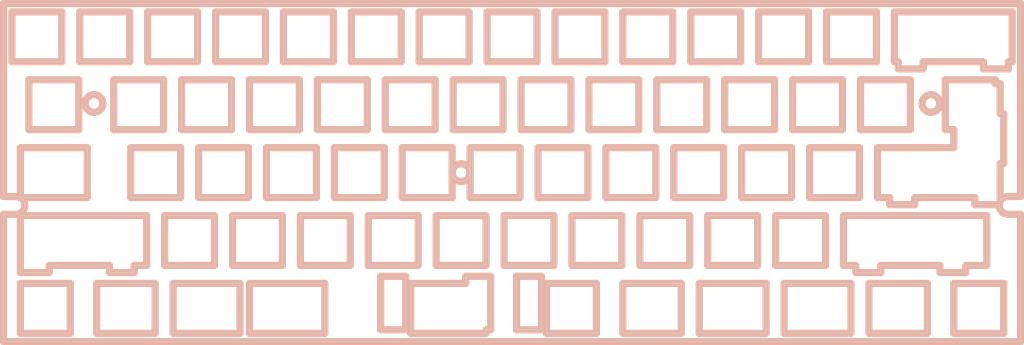
<source format=kicad_pcb>
(kicad_pcb (version 20171130) (host pcbnew "(5.1.10)-1")

  (general
    (thickness 1.6)
    (drawings 1991)
    (tracks 0)
    (zones 0)
    (modules 0)
    (nets 1)
  )

  (page A4)
  (layers
    (0 F.Cu signal)
    (31 B.Cu signal)
    (32 B.Adhes user)
    (33 F.Adhes user)
    (34 B.Paste user)
    (35 F.Paste user)
    (36 B.SilkS user hide)
    (37 F.SilkS user hide)
    (38 B.Mask user)
    (39 F.Mask user hide)
    (40 Dwgs.User user)
    (41 Cmts.User user)
    (42 Eco1.User user)
    (43 Eco2.User user)
    (44 Edge.Cuts user)
    (45 Margin user)
    (46 B.CrtYd user)
    (47 F.CrtYd user)
    (48 B.Fab user)
    (49 F.Fab user)
  )

  (setup
    (last_trace_width 0.25)
    (trace_clearance 0.2)
    (zone_clearance 0.508)
    (zone_45_only no)
    (trace_min 0.2)
    (via_size 0.8)
    (via_drill 0.4)
    (via_min_size 0.4)
    (via_min_drill 0.3)
    (uvia_size 0.3)
    (uvia_drill 0.1)
    (uvias_allowed no)
    (uvia_min_size 0.2)
    (uvia_min_drill 0.1)
    (edge_width 0.05)
    (segment_width 0.2)
    (pcb_text_width 0.3)
    (pcb_text_size 1.5 1.5)
    (mod_edge_width 0.12)
    (mod_text_size 1 1)
    (mod_text_width 0.15)
    (pad_size 1.524 1.524)
    (pad_drill 0.762)
    (pad_to_mask_clearance 0)
    (aux_axis_origin 0 0)
    (visible_elements 7FFFFFFF)
    (pcbplotparams
      (layerselection 0x010fc_ffffffff)
      (usegerberextensions false)
      (usegerberattributes true)
      (usegerberadvancedattributes true)
      (creategerberjobfile true)
      (excludeedgelayer true)
      (linewidth 0.100000)
      (plotframeref false)
      (viasonmask false)
      (mode 1)
      (useauxorigin false)
      (hpglpennumber 1)
      (hpglpenspeed 20)
      (hpglpendiameter 15.000000)
      (psnegative false)
      (psa4output false)
      (plotreference true)
      (plotvalue true)
      (plotinvisibletext false)
      (padsonsilk false)
      (subtractmaskfromsilk false)
      (outputformat 1)
      (mirror false)
      (drillshape 1)
      (scaleselection 1)
      (outputdirectory ""))
  )

  (net 0 "")

  (net_class Default "This is the default net class."
    (clearance 0.2)
    (trace_width 0.25)
    (via_dia 0.8)
    (via_drill 0.4)
    (uvia_dia 0.3)
    (uvia_drill 0.1)
  )

  (gr_line (start 280.404001 58.661501) (end 281.100001 59.0157) (layer B.Mask) (width 2))
  (gr_line (start 272.568751 56.437001) (end 279.405906 56.437001) (layer B.Mask) (width 2))
  (gr_line (start 285.374001 59.138401) (end 285.374001 94.874001) (layer B.Mask) (width 2))
  (gr_line (start 281.100001 59.0157) (end 281.873001 59.138401) (layer B.Mask) (width 2))
  (gr_line (start 248.692751 56.437001) (end 255.692751 56.437001) (layer B.Mask) (width 2))
  (gr_line (start 245.224501 40.437001) (end 245.224501 54.437001) (layer B.Mask) (width 2))
  (gr_line (start 281.873001 59.138401) (end 285.374001 59.138401) (layer B.Mask) (width 2))
  (gr_line (start 279.497001 57.410201) (end 279.851001 58.107601) (layer B.Mask) (width 2))
  (gr_line (start 248.692751 54.437001) (end 248.692751 56.437001) (layer B.Mask) (width 2))
  (gr_line (start 279.374001 56.6372) (end 279.497001 57.410201) (layer B.Mask) (width 2))
  (gr_line (start 266.655751 40.43123) (end 259.224501 40.437001) (layer B.Mask) (width 2))
  (gr_line (start 279.851001 58.107601) (end 280.404001 58.661501) (layer B.Mask) (width 2))
  (gr_line (start 255.692751 56.437001) (end 255.692751 54.437001) (layer B.Mask) (width 2))
  (gr_line (start 245.224501 54.437001) (end 248.692751 54.437001) (layer B.Mask) (width 2))
  (gr_line (start 279.405906 56.437001) (end 279.374001 56.6372) (layer B.Mask) (width 2))
  (gr_line (start 272.568751 54.437001) (end 272.568751 56.437001) (layer B.Mask) (width 2))
  (gr_line (start 255.692751 54.437001) (end 272.568751 54.437001) (layer B.Mask) (width 2))
  (gr_line (start 259.224501 40.437001) (end 245.224501 40.437001) (layer B.Mask) (width 2))
  (gr_line (start 202.074501 54.437001) (end 202.074501 40.437001) (layer B.Mask) (width 2))
  (gr_line (start 159.212001 35.387001) (end 159.212001 21.387) (layer B.Mask) (width 2))
  (gr_line (start -0.000915 59.138401) (end 3.4993 59.138401) (layer B.Mask) (width 2))
  (gr_line (start 163.974501 40.437001) (end 149.974501 40.437001) (layer B.Mask) (width 2))
  (gr_line (start 285.374001 94.874001) (end 0 94.874001) (layer B.Mask) (width 2))
  (gr_line (start 266.655751 35.387001) (end 266.655751 40.43123) (layer B.Mask) (width 2))
  (gr_line (start 264.274501 35.387001) (end 266.655751 35.387001) (layer B.Mask) (width 2))
  (gr_line (start 278.274501 22.474001) (end 278.274501 21.387) (layer B.Mask) (width 2))
  (gr_line (start 42.530751 78.537001) (end 26.1495 78.537001) (layer B.Mask) (width 2))
  (gr_line (start -0.000915 54.137501) (end 0 0) (layer B.Mask) (width 2))
  (gr_line (start 4.718251 54.437001) (end 23.480751 54.437001) (layer B.Mask) (width 2))
  (gr_line (start 281.873001 54.137501) (end 281.100001 54.260201) (layer B.Mask) (width 2))
  (gr_line (start 7.099501 35.387001) (end 21.099501 35.387001) (layer B.Mask) (width 2))
  (gr_line (start 4.718251 40.437001) (end 4.718251 54.437001) (layer B.Mask) (width 2))
  (gr_line (start 264.274501 21.387) (end 264.274501 35.387001) (layer B.Mask) (width 2))
  (gr_line (start 278.274501 21.387) (end 264.274501 21.387) (layer B.Mask) (width 2))
  (gr_line (start 279.655751 22.474001) (end 278.274501 22.474001) (layer B.Mask) (width 2))
  (gr_line (start 279.655751 44.912001) (end 280.655751 44.912001) (layer B.Mask) (width 2))
  (gr_line (start 3.4993 59.138401) (end 4.272381 59.0157) (layer B.Mask) (width 2))
  (gr_line (start 279.655751 30.912001) (end 279.655751 22.474001) (layer B.Mask) (width 2))
  (gr_line (start 280.655751 30.912001) (end 279.655751 30.912001) (layer B.Mask) (width 2))
  (gr_line (start 285.374001 0) (end 285.374001 54.137501) (layer B.Mask) (width 2))
  (gr_line (start 4.272381 54.260201) (end 3.50068 54.137501) (layer B.Mask) (width 2))
  (gr_line (start 280.655751 44.912001) (end 280.655751 30.912001) (layer B.Mask) (width 2))
  (gr_line (start 5.876421 55.8654) (end 5.520891 55.168301) (layer B.Mask) (width 2))
  (gr_line (start 4.968301 58.661501) (end 5.520891 58.107601) (layer B.Mask) (width 2))
  (gr_line (start 285.374001 54.137501) (end 281.873001 54.137501) (layer B.Mask) (width 2))
  (gr_line (start 149.974501 40.437001) (end 149.974501 54.437001) (layer B.Mask) (width 2))
  (gr_line (start 166.355751 78.537001) (end 152.355751 78.537001) (layer B.Mask) (width 2))
  (gr_line (start 30.912 21.387) (end 30.912 35.387001) (layer B.Mask) (width 2))
  (gr_line (start 44.912001 35.387001) (end 44.912001 21.387) (layer B.Mask) (width 2))
  (gr_line (start 0 0) (end 285.374001 0) (layer B.Mask) (width 2))
  (gr_line (start 44.912001 21.387) (end 30.912 21.387) (layer B.Mask) (width 2))
  (gr_line (start 4.968301 54.6141) (end 4.272381 54.260201) (layer B.Mask) (width 2))
  (gr_line (start 5.520891 55.168301) (end 4.968301 54.6141) (layer B.Mask) (width 2))
  (gr_line (start 0 94.874001) (end -0.000915 59.138401) (layer B.Mask) (width 2))
  (gr_line (start 26.1495 92.537001) (end 42.530751 92.537001) (layer B.Mask) (width 2))
  (gr_line (start 149.974501 54.437001) (end 163.974501 54.437001) (layer B.Mask) (width 2))
  (gr_line (start 188.074501 40.437001) (end 188.074501 54.437001) (layer B.Mask) (width 2))
  (gr_line (start 279.851001 55.168301) (end 279.655751 55.552789) (layer B.Mask) (width 2))
  (gr_line (start 7.099501 21.387) (end 7.099501 35.387001) (layer B.Mask) (width 2))
  (gr_line (start 281.100001 54.260201) (end 280.404001 54.6141) (layer B.Mask) (width 2))
  (gr_line (start 5.520891 58.107601) (end 5.876421 57.410201) (layer B.Mask) (width 2))
  (gr_line (start 202.074501 40.437001) (end 188.074501 40.437001) (layer B.Mask) (width 2))
  (gr_line (start 30.912 35.387001) (end 44.912001 35.387001) (layer B.Mask) (width 2))
  (gr_line (start 5.99905 56.6387) (end 5.876421 55.8654) (layer B.Mask) (width 2))
  (gr_line (start 188.074501 54.437001) (end 202.074501 54.437001) (layer B.Mask) (width 2))
  (gr_line (start 152.355751 92.537001) (end 166.355751 92.537001) (layer B.Mask) (width 2))
  (gr_line (start 152.355751 78.537001) (end 152.355751 92.537001) (layer B.Mask) (width 2))
  (gr_line (start 26.1495 78.537001) (end 26.1495 92.537001) (layer B.Mask) (width 2))
  (gr_line (start 23.480751 54.437001) (end 23.480751 40.437001) (layer B.Mask) (width 2))
  (gr_line (start 21.099501 35.387001) (end 21.099501 21.387) (layer B.Mask) (width 2))
  (gr_line (start 42.530751 92.537001) (end 42.530751 78.537001) (layer B.Mask) (width 2))
  (gr_line (start 163.974501 54.437001) (end 163.974501 40.437001) (layer B.Mask) (width 2))
  (gr_line (start 280.404001 54.6141) (end 279.851001 55.168301) (layer B.Mask) (width 2))
  (gr_line (start 4.272381 59.0157) (end 4.968301 58.661501) (layer B.Mask) (width 2))
  (gr_line (start 21.099501 21.387) (end 7.099501 21.387) (layer B.Mask) (width 2))
  (gr_line (start 159.212001 21.387) (end 145.212001 21.387) (layer B.Mask) (width 2))
  (gr_line (start 3.50068 54.137501) (end -0.000915 54.137501) (layer B.Mask) (width 2))
  (gr_line (start 145.212001 35.387001) (end 159.212001 35.387001) (layer B.Mask) (width 2))
  (gr_line (start 145.212001 21.387) (end 145.212001 35.387001) (layer B.Mask) (width 2))
  (gr_line (start 166.355751 92.537001) (end 166.355751 78.537001) (layer B.Mask) (width 2))
  (gr_line (start 5.876421 57.410201) (end 5.99905 56.6387) (layer B.Mask) (width 2))
  (gr_line (start 279.655751 55.552789) (end 279.655751 44.912001) (layer B.Mask) (width 2))
  (gr_line (start 23.009601 27.2643) (end 22.8869 28.0386) (layer B.Mask) (width 2))
  (gr_line (start 102.062001 35.387001) (end 102.062001 21.387) (layer B.Mask) (width 2))
  (gr_line (start 230.649501 59.487001) (end 216.649501 59.487001) (layer B.Mask) (width 2))
  (gr_line (start 88.062001 21.387) (end 88.062001 35.387001) (layer B.Mask) (width 2))
  (gr_line (start 23.917701 30.060401) (end 24.6136 30.4146) (layer B.Mask) (width 2))
  (gr_line (start 24.6136 25.6602) (end 23.917701 26.0144) (layer B.Mask) (width 2))
  (gr_line (start 23.917701 26.0144) (end 23.363701 26.5682) (layer B.Mask) (width 2))
  (gr_line (start 112.849501 91.537001) (end 112.849501 76.537001) (layer B.Mask) (width 2))
  (gr_line (start 18.718251 78.537001) (end 4.718251 78.537001) (layer B.Mask) (width 2))
  (gr_line (start 18.718251 92.537001) (end 18.718251 78.537001) (layer B.Mask) (width 2))
  (gr_line (start 22.8869 28.0386) (end 23.009601 28.8105) (layer B.Mask) (width 2))
  (gr_line (start 23.480751 40.437001) (end 4.718251 40.437001) (layer B.Mask) (width 2))
  (gr_line (start 213.980751 92.537001) (end 213.980751 78.537001) (layer B.Mask) (width 2))
  (gr_line (start 254.462001 21.387) (end 240.462001 21.387) (layer B.Mask) (width 2))
  (gr_line (start 27.763801 27.2643) (end 27.4069 26.5682) (layer B.Mask) (width 2))
  (gr_line (start 173.499501 73.487001) (end 173.499501 59.487001) (layer B.Mask) (width 2))
  (gr_line (start 159.499501 59.487001) (end 159.499501 73.487001) (layer B.Mask) (width 2))
  (gr_line (start 216.649501 73.487001) (end 230.649501 73.487001) (layer B.Mask) (width 2))
  (gr_line (start 225.887001 16.337) (end 225.887001 2.337001) (layer B.Mask) (width 2))
  (gr_line (start 230.649501 73.487001) (end 230.649501 59.487001) (layer B.Mask) (width 2))
  (gr_line (start 26.1598 30.4146) (end 26.855701 30.060401) (layer B.Mask) (width 2))
  (gr_line (start 112.849501 76.537001) (end 105.817751 76.537001) (layer B.Mask) (width 2))
  (gr_line (start 26.1598 25.6602) (end 25.386701 25.5378) (layer B.Mask) (width 2))
  (gr_line (start 26.855701 26.0144) (end 26.1598 25.6602) (layer B.Mask) (width 2))
  (gr_line (start 23.363701 29.5065) (end 23.917701 30.060401) (layer B.Mask) (width 2))
  (gr_line (start 27.8864 28.0386) (end 27.763801 27.2643) (layer B.Mask) (width 2))
  (gr_line (start 102.062001 21.387) (end 88.062001 21.387) (layer B.Mask) (width 2))
  (gr_line (start 213.980751 78.537001) (end 195.218251 78.537001) (layer B.Mask) (width 2))
  (gr_line (start 4.718251 92.537001) (end 18.718251 92.537001) (layer B.Mask) (width 2))
  (gr_line (start 240.462001 35.387001) (end 254.462001 35.387001) (layer B.Mask) (width 2))
  (gr_line (start 105.817751 76.537001) (end 105.817751 91.537001) (layer B.Mask) (width 2))
  (gr_line (start 25.386701 30.538401) (end 26.1598 30.4146) (layer B.Mask) (width 2))
  (gr_line (start 25.386701 25.5378) (end 24.6136 25.6602) (layer B.Mask) (width 2))
  (gr_line (start 24.6136 30.4146) (end 25.386701 30.538401) (layer B.Mask) (width 2))
  (gr_line (start 195.218251 92.537001) (end 213.980751 92.537001) (layer B.Mask) (width 2))
  (gr_line (start 195.218251 78.537001) (end 195.218251 92.537001) (layer B.Mask) (width 2))
  (gr_line (start 164.262001 21.387) (end 164.262001 35.387001) (layer B.Mask) (width 2))
  (gr_line (start 254.462001 35.387001) (end 254.462001 21.387) (layer B.Mask) (width 2))
  (gr_line (start 178.262001 21.387) (end 164.262001 21.387) (layer B.Mask) (width 2))
  (gr_line (start 178.262001 35.387001) (end 178.262001 21.387) (layer B.Mask) (width 2))
  (gr_line (start 164.262001 35.387001) (end 178.262001 35.387001) (layer B.Mask) (width 2))
  (gr_line (start 206.837001 16.337) (end 206.837001 2.337001) (layer B.Mask) (width 2))
  (gr_line (start 192.837001 16.337) (end 206.837001 16.337) (layer B.Mask) (width 2))
  (gr_line (start 216.649501 59.487001) (end 216.649501 73.487001) (layer B.Mask) (width 2))
  (gr_line (start 4.718251 78.537001) (end 4.718251 92.537001) (layer B.Mask) (width 2))
  (gr_line (start 192.837001 2.337001) (end 192.837001 16.337) (layer B.Mask) (width 2))
  (gr_line (start 240.462001 21.387) (end 240.462001 35.387001) (layer B.Mask) (width 2))
  (gr_line (start 23.009601 28.8105) (end 23.363701 29.5065) (layer B.Mask) (width 2))
  (gr_line (start 23.363701 26.5682) (end 23.009601 27.2643) (layer B.Mask) (width 2))
  (gr_line (start 206.837001 2.337001) (end 192.837001 2.337001) (layer B.Mask) (width 2))
  (gr_line (start 187.787001 2.337001) (end 173.787001 2.337001) (layer B.Mask) (width 2))
  (gr_line (start 187.787001 16.337) (end 187.787001 2.337001) (layer B.Mask) (width 2))
  (gr_line (start 225.887001 2.337001) (end 211.887001 2.337001) (layer B.Mask) (width 2))
  (gr_line (start 211.887001 16.337) (end 225.887001 16.337) (layer B.Mask) (width 2))
  (gr_line (start 27.4069 29.5065) (end 27.763801 28.8105) (layer B.Mask) (width 2))
  (gr_line (start 27.4069 26.5682) (end 26.855701 26.0144) (layer B.Mask) (width 2))
  (gr_line (start 211.887001 2.337001) (end 211.887001 16.337) (layer B.Mask) (width 2))
  (gr_line (start 173.787001 2.337001) (end 173.787001 16.337) (layer B.Mask) (width 2))
  (gr_line (start 173.787001 16.337) (end 187.787001 16.337) (layer B.Mask) (width 2))
  (gr_line (start 173.499501 59.487001) (end 159.499501 59.487001) (layer B.Mask) (width 2))
  (gr_line (start 27.763801 28.8105) (end 27.8864 28.0386) (layer B.Mask) (width 2))
  (gr_line (start 159.499501 73.487001) (end 173.499501 73.487001) (layer B.Mask) (width 2))
  (gr_line (start 26.855701 30.060401) (end 27.4069 29.5065) (layer B.Mask) (width 2))
  (gr_line (start 88.062001 35.387001) (end 102.062001 35.387001) (layer B.Mask) (width 2))
  (gr_line (start 92.824501 40.437001) (end 92.824501 54.437001) (layer B.Mask) (width 2))
  (gr_line (start 78.537001 2.337001) (end 78.537001 16.337) (layer B.Mask) (width 2))
  (gr_line (start 240.174501 54.437001) (end 240.174501 40.437001) (layer B.Mask) (width 2))
  (gr_line (start 235.699501 73.487001) (end 239.167751 73.487001) (layer B.Mask) (width 2))
  (gr_line (start 128.387001 44.9391) (end 127.614001 45.0601) (layer B.Mask) (width 2))
  (gr_line (start 105.817751 91.537001) (end 112.849501 91.537001) (layer B.Mask) (width 2))
  (gr_line (start 130.764001 48.2104) (end 130.888001 47.438901) (layer B.Mask) (width 2))
  (gr_line (start 130.410001 48.907901) (end 130.764001 48.2104) (layer B.Mask) (width 2))
  (gr_line (start 135.399501 91.537001) (end 136.693751 91.537001) (layer B.Mask) (width 2))
  (gr_line (start 129.856001 49.460301) (end 130.410001 48.907901) (layer B.Mask) (width 2))
  (gr_line (start 69.012001 78.537001) (end 69.012001 92.537001) (layer B.Mask) (width 2))
  (gr_line (start 129.160001 49.8159) (end 129.856001 49.460301) (layer B.Mask) (width 2))
  (gr_line (start 125.874501 40.437001) (end 111.874501 40.437001) (layer B.Mask) (width 2))
  (gr_line (start 90.155751 78.537001) (end 69.012001 78.537001) (layer B.Mask) (width 2))
  (gr_line (start 128.387001 49.938701) (end 129.160001 49.8159) (layer B.Mask) (width 2))
  (gr_line (start 127.614001 49.8159) (end 128.387001 49.938701) (layer B.Mask) (width 2))
  (gr_line (start 126.918001 49.460301) (end 127.614001 49.8159) (layer B.Mask) (width 2))
  (gr_line (start 126.364001 48.907901) (end 126.918001 49.460301) (layer B.Mask) (width 2))
  (gr_line (start 126.364001 45.9685) (end 126.007001 46.664201) (layer B.Mask) (width 2))
  (gr_line (start 126.007001 48.2104) (end 126.364001 48.907901) (layer B.Mask) (width 2))
  (gr_line (start 125.887001 47.438901) (end 126.007001 48.2104) (layer B.Mask) (width 2))
  (gr_line (start 126.007001 46.664201) (end 125.887001 47.438901) (layer B.Mask) (width 2))
  (gr_line (start 126.918001 45.414301) (end 126.364001 45.9685) (layer B.Mask) (width 2))
  (gr_line (start 127.614001 45.0601) (end 126.918001 45.414301) (layer B.Mask) (width 2))
  (gr_line (start 129.160001 45.0601) (end 128.387001 44.9391) (layer B.Mask) (width 2))
  (gr_line (start 129.856001 45.414301) (end 129.160001 45.0601) (layer B.Mask) (width 2))
  (gr_line (start 226.174501 40.437001) (end 226.174501 54.437001) (layer B.Mask) (width 2))
  (gr_line (start 78.537001 16.337) (end 92.537001 16.337) (layer B.Mask) (width 2))
  (gr_line (start 111.874501 40.437001) (end 111.874501 54.437001) (layer B.Mask) (width 2))
  (gr_line (start 136.693751 76.537001) (end 129.693751 76.537001) (layer B.Mask) (width 2))
  (gr_line (start 64.249501 59.487001) (end 64.249501 73.487001) (layer B.Mask) (width 2))
  (gr_line (start 130.410001 45.9685) (end 129.856001 45.414301) (layer B.Mask) (width 2))
  (gr_line (start 136.693751 91.537001) (end 136.693751 76.537001) (layer B.Mask) (width 2))
  (gr_line (start 130.764001 46.664201) (end 130.410001 45.9685) (layer B.Mask) (width 2))
  (gr_line (start 130.888001 47.438901) (end 130.764001 46.664201) (layer B.Mask) (width 2))
  (gr_line (start 106.824501 40.437001) (end 92.824501 40.437001) (layer B.Mask) (width 2))
  (gr_line (start 114.255751 92.537001) (end 135.399501 92.537001) (layer B.Mask) (width 2))
  (gr_line (start 92.537001 16.337) (end 92.537001 2.337001) (layer B.Mask) (width 2))
  (gr_line (start 92.824501 54.437001) (end 106.824501 54.437001) (layer B.Mask) (width 2))
  (gr_line (start 125.874501 54.437001) (end 125.874501 40.437001) (layer B.Mask) (width 2))
  (gr_line (start 111.874501 54.437001) (end 125.874501 54.437001) (layer B.Mask) (width 2))
  (gr_line (start 239.167751 73.487001) (end 239.167751 75.487001) (layer B.Mask) (width 2))
  (gr_line (start 239.167751 75.487001) (end 246.167751 75.487001) (layer B.Mask) (width 2))
  (gr_line (start 129.693751 76.537001) (end 129.693751 78.537001) (layer B.Mask) (width 2))
  (gr_line (start 240.174501 40.437001) (end 226.174501 40.437001) (layer B.Mask) (width 2))
  (gr_line (start 78.249501 73.487001) (end 78.249501 59.487001) (layer B.Mask) (width 2))
  (gr_line (start 64.249501 73.487001) (end 78.249501 73.487001) (layer B.Mask) (width 2))
  (gr_line (start 114.255751 78.537001) (end 114.255751 92.537001) (layer B.Mask) (width 2))
  (gr_line (start 92.537001 2.337001) (end 78.537001 2.337001) (layer B.Mask) (width 2))
  (gr_line (start 226.174501 54.437001) (end 240.174501 54.437001) (layer B.Mask) (width 2))
  (gr_line (start 270.043751 75.487001) (end 270.043751 73.487001) (layer B.Mask) (width 2))
  (gr_line (start 135.399501 92.537001) (end 135.399501 91.537001) (layer B.Mask) (width 2))
  (gr_line (start 262.774338 75.487001) (end 270.043751 75.487001) (layer B.Mask) (width 2))
  (gr_line (start 129.693751 78.537001) (end 114.255751 78.537001) (layer B.Mask) (width 2))
  (gr_line (start 69.012001 92.537001) (end 90.155751 92.537001) (layer B.Mask) (width 2))
  (gr_line (start 90.155751 92.537001) (end 90.155751 78.537001) (layer B.Mask) (width 2))
  (gr_line (start 246.167751 75.487001) (end 246.167751 73.487001) (layer B.Mask) (width 2))
  (gr_line (start 106.824501 54.437001) (end 106.824501 40.437001) (layer B.Mask) (width 2))
  (gr_line (start 78.249501 59.487001) (end 64.249501 59.487001) (layer B.Mask) (width 2))
  (gr_line (start 275.893251 59.487001) (end 235.699501 59.487001) (layer B.Mask) (width 2))
  (gr_line (start 262.774338 73.487001) (end 262.774338 75.487001) (layer B.Mask) (width 2))
  (gr_line (start 270.043751 73.487001) (end 275.893251 73.487001) (layer B.Mask) (width 2))
  (gr_line (start 235.699501 59.487001) (end 235.699501 73.487001) (layer B.Mask) (width 2))
  (gr_line (start 275.893251 73.487001) (end 275.893251 59.487001) (layer B.Mask) (width 2))
  (gr_line (start 261.705 30.060401) (end 262.258001 29.5065) (layer B.Mask) (width 2))
  (gr_line (start 59.487001 2.337001) (end 59.487001 16.337) (layer B.Mask) (width 2))
  (gr_line (start 130.924501 54.437001) (end 144.924501 54.437001) (layer B.Mask) (width 2))
  (gr_line (start 261.008001 25.6602) (end 260.236 25.5378) (layer B.Mask) (width 2))
  (gr_line (start 246.167751 73.487001) (end 262.774338 73.487001) (layer B.Mask) (width 2))
  (gr_line (start 259.224501 92.537001) (end 259.224501 78.537001) (layer B.Mask) (width 2))
  (gr_line (start 259.463001 25.6602) (end 258.766001 26.0144) (layer B.Mask) (width 2))
  (gr_line (start 249.987012 16.337001) (end 251.073916 16.337001) (layer B.Mask) (width 2))
  (gr_line (start 249.987012 2.337001) (end 249.987012 16.337001) (layer B.Mask) (width 2))
  (gr_line (start 283.037014 2.337001) (end 249.987012 2.337001) (layer B.Mask) (width 2))
  (gr_line (start 283.037014 16.337001) (end 283.037014 2.337001) (layer B.Mask) (width 2))
  (gr_line (start 281.950001 16.337001) (end 283.037014 16.337001) (layer B.Mask) (width 2))
  (gr_line (start 73.487001 2.337001) (end 59.487001 2.337001) (layer B.Mask) (width 2))
  (gr_line (start 281.950001 18.337001) (end 281.950001 16.337001) (layer B.Mask) (width 2))
  (gr_line (start 260.236 25.5378) (end 259.463001 25.6602) (layer B.Mask) (width 2))
  (gr_line (start 259.512001 16.337) (end 274.950073 16.337) (layer B.Mask) (width 2))
  (gr_line (start 144.924501 40.437001) (end 130.924501 40.437001) (layer B.Mask) (width 2))
  (gr_line (start 261.008001 30.4146) (end 261.705 30.060401) (layer B.Mask) (width 2))
  (gr_line (start 251.073916 16.337001) (end 251.074001 18.337001) (layer B.Mask) (width 2))
  (gr_line (start 274.950001 18.337001) (end 281.950001 18.337001) (layer B.Mask) (width 2))
  (gr_line (start 259.463001 30.4146) (end 260.236 30.538401) (layer B.Mask) (width 2))
  (gr_line (start 244.937001 2.337001) (end 230.937001 2.337001) (layer B.Mask) (width 2))
  (gr_line (start 274.950073 16.337) (end 274.950001 18.337001) (layer B.Mask) (width 2))
  (gr_line (start 262.613001 28.8105) (end 262.736 28.0386) (layer B.Mask) (width 2))
  (gr_line (start 244.937001 16.337) (end 244.937001 2.337001) (layer B.Mask) (width 2))
  (gr_line (start 260.236 30.538401) (end 261.008001 30.4146) (layer B.Mask) (width 2))
  (gr_line (start 144.924501 54.437001) (end 144.924501 40.437001) (layer B.Mask) (width 2))
  (gr_line (start 257.858001 28.8105) (end 258.213001 29.5065) (layer B.Mask) (width 2))
  (gr_line (start 258.766001 30.060401) (end 259.463001 30.4146) (layer B.Mask) (width 2))
  (gr_line (start 258.213001 26.5682) (end 257.858001 27.2643) (layer B.Mask) (width 2))
  (gr_line (start 258.074001 16.337001) (end 259.512001 16.337) (layer B.Mask) (width 2))
  (gr_line (start 258.074001 18.337001) (end 258.074001 16.337001) (layer B.Mask) (width 2))
  (gr_line (start 259.224501 78.537001) (end 242.843251 78.537001) (layer B.Mask) (width 2))
  (gr_line (start 242.843251 78.537001) (end 242.843251 92.537001) (layer B.Mask) (width 2))
  (gr_line (start 262.613001 27.2643) (end 262.258001 26.5682) (layer B.Mask) (width 2))
  (gr_line (start 261.705 26.0144) (end 261.008001 25.6602) (layer B.Mask) (width 2))
  (gr_line (start 257.858001 27.2643) (end 257.736 28.0386) (layer B.Mask) (width 2))
  (gr_line (start 59.487001 16.337) (end 73.487001 16.337) (layer B.Mask) (width 2))
  (gr_line (start 257.736 28.0386) (end 257.858001 28.8105) (layer B.Mask) (width 2))
  (gr_line (start 258.766001 26.0144) (end 258.213001 26.5682) (layer B.Mask) (width 2))
  (gr_line (start 262.258001 26.5682) (end 261.705 26.0144) (layer B.Mask) (width 2))
  (gr_line (start 230.937001 16.337) (end 244.937001 16.337) (layer B.Mask) (width 2))
  (gr_line (start 230.937001 2.337001) (end 230.937001 16.337) (layer B.Mask) (width 2))
  (gr_line (start 130.924501 40.437001) (end 130.924501 54.437001) (layer B.Mask) (width 2))
  (gr_line (start 73.487001 16.337) (end 73.487001 2.337001) (layer B.Mask) (width 2))
  (gr_line (start 242.843251 92.537001) (end 259.224501 92.537001) (layer B.Mask) (width 2))
  (gr_line (start 251.074001 18.337001) (end 258.074001 18.337001) (layer B.Mask) (width 2))
  (gr_line (start 258.213001 29.5065) (end 258.766001 30.060401) (layer B.Mask) (width 2))
  (gr_line (start 262.736 28.0386) (end 262.613001 27.2643) (layer B.Mask) (width 2))
  (gr_line (start 262.258001 29.5065) (end 262.613001 28.8105) (layer B.Mask) (width 2))
  (gr_line (start 36.812001 73.487001) (end 40.1495 73.487001) (layer B.Mask) (width 2))
  (gr_line (start 87.774501 40.437001) (end 73.774501 40.437001) (layer B.Mask) (width 2))
  (gr_line (start 4.718251 75.487001) (end 12.80525 75.487001) (layer B.Mask) (width 2))
  (gr_line (start 154.737001 2.337001) (end 154.737001 16.337) (layer B.Mask) (width 2))
  (gr_line (start 36.681251 73.492004) (end 36.682002 73.492004) (layer B.Mask) (width 2))
  (gr_line (start 16.337 16.337) (end 16.337 2.337001) (layer B.Mask) (width 2))
  (gr_line (start 69.012001 21.387) (end 69.012001 35.387001) (layer B.Mask) (width 2))
  (gr_line (start 12.80525 75.487001) (end 12.80525 73.487001) (layer B.Mask) (width 2))
  (gr_line (start 87.774501 54.437001) (end 87.774501 40.437001) (layer B.Mask) (width 2))
  (gr_line (start 235.412001 21.387) (end 221.412001 21.387) (layer B.Mask) (width 2))
  (gr_line (start 36.682002 73.492004) (end 36.682002 73.4871) (layer B.Mask) (width 2))
  (gr_line (start 135.687001 2.337001) (end 135.687001 16.337) (layer B.Mask) (width 2))
  (gr_line (start 149.687001 2.337001) (end 135.687001 2.337001) (layer B.Mask) (width 2))
  (gr_line (start 149.687001 16.337) (end 149.687001 2.337001) (layer B.Mask) (width 2))
  (gr_line (start 135.687001 16.337) (end 149.687001 16.337) (layer B.Mask) (width 2))
  (gr_line (start 4.718251 59.487001) (end 4.718251 75.487001) (layer B.Mask) (width 2))
  (gr_line (start 45.199501 73.487001) (end 59.199501 73.487001) (layer B.Mask) (width 2))
  (gr_line (start 2.337001 16.337) (end 16.337 16.337) (layer B.Mask) (width 2))
  (gr_line (start 97.587001 2.337001) (end 97.587001 16.337) (layer B.Mask) (width 2))
  (gr_line (start 111.587001 2.337001) (end 97.587001 2.337001) (layer B.Mask) (width 2))
  (gr_line (start 12.80525 73.487001) (end 29.722307 73.487001) (layer B.Mask) (width 2))
  (gr_line (start 111.587001 16.337) (end 111.587001 2.337001) (layer B.Mask) (width 2))
  (gr_line (start 97.587001 16.337) (end 111.587001 16.337) (layer B.Mask) (width 2))
  (gr_line (start 221.412001 35.387001) (end 235.412001 35.387001) (layer B.Mask) (width 2))
  (gr_line (start 154.449501 73.487001) (end 154.449501 59.487001) (layer B.Mask) (width 2))
  (gr_line (start 168.737001 16.337) (end 168.737001 2.337001) (layer B.Mask) (width 2))
  (gr_line (start 73.774501 40.437001) (end 73.774501 54.437001) (layer B.Mask) (width 2))
  (gr_line (start 237.793251 78.537001) (end 219.030751 78.537001) (layer B.Mask) (width 2))
  (gr_line (start 21.387001 2.337001) (end 21.387001 16.337) (layer B.Mask) (width 2))
  (gr_line (start 36.681251 75.487001) (end 36.681251 73.492004) (layer B.Mask) (width 2))
  (gr_line (start 121.399501 73.487001) (end 135.399501 73.487001) (layer B.Mask) (width 2))
  (gr_line (start 40.1495 59.487001) (end 4.718251 59.487001) (layer B.Mask) (width 2))
  (gr_line (start 154.737001 16.337) (end 168.737001 16.337) (layer B.Mask) (width 2))
  (gr_line (start 83.012001 21.387) (end 69.012001 21.387) (layer B.Mask) (width 2))
  (gr_line (start 235.412001 35.387001) (end 235.412001 21.387) (layer B.Mask) (width 2))
  (gr_line (start 54.724501 40.437001) (end 54.724501 54.437001) (layer B.Mask) (width 2))
  (gr_line (start 135.399501 73.487001) (end 135.399501 59.487001) (layer B.Mask) (width 2))
  (gr_line (start 36.812001 73.4871) (end 36.812001 73.487001) (layer B.Mask) (width 2))
  (gr_line (start 135.399501 59.487001) (end 121.399501 59.487001) (layer B.Mask) (width 2))
  (gr_line (start 140.449501 73.487001) (end 154.449501 73.487001) (layer B.Mask) (width 2))
  (gr_line (start 83.012001 35.387001) (end 83.012001 21.387) (layer B.Mask) (width 2))
  (gr_line (start 221.412001 21.387) (end 221.412001 35.387001) (layer B.Mask) (width 2))
  (gr_line (start 154.449501 59.487001) (end 140.449501 59.487001) (layer B.Mask) (width 2))
  (gr_line (start 140.449501 59.487001) (end 140.449501 73.487001) (layer B.Mask) (width 2))
  (gr_line (start 68.724501 54.437001) (end 68.724501 40.437001) (layer B.Mask) (width 2))
  (gr_line (start 59.199501 59.487001) (end 45.199501 59.487001) (layer B.Mask) (width 2))
  (gr_line (start 54.724501 54.437001) (end 68.724501 54.437001) (layer B.Mask) (width 2))
  (gr_line (start 16.337 2.337001) (end 2.337001 2.337001) (layer B.Mask) (width 2))
  (gr_line (start 35.387001 16.337) (end 35.387001 2.337001) (layer B.Mask) (width 2))
  (gr_line (start 59.199501 73.487001) (end 59.199501 59.487001) (layer B.Mask) (width 2))
  (gr_line (start 36.682002 73.4871) (end 36.812001 73.4871) (layer B.Mask) (width 2))
  (gr_line (start 35.387001 2.337001) (end 21.387001 2.337001) (layer B.Mask) (width 2))
  (gr_line (start 29.722307 75.487001) (end 36.681251 75.487001) (layer B.Mask) (width 2))
  (gr_line (start 168.737001 2.337001) (end 154.737001 2.337001) (layer B.Mask) (width 2))
  (gr_line (start 69.012001 35.387001) (end 83.012001 35.387001) (layer B.Mask) (width 2))
  (gr_line (start 29.722307 73.487001) (end 29.722307 75.487001) (layer B.Mask) (width 2))
  (gr_line (start 45.199501 59.487001) (end 45.199501 73.487001) (layer B.Mask) (width 2))
  (gr_line (start 68.724501 40.437001) (end 54.724501 40.437001) (layer B.Mask) (width 2))
  (gr_line (start 237.793251 92.537001) (end 237.793251 78.537001) (layer B.Mask) (width 2))
  (gr_line (start 73.774501 54.437001) (end 87.774501 54.437001) (layer B.Mask) (width 2))
  (gr_line (start 121.399501 59.487001) (end 121.399501 73.487001) (layer B.Mask) (width 2))
  (gr_line (start 2.337001 2.337001) (end 2.337001 16.337) (layer B.Mask) (width 2))
  (gr_line (start 21.387001 16.337) (end 35.387001 16.337) (layer B.Mask) (width 2))
  (gr_line (start 40.1495 73.487001) (end 40.1495 59.487001) (layer B.Mask) (width 2))
  (gr_line (start 197.599501 73.487001) (end 211.599501 73.487001) (layer B.Mask) (width 2))
  (gr_line (start 40.437001 16.337) (end 54.437001 16.337) (layer B.Mask) (width 2))
  (gr_line (start 121.112001 21.387) (end 107.112001 21.387) (layer B.Mask) (width 2))
  (gr_line (start 107.112001 35.387001) (end 121.112001 35.387001) (layer B.Mask) (width 2))
  (gr_line (start 140.162001 35.387001) (end 140.162001 21.387) (layer B.Mask) (width 2))
  (gr_line (start 280.655751 92.537001) (end 280.655751 78.537001) (layer B.Mask) (width 2))
  (gr_line (start 83.299501 59.487001) (end 83.299501 73.487001) (layer B.Mask) (width 2))
  (gr_line (start 178.549501 73.487001) (end 192.549501 73.487001) (layer B.Mask) (width 2))
  (gr_line (start 54.437001 16.337) (end 54.437001 2.337001) (layer B.Mask) (width 2))
  (gr_line (start 130.637 2.337001) (end 116.637001 2.337001) (layer B.Mask) (width 2))
  (gr_line (start 280.655751 78.537001) (end 266.655751 78.537001) (layer B.Mask) (width 2))
  (gr_line (start 47.580751 78.537001) (end 47.580751 92.537001) (layer B.Mask) (width 2))
  (gr_line (start 49.674501 54.437001) (end 49.674501 40.437001) (layer B.Mask) (width 2))
  (gr_line (start 266.655751 92.537001) (end 280.655751 92.537001) (layer B.Mask) (width 2))
  (gr_line (start 211.599501 73.487001) (end 211.599501 59.487001) (layer B.Mask) (width 2))
  (gr_line (start 183.312001 35.387001) (end 197.312001 35.387001) (layer B.Mask) (width 2))
  (gr_line (start 207.124501 40.437001) (end 207.124501 54.437001) (layer B.Mask) (width 2))
  (gr_line (start 216.362001 21.387) (end 202.362001 21.387) (layer B.Mask) (width 2))
  (gr_line (start 183.312001 21.387) (end 183.312001 35.387001) (layer B.Mask) (width 2))
  (gr_line (start 116.349501 59.487001) (end 102.349501 59.487001) (layer B.Mask) (width 2))
  (gr_line (start 116.349501 73.487001) (end 116.349501 59.487001) (layer B.Mask) (width 2))
  (gr_line (start 47.580751 92.537001) (end 66.343251 92.537001) (layer B.Mask) (width 2))
  (gr_line (start 49.674501 40.437001) (end 35.674501 40.437001) (layer B.Mask) (width 2))
  (gr_line (start 169.024501 40.437001) (end 169.024501 54.437001) (layer B.Mask) (width 2))
  (gr_line (start 183.024501 40.437001) (end 169.024501 40.437001) (layer B.Mask) (width 2))
  (gr_line (start 197.599501 59.487001) (end 197.599501 73.487001) (layer B.Mask) (width 2))
  (gr_line (start 178.549501 59.487001) (end 178.549501 73.487001) (layer B.Mask) (width 2))
  (gr_line (start 130.637 16.337) (end 130.637 2.337001) (layer B.Mask) (width 2))
  (gr_line (start 35.674501 54.437001) (end 49.674501 54.437001) (layer B.Mask) (width 2))
  (gr_line (start 219.030751 92.537001) (end 237.793251 92.537001) (layer B.Mask) (width 2))
  (gr_line (start 219.030751 78.537001) (end 219.030751 92.537001) (layer B.Mask) (width 2))
  (gr_line (start 107.112001 21.387) (end 107.112001 35.387001) (layer B.Mask) (width 2))
  (gr_line (start 102.349501 59.487001) (end 102.349501 73.487001) (layer B.Mask) (width 2))
  (gr_line (start 150.949501 91.537001) (end 150.949501 76.537001) (layer B.Mask) (width 2))
  (gr_line (start 192.549501 59.487001) (end 178.549501 59.487001) (layer B.Mask) (width 2))
  (gr_line (start 40.437001 2.337001) (end 40.437001 16.337) (layer B.Mask) (width 2))
  (gr_line (start 54.437001 2.337001) (end 40.437001 2.337001) (layer B.Mask) (width 2))
  (gr_line (start 211.599501 59.487001) (end 197.599501 59.487001) (layer B.Mask) (width 2))
  (gr_line (start 207.124501 54.437001) (end 221.124501 54.437001) (layer B.Mask) (width 2))
  (gr_line (start 221.124501 54.437001) (end 221.124501 40.437001) (layer B.Mask) (width 2))
  (gr_line (start 197.312001 35.387001) (end 197.312001 21.387) (layer B.Mask) (width 2))
  (gr_line (start 121.112001 35.387001) (end 121.112001 21.387) (layer B.Mask) (width 2))
  (gr_line (start 266.655751 78.537001) (end 266.655751 92.537001) (layer B.Mask) (width 2))
  (gr_line (start 150.949501 76.537001) (end 143.949501 76.537001) (layer B.Mask) (width 2))
  (gr_line (start 216.362001 35.387001) (end 216.362001 21.387) (layer B.Mask) (width 2))
  (gr_line (start 102.349501 73.487001) (end 116.349501 73.487001) (layer B.Mask) (width 2))
  (gr_line (start 192.549501 73.487001) (end 192.549501 59.487001) (layer B.Mask) (width 2))
  (gr_line (start 202.362001 35.387001) (end 216.362001 35.387001) (layer B.Mask) (width 2))
  (gr_line (start 97.299501 73.487001) (end 97.299501 59.487001) (layer B.Mask) (width 2))
  (gr_line (start 83.299501 73.487001) (end 97.299501 73.487001) (layer B.Mask) (width 2))
  (gr_line (start 66.343251 92.537001) (end 66.343251 78.537001) (layer B.Mask) (width 2))
  (gr_line (start 183.024501 54.437001) (end 183.024501 40.437001) (layer B.Mask) (width 2))
  (gr_line (start 35.674501 40.437001) (end 35.674501 54.437001) (layer B.Mask) (width 2))
  (gr_line (start 169.024501 54.437001) (end 183.024501 54.437001) (layer B.Mask) (width 2))
  (gr_line (start 126.162001 21.387) (end 126.162001 35.387001) (layer B.Mask) (width 2))
  (gr_line (start 197.312001 21.387) (end 183.312001 21.387) (layer B.Mask) (width 2))
  (gr_line (start 66.343251 78.537001) (end 47.580751 78.537001) (layer B.Mask) (width 2))
  (gr_line (start 140.162001 21.387) (end 126.162001 21.387) (layer B.Mask) (width 2))
  (gr_line (start 143.949501 76.537001) (end 143.949501 91.537001) (layer B.Mask) (width 2))
  (gr_line (start 221.124501 40.437001) (end 207.124501 40.437001) (layer B.Mask) (width 2))
  (gr_line (start 97.299501 59.487001) (end 83.299501 59.487001) (layer B.Mask) (width 2))
  (gr_line (start 202.362001 21.387) (end 202.362001 35.387001) (layer B.Mask) (width 2))
  (gr_line (start 143.949501 91.537001) (end 150.949501 91.537001) (layer B.Mask) (width 2))
  (gr_line (start 126.162001 35.387001) (end 140.162001 35.387001) (layer B.Mask) (width 2))
  (gr_line (start 173.787001 92.537001) (end 190.168251 92.537001) (layer B.Mask) (width 2))
  (gr_line (start 116.637001 16.337) (end 130.637 16.337) (layer B.Mask) (width 2))
  (gr_line (start 116.637001 2.337001) (end 116.637001 16.337) (layer B.Mask) (width 2))
  (gr_line (start 63.962001 35.387001) (end 63.962001 21.387) (layer B.Mask) (width 2))
  (gr_line (start 49.962001 35.387001) (end 63.962001 35.387001) (layer B.Mask) (width 2))
  (gr_line (start 49.962001 21.387) (end 49.962001 35.387001) (layer B.Mask) (width 2))
  (gr_line (start 63.962001 21.387) (end 49.962001 21.387) (layer B.Mask) (width 2))
  (gr_line (start 190.168251 92.537001) (end 190.168251 78.537001) (layer B.Mask) (width 2))
  (gr_line (start 190.168251 78.537001) (end 173.787001 78.537001) (layer B.Mask) (width 2))
  (gr_line (start 173.787001 78.537001) (end 173.787001 92.537001) (layer B.Mask) (width 2))
  (gr_line (start 255.692751 54.437001) (end 272.568751 54.437001) (layer F.Mask) (width 2))
  (gr_line (start 272.568751 54.437001) (end 272.568751 56.437001) (layer F.Mask) (width 2))
  (gr_line (start 281.873001 59.138401) (end 285.374001 59.138401) (layer F.Mask) (width 2))
  (gr_line (start 281.100001 59.0157) (end 281.873001 59.138401) (layer F.Mask) (width 2))
  (gr_line (start 248.692751 56.437001) (end 255.692751 56.437001) (layer F.Mask) (width 2))
  (gr_line (start 279.497001 57.410201) (end 279.851001 58.107601) (layer F.Mask) (width 2))
  (gr_line (start 279.374001 56.6372) (end 279.497001 57.410201) (layer F.Mask) (width 2))
  (gr_line (start 285.374001 59.138401) (end 285.374001 94.874001) (layer F.Mask) (width 2))
  (gr_line (start 279.851001 58.107601) (end 280.404001 58.661501) (layer F.Mask) (width 2))
  (gr_line (start 280.404001 58.661501) (end 281.100001 59.0157) (layer F.Mask) (width 2))
  (gr_line (start 248.692751 54.437001) (end 248.692751 56.437001) (layer F.Mask) (width 2))
  (gr_line (start 255.692751 56.437001) (end 255.692751 54.437001) (layer F.Mask) (width 2))
  (gr_line (start 279.405906 56.437001) (end 279.374001 56.6372) (layer F.Mask) (width 2))
  (gr_line (start 272.568751 56.437001) (end 279.405906 56.437001) (layer F.Mask) (width 2))
  (gr_line (start 5.520891 55.168301) (end 4.968301 54.6141) (layer F.Mask) (width 2))
  (gr_line (start 5.876421 57.410201) (end 5.99905 56.6387) (layer F.Mask) (width 2))
  (gr_line (start 30.912 35.387001) (end 44.912001 35.387001) (layer F.Mask) (width 2))
  (gr_line (start 166.355751 78.537001) (end 152.355751 78.537001) (layer F.Mask) (width 2))
  (gr_line (start 30.912 21.387) (end 30.912 35.387001) (layer F.Mask) (width 2))
  (gr_line (start 149.974501 54.437001) (end 163.974501 54.437001) (layer F.Mask) (width 2))
  (gr_line (start 3.4993 59.138401) (end 4.272381 59.0157) (layer F.Mask) (width 2))
  (gr_line (start 0 94.874001) (end -0.000915 59.138401) (layer F.Mask) (width 2))
  (gr_line (start 149.974501 40.437001) (end 149.974501 54.437001) (layer F.Mask) (width 2))
  (gr_line (start 159.212001 21.387) (end 145.212001 21.387) (layer F.Mask) (width 2))
  (gr_line (start 280.655751 30.912001) (end 279.655751 30.912001) (layer F.Mask) (width 2))
  (gr_line (start 145.212001 21.387) (end 145.212001 35.387001) (layer F.Mask) (width 2))
  (gr_line (start 163.974501 54.437001) (end 163.974501 40.437001) (layer F.Mask) (width 2))
  (gr_line (start 281.873001 54.137501) (end 281.100001 54.260201) (layer F.Mask) (width 2))
  (gr_line (start 4.272381 59.0157) (end 4.968301 58.661501) (layer F.Mask) (width 2))
  (gr_line (start 245.224501 54.437001) (end 248.692751 54.437001) (layer F.Mask) (width 2))
  (gr_line (start 259.224501 40.437001) (end 245.224501 40.437001) (layer F.Mask) (width 2))
  (gr_line (start 264.274501 21.387) (end 264.274501 35.387001) (layer F.Mask) (width 2))
  (gr_line (start 266.655751 35.387001) (end 266.655751 40.43123) (layer F.Mask) (width 2))
  (gr_line (start 285.374001 54.137501) (end 281.873001 54.137501) (layer F.Mask) (width 2))
  (gr_line (start 7.099501 35.387001) (end 21.099501 35.387001) (layer F.Mask) (width 2))
  (gr_line (start 21.099501 21.387) (end 7.099501 21.387) (layer F.Mask) (width 2))
  (gr_line (start 166.355751 92.537001) (end 166.355751 78.537001) (layer F.Mask) (width 2))
  (gr_line (start 145.212001 35.387001) (end 159.212001 35.387001) (layer F.Mask) (width 2))
  (gr_line (start 279.655751 44.912001) (end 280.655751 44.912001) (layer F.Mask) (width 2))
  (gr_line (start 44.912001 21.387) (end 30.912 21.387) (layer F.Mask) (width 2))
  (gr_line (start -0.000915 59.138401) (end 3.4993 59.138401) (layer F.Mask) (width 2))
  (gr_line (start 7.099501 21.387) (end 7.099501 35.387001) (layer F.Mask) (width 2))
  (gr_line (start 152.355751 92.537001) (end 166.355751 92.537001) (layer F.Mask) (width 2))
  (gr_line (start 42.530751 78.537001) (end 26.1495 78.537001) (layer F.Mask) (width 2))
  (gr_line (start 26.1495 78.537001) (end 26.1495 92.537001) (layer F.Mask) (width 2))
  (gr_line (start 278.274501 22.474001) (end 278.274501 21.387) (layer F.Mask) (width 2))
  (gr_line (start 279.655751 55.552789) (end 279.655751 44.912001) (layer F.Mask) (width 2))
  (gr_line (start 21.099501 35.387001) (end 21.099501 21.387) (layer F.Mask) (width 2))
  (gr_line (start 42.530751 92.537001) (end 42.530751 78.537001) (layer F.Mask) (width 2))
  (gr_line (start 202.074501 54.437001) (end 202.074501 40.437001) (layer F.Mask) (width 2))
  (gr_line (start 279.655751 22.474001) (end 278.274501 22.474001) (layer F.Mask) (width 2))
  (gr_line (start 4.968301 54.6141) (end 4.272381 54.260201) (layer F.Mask) (width 2))
  (gr_line (start 285.374001 94.874001) (end 0 94.874001) (layer F.Mask) (width 2))
  (gr_line (start 188.074501 54.437001) (end 202.074501 54.437001) (layer F.Mask) (width 2))
  (gr_line (start 245.224501 40.437001) (end 245.224501 54.437001) (layer F.Mask) (width 2))
  (gr_line (start 266.655751 40.43123) (end 259.224501 40.437001) (layer F.Mask) (width 2))
  (gr_line (start 279.851001 55.168301) (end 279.655751 55.552789) (layer F.Mask) (width 2))
  (gr_line (start 281.100001 54.260201) (end 280.404001 54.6141) (layer F.Mask) (width 2))
  (gr_line (start 4.968301 58.661501) (end 5.520891 58.107601) (layer F.Mask) (width 2))
  (gr_line (start -0.000915 54.137501) (end 0 0) (layer F.Mask) (width 2))
  (gr_line (start 26.1495 92.537001) (end 42.530751 92.537001) (layer F.Mask) (width 2))
  (gr_line (start 44.912001 35.387001) (end 44.912001 21.387) (layer F.Mask) (width 2))
  (gr_line (start 264.274501 35.387001) (end 266.655751 35.387001) (layer F.Mask) (width 2))
  (gr_line (start 5.876421 55.8654) (end 5.520891 55.168301) (layer F.Mask) (width 2))
  (gr_line (start 159.212001 35.387001) (end 159.212001 21.387) (layer F.Mask) (width 2))
  (gr_line (start 280.655751 44.912001) (end 280.655751 30.912001) (layer F.Mask) (width 2))
  (gr_line (start 5.99905 56.6387) (end 5.876421 55.8654) (layer F.Mask) (width 2))
  (gr_line (start 4.272381 54.260201) (end 3.50068 54.137501) (layer F.Mask) (width 2))
  (gr_line (start 5.520891 58.107601) (end 5.876421 57.410201) (layer F.Mask) (width 2))
  (gr_line (start 188.074501 40.437001) (end 188.074501 54.437001) (layer F.Mask) (width 2))
  (gr_line (start 202.074501 40.437001) (end 188.074501 40.437001) (layer F.Mask) (width 2))
  (gr_line (start 278.274501 21.387) (end 264.274501 21.387) (layer F.Mask) (width 2))
  (gr_line (start 279.655751 30.912001) (end 279.655751 22.474001) (layer F.Mask) (width 2))
  (gr_line (start 152.355751 78.537001) (end 152.355751 92.537001) (layer F.Mask) (width 2))
  (gr_line (start 280.404001 54.6141) (end 279.851001 55.168301) (layer F.Mask) (width 2))
  (gr_line (start 285.374001 0) (end 285.374001 54.137501) (layer F.Mask) (width 2))
  (gr_line (start 0 0) (end 285.374001 0) (layer F.Mask) (width 2))
  (gr_line (start 3.50068 54.137501) (end -0.000915 54.137501) (layer F.Mask) (width 2))
  (gr_line (start 187.787001 2.337001) (end 173.787001 2.337001) (layer F.Mask) (width 2))
  (gr_line (start 230.649501 59.487001) (end 216.649501 59.487001) (layer F.Mask) (width 2))
  (gr_line (start 88.062001 21.387) (end 88.062001 35.387001) (layer F.Mask) (width 2))
  (gr_line (start 23.009601 27.2643) (end 22.8869 28.0386) (layer F.Mask) (width 2))
  (gr_line (start 102.062001 21.387) (end 88.062001 21.387) (layer F.Mask) (width 2))
  (gr_line (start 4.718251 92.537001) (end 18.718251 92.537001) (layer F.Mask) (width 2))
  (gr_line (start 254.462001 35.387001) (end 254.462001 21.387) (layer F.Mask) (width 2))
  (gr_line (start 25.386701 25.5378) (end 24.6136 25.6602) (layer F.Mask) (width 2))
  (gr_line (start 26.855701 26.0144) (end 26.1598 25.6602) (layer F.Mask) (width 2))
  (gr_line (start 26.855701 30.060401) (end 27.4069 29.5065) (layer F.Mask) (width 2))
  (gr_line (start 187.787001 16.337) (end 187.787001 2.337001) (layer F.Mask) (width 2))
  (gr_line (start 159.499501 59.487001) (end 159.499501 73.487001) (layer F.Mask) (width 2))
  (gr_line (start 24.6136 30.4146) (end 25.386701 30.538401) (layer F.Mask) (width 2))
  (gr_line (start 216.649501 73.487001) (end 230.649501 73.487001) (layer F.Mask) (width 2))
  (gr_line (start 24.6136 25.6602) (end 23.917701 26.0144) (layer F.Mask) (width 2))
  (gr_line (start 213.980751 92.537001) (end 213.980751 78.537001) (layer F.Mask) (width 2))
  (gr_line (start 4.718251 54.437001) (end 23.480751 54.437001) (layer F.Mask) (width 2))
  (gr_line (start 163.974501 40.437001) (end 149.974501 40.437001) (layer F.Mask) (width 2))
  (gr_line (start 173.787001 16.337) (end 187.787001 16.337) (layer F.Mask) (width 2))
  (gr_line (start 216.649501 59.487001) (end 216.649501 73.487001) (layer F.Mask) (width 2))
  (gr_line (start 23.363701 29.5065) (end 23.917701 30.060401) (layer F.Mask) (width 2))
  (gr_line (start 22.8869 28.0386) (end 23.009601 28.8105) (layer F.Mask) (width 2))
  (gr_line (start 23.363701 26.5682) (end 23.009601 27.2643) (layer F.Mask) (width 2))
  (gr_line (start 25.386701 30.538401) (end 26.1598 30.4146) (layer F.Mask) (width 2))
  (gr_line (start 178.262001 21.387) (end 164.262001 21.387) (layer F.Mask) (width 2))
  (gr_line (start 164.262001 35.387001) (end 178.262001 35.387001) (layer F.Mask) (width 2))
  (gr_line (start 192.837001 2.337001) (end 192.837001 16.337) (layer F.Mask) (width 2))
  (gr_line (start 26.1598 25.6602) (end 25.386701 25.5378) (layer F.Mask) (width 2))
  (gr_line (start 4.718251 40.437001) (end 4.718251 54.437001) (layer F.Mask) (width 2))
  (gr_line (start 225.887001 16.337) (end 225.887001 2.337001) (layer F.Mask) (width 2))
  (gr_line (start 23.009601 28.8105) (end 23.363701 29.5065) (layer F.Mask) (width 2))
  (gr_line (start 195.218251 92.537001) (end 213.980751 92.537001) (layer F.Mask) (width 2))
  (gr_line (start 211.887001 16.337) (end 225.887001 16.337) (layer F.Mask) (width 2))
  (gr_line (start 23.917701 30.060401) (end 24.6136 30.4146) (layer F.Mask) (width 2))
  (gr_line (start 173.499501 59.487001) (end 159.499501 59.487001) (layer F.Mask) (width 2))
  (gr_line (start 27.763801 27.2643) (end 27.4069 26.5682) (layer F.Mask) (width 2))
  (gr_line (start 173.499501 73.487001) (end 173.499501 59.487001) (layer F.Mask) (width 2))
  (gr_line (start 18.718251 92.537001) (end 18.718251 78.537001) (layer F.Mask) (width 2))
  (gr_line (start 27.4069 26.5682) (end 26.855701 26.0144) (layer F.Mask) (width 2))
  (gr_line (start 27.8864 28.0386) (end 27.763801 27.2643) (layer F.Mask) (width 2))
  (gr_line (start 178.262001 35.387001) (end 178.262001 21.387) (layer F.Mask) (width 2))
  (gr_line (start 206.837001 16.337) (end 206.837001 2.337001) (layer F.Mask) (width 2))
  (gr_line (start 206.837001 2.337001) (end 192.837001 2.337001) (layer F.Mask) (width 2))
  (gr_line (start 211.887001 2.337001) (end 211.887001 16.337) (layer F.Mask) (width 2))
  (gr_line (start 240.462001 21.387) (end 240.462001 35.387001) (layer F.Mask) (width 2))
  (gr_line (start 230.649501 73.487001) (end 230.649501 59.487001) (layer F.Mask) (width 2))
  (gr_line (start 102.062001 35.387001) (end 102.062001 21.387) (layer F.Mask) (width 2))
  (gr_line (start 23.480751 40.437001) (end 4.718251 40.437001) (layer F.Mask) (width 2))
  (gr_line (start 213.980751 78.537001) (end 195.218251 78.537001) (layer F.Mask) (width 2))
  (gr_line (start 4.718251 78.537001) (end 4.718251 92.537001) (layer F.Mask) (width 2))
  (gr_line (start 26.1598 30.4146) (end 26.855701 30.060401) (layer F.Mask) (width 2))
  (gr_line (start 225.887001 2.337001) (end 211.887001 2.337001) (layer F.Mask) (width 2))
  (gr_line (start 254.462001 21.387) (end 240.462001 21.387) (layer F.Mask) (width 2))
  (gr_line (start 18.718251 78.537001) (end 4.718251 78.537001) (layer F.Mask) (width 2))
  (gr_line (start 240.462001 35.387001) (end 254.462001 35.387001) (layer F.Mask) (width 2))
  (gr_line (start 27.763801 28.8105) (end 27.8864 28.0386) (layer F.Mask) (width 2))
  (gr_line (start 27.4069 29.5065) (end 27.763801 28.8105) (layer F.Mask) (width 2))
  (gr_line (start 23.480751 54.437001) (end 23.480751 40.437001) (layer F.Mask) (width 2))
  (gr_line (start 195.218251 78.537001) (end 195.218251 92.537001) (layer F.Mask) (width 2))
  (gr_line (start 164.262001 21.387) (end 164.262001 35.387001) (layer F.Mask) (width 2))
  (gr_line (start 192.837001 16.337) (end 206.837001 16.337) (layer F.Mask) (width 2))
  (gr_line (start 173.787001 2.337001) (end 173.787001 16.337) (layer F.Mask) (width 2))
  (gr_line (start 159.499501 73.487001) (end 173.499501 73.487001) (layer F.Mask) (width 2))
  (gr_line (start 88.062001 35.387001) (end 102.062001 35.387001) (layer F.Mask) (width 2))
  (gr_line (start 242.843251 92.537001) (end 259.224501 92.537001) (layer F.Mask) (width 2))
  (gr_line (start 257.858001 27.2643) (end 257.736 28.0386) (layer F.Mask) (width 2))
  (gr_line (start 59.487001 16.337) (end 73.487001 16.337) (layer F.Mask) (width 2))
  (gr_line (start 59.487001 2.337001) (end 59.487001 16.337) (layer F.Mask) (width 2))
  (gr_line (start 262.613001 28.8105) (end 262.736 28.0386) (layer F.Mask) (width 2))
  (gr_line (start 260.236 30.538401) (end 261.008001 30.4146) (layer F.Mask) (width 2))
  (gr_line (start 260.236 25.5378) (end 259.463001 25.6602) (layer F.Mask) (width 2))
  (gr_line (start 261.008001 30.4146) (end 261.705 30.060401) (layer F.Mask) (width 2))
  (gr_line (start 230.937001 16.337) (end 244.937001 16.337) (layer F.Mask) (width 2))
  (gr_line (start 258.766001 30.060401) (end 259.463001 30.4146) (layer F.Mask) (width 2))
  (gr_line (start 258.213001 29.5065) (end 258.766001 30.060401) (layer F.Mask) (width 2))
  (gr_line (start 249.987012 16.337001) (end 251.073916 16.337001) (layer F.Mask) (width 2))
  (gr_line (start 270.043751 73.487001) (end 275.893251 73.487001) (layer F.Mask) (width 2))
  (gr_line (start 270.043751 75.487001) (end 270.043751 73.487001) (layer F.Mask) (width 2))
  (gr_line (start 261.705 26.0144) (end 261.008001 25.6602) (layer F.Mask) (width 2))
  (gr_line (start 262.774338 75.487001) (end 270.043751 75.487001) (layer F.Mask) (width 2))
  (gr_line (start 251.074001 18.337001) (end 258.074001 18.337001) (layer F.Mask) (width 2))
  (gr_line (start 262.258001 26.5682) (end 261.705 26.0144) (layer F.Mask) (width 2))
  (gr_line (start 257.736 28.0386) (end 257.858001 28.8105) (layer F.Mask) (width 2))
  (gr_line (start 259.224501 78.537001) (end 242.843251 78.537001) (layer F.Mask) (width 2))
  (gr_line (start 259.224501 92.537001) (end 259.224501 78.537001) (layer F.Mask) (width 2))
  (gr_line (start 262.613001 27.2643) (end 262.258001 26.5682) (layer F.Mask) (width 2))
  (gr_line (start 262.258001 29.5065) (end 262.613001 28.8105) (layer F.Mask) (width 2))
  (gr_line (start 73.487001 16.337) (end 73.487001 2.337001) (layer F.Mask) (width 2))
  (gr_line (start 258.766001 26.0144) (end 258.213001 26.5682) (layer F.Mask) (width 2))
  (gr_line (start 259.463001 25.6602) (end 258.766001 26.0144) (layer F.Mask) (width 2))
  (gr_line (start 258.074001 16.337001) (end 259.512001 16.337) (layer F.Mask) (width 2))
  (gr_line (start 261.705 30.060401) (end 262.258001 29.5065) (layer F.Mask) (width 2))
  (gr_line (start 261.008001 25.6602) (end 260.236 25.5378) (layer F.Mask) (width 2))
  (gr_line (start 130.924501 54.437001) (end 144.924501 54.437001) (layer F.Mask) (width 2))
  (gr_line (start 73.487001 2.337001) (end 59.487001 2.337001) (layer F.Mask) (width 2))
  (gr_line (start 262.774338 73.487001) (end 262.774338 75.487001) (layer F.Mask) (width 2))
  (gr_line (start 246.167751 73.487001) (end 262.774338 73.487001) (layer F.Mask) (width 2))
  (gr_line (start 281.950001 16.337001) (end 283.037014 16.337001) (layer F.Mask) (width 2))
  (gr_line (start 249.987012 2.337001) (end 249.987012 16.337001) (layer F.Mask) (width 2))
  (gr_line (start 262.736 28.0386) (end 262.613001 27.2643) (layer F.Mask) (width 2))
  (gr_line (start 259.463001 30.4146) (end 260.236 30.538401) (layer F.Mask) (width 2))
  (gr_line (start 244.937001 16.337) (end 244.937001 2.337001) (layer F.Mask) (width 2))
  (gr_line (start 258.213001 26.5682) (end 257.858001 27.2643) (layer F.Mask) (width 2))
  (gr_line (start 242.843251 78.537001) (end 242.843251 92.537001) (layer F.Mask) (width 2))
  (gr_line (start 274.950073 16.337) (end 274.950001 18.337001) (layer F.Mask) (width 2))
  (gr_line (start 251.073916 16.337001) (end 251.074001 18.337001) (layer F.Mask) (width 2))
  (gr_line (start 259.512001 16.337) (end 274.950073 16.337) (layer F.Mask) (width 2))
  (gr_line (start 257.858001 28.8105) (end 258.213001 29.5065) (layer F.Mask) (width 2))
  (gr_line (start 144.924501 54.437001) (end 144.924501 40.437001) (layer F.Mask) (width 2))
  (gr_line (start 244.937001 2.337001) (end 230.937001 2.337001) (layer F.Mask) (width 2))
  (gr_line (start 283.037014 2.337001) (end 249.987012 2.337001) (layer F.Mask) (width 2))
  (gr_line (start 283.037014 16.337001) (end 283.037014 2.337001) (layer F.Mask) (width 2))
  (gr_line (start 274.950001 18.337001) (end 281.950001 18.337001) (layer F.Mask) (width 2))
  (gr_line (start 230.937001 2.337001) (end 230.937001 16.337) (layer F.Mask) (width 2))
  (gr_line (start 281.950001 18.337001) (end 281.950001 16.337001) (layer F.Mask) (width 2))
  (gr_line (start 258.074001 18.337001) (end 258.074001 16.337001) (layer F.Mask) (width 2))
  (gr_line (start 97.587001 16.337) (end 111.587001 16.337) (layer F.Mask) (width 2))
  (gr_line (start 154.449501 59.487001) (end 140.449501 59.487001) (layer F.Mask) (width 2))
  (gr_line (start 59.199501 73.487001) (end 59.199501 59.487001) (layer F.Mask) (width 2))
  (gr_line (start 16.337 16.337) (end 16.337 2.337001) (layer F.Mask) (width 2))
  (gr_line (start 87.774501 54.437001) (end 87.774501 40.437001) (layer F.Mask) (width 2))
  (gr_line (start 35.387001 16.337) (end 35.387001 2.337001) (layer F.Mask) (width 2))
  (gr_line (start 144.924501 40.437001) (end 130.924501 40.437001) (layer F.Mask) (width 2))
  (gr_line (start 149.687001 2.337001) (end 135.687001 2.337001) (layer F.Mask) (width 2))
  (gr_line (start 140.449501 73.487001) (end 154.449501 73.487001) (layer F.Mask) (width 2))
  (gr_line (start 29.722307 73.487001) (end 29.722307 75.487001) (layer F.Mask) (width 2))
  (gr_line (start 4.718251 59.487001) (end 4.718251 75.487001) (layer F.Mask) (width 2))
  (gr_line (start 36.682002 73.4871) (end 36.812001 73.4871) (layer F.Mask) (width 2))
  (gr_line (start 121.399501 73.487001) (end 135.399501 73.487001) (layer F.Mask) (width 2))
  (gr_line (start 149.687001 16.337) (end 149.687001 2.337001) (layer F.Mask) (width 2))
  (gr_line (start 36.812001 73.487001) (end 40.1495 73.487001) (layer F.Mask) (width 2))
  (gr_line (start 135.687001 16.337) (end 149.687001 16.337) (layer F.Mask) (width 2))
  (gr_line (start 221.412001 35.387001) (end 235.412001 35.387001) (layer F.Mask) (width 2))
  (gr_line (start 221.412001 21.387) (end 221.412001 35.387001) (layer F.Mask) (width 2))
  (gr_line (start 59.199501 59.487001) (end 45.199501 59.487001) (layer F.Mask) (width 2))
  (gr_line (start 140.449501 59.487001) (end 140.449501 73.487001) (layer F.Mask) (width 2))
  (gr_line (start 21.387001 16.337) (end 35.387001 16.337) (layer F.Mask) (width 2))
  (gr_line (start 168.737001 2.337001) (end 154.737001 2.337001) (layer F.Mask) (width 2))
  (gr_line (start 36.681251 75.487001) (end 36.681251 73.492004) (layer F.Mask) (width 2))
  (gr_line (start 83.012001 35.387001) (end 83.012001 21.387) (layer F.Mask) (width 2))
  (gr_line (start 69.012001 35.387001) (end 83.012001 35.387001) (layer F.Mask) (width 2))
  (gr_line (start 35.387001 2.337001) (end 21.387001 2.337001) (layer F.Mask) (width 2))
  (gr_line (start 12.80525 73.487001) (end 29.722307 73.487001) (layer F.Mask) (width 2))
  (gr_line (start 4.718251 75.487001) (end 12.80525 75.487001) (layer F.Mask) (width 2))
  (gr_line (start 235.412001 35.387001) (end 235.412001 21.387) (layer F.Mask) (width 2))
  (gr_line (start 40.1495 73.487001) (end 40.1495 59.487001) (layer F.Mask) (width 2))
  (gr_line (start 45.199501 73.487001) (end 59.199501 73.487001) (layer F.Mask) (width 2))
  (gr_line (start 45.199501 59.487001) (end 45.199501 73.487001) (layer F.Mask) (width 2))
  (gr_line (start 12.80525 75.487001) (end 12.80525 73.487001) (layer F.Mask) (width 2))
  (gr_line (start 83.012001 21.387) (end 69.012001 21.387) (layer F.Mask) (width 2))
  (gr_line (start 29.722307 75.487001) (end 36.681251 75.487001) (layer F.Mask) (width 2))
  (gr_line (start 130.924501 40.437001) (end 130.924501 54.437001) (layer F.Mask) (width 2))
  (gr_line (start 21.387001 2.337001) (end 21.387001 16.337) (layer F.Mask) (width 2))
  (gr_line (start 135.687001 2.337001) (end 135.687001 16.337) (layer F.Mask) (width 2))
  (gr_line (start 97.587001 2.337001) (end 97.587001 16.337) (layer F.Mask) (width 2))
  (gr_line (start 235.412001 21.387) (end 221.412001 21.387) (layer F.Mask) (width 2))
  (gr_line (start 111.587001 2.337001) (end 97.587001 2.337001) (layer F.Mask) (width 2))
  (gr_line (start 111.587001 16.337) (end 111.587001 2.337001) (layer F.Mask) (width 2))
  (gr_line (start 2.337001 2.337001) (end 2.337001 16.337) (layer F.Mask) (width 2))
  (gr_line (start 154.737001 2.337001) (end 154.737001 16.337) (layer F.Mask) (width 2))
  (gr_line (start 69.012001 21.387) (end 69.012001 35.387001) (layer F.Mask) (width 2))
  (gr_line (start 68.724501 54.437001) (end 68.724501 40.437001) (layer F.Mask) (width 2))
  (gr_line (start 73.774501 54.437001) (end 87.774501 54.437001) (layer F.Mask) (width 2))
  (gr_line (start 154.449501 73.487001) (end 154.449501 59.487001) (layer F.Mask) (width 2))
  (gr_line (start 68.724501 40.437001) (end 54.724501 40.437001) (layer F.Mask) (width 2))
  (gr_line (start 54.724501 54.437001) (end 68.724501 54.437001) (layer F.Mask) (width 2))
  (gr_line (start 154.737001 16.337) (end 168.737001 16.337) (layer F.Mask) (width 2))
  (gr_line (start 54.724501 40.437001) (end 54.724501 54.437001) (layer F.Mask) (width 2))
  (gr_line (start 87.774501 40.437001) (end 73.774501 40.437001) (layer F.Mask) (width 2))
  (gr_line (start 16.337 2.337001) (end 2.337001 2.337001) (layer F.Mask) (width 2))
  (gr_line (start 121.399501 59.487001) (end 121.399501 73.487001) (layer F.Mask) (width 2))
  (gr_line (start 2.337001 16.337) (end 16.337 16.337) (layer F.Mask) (width 2))
  (gr_line (start 168.737001 16.337) (end 168.737001 2.337001) (layer F.Mask) (width 2))
  (gr_line (start 40.1495 59.487001) (end 4.718251 59.487001) (layer F.Mask) (width 2))
  (gr_line (start 73.774501 40.437001) (end 73.774501 54.437001) (layer F.Mask) (width 2))
  (gr_line (start 36.682002 73.492004) (end 36.682002 73.4871) (layer F.Mask) (width 2))
  (gr_line (start 135.399501 73.487001) (end 135.399501 59.487001) (layer F.Mask) (width 2))
  (gr_line (start 36.681251 73.492004) (end 36.682002 73.492004) (layer F.Mask) (width 2))
  (gr_line (start 36.812001 73.4871) (end 36.812001 73.487001) (layer F.Mask) (width 2))
  (gr_line (start 135.399501 59.487001) (end 121.399501 59.487001) (layer F.Mask) (width 2))
  (gr_line (start 183.312001 35.387001) (end 197.312001 35.387001) (layer F.Mask) (width 2))
  (gr_line (start 197.599501 73.487001) (end 211.599501 73.487001) (layer F.Mask) (width 2))
  (gr_line (start 66.343251 78.537001) (end 47.580751 78.537001) (layer F.Mask) (width 2))
  (gr_line (start 280.655751 78.537001) (end 266.655751 78.537001) (layer F.Mask) (width 2))
  (gr_line (start 49.674501 40.437001) (end 35.674501 40.437001) (layer F.Mask) (width 2))
  (gr_line (start 126.162001 35.387001) (end 140.162001 35.387001) (layer F.Mask) (width 2))
  (gr_line (start 97.299501 73.487001) (end 97.299501 59.487001) (layer F.Mask) (width 2))
  (gr_line (start 183.024501 54.437001) (end 183.024501 40.437001) (layer F.Mask) (width 2))
  (gr_line (start 197.312001 21.387) (end 183.312001 21.387) (layer F.Mask) (width 2))
  (gr_line (start 178.549501 59.487001) (end 178.549501 73.487001) (layer F.Mask) (width 2))
  (gr_line (start 266.655751 78.537001) (end 266.655751 92.537001) (layer F.Mask) (width 2))
  (gr_line (start 178.549501 73.487001) (end 192.549501 73.487001) (layer F.Mask) (width 2))
  (gr_line (start 140.162001 35.387001) (end 140.162001 21.387) (layer F.Mask) (width 2))
  (gr_line (start 192.549501 73.487001) (end 192.549501 59.487001) (layer F.Mask) (width 2))
  (gr_line (start 183.024501 40.437001) (end 169.024501 40.437001) (layer F.Mask) (width 2))
  (gr_line (start 54.437001 2.337001) (end 40.437001 2.337001) (layer F.Mask) (width 2))
  (gr_line (start 183.312001 21.387) (end 183.312001 35.387001) (layer F.Mask) (width 2))
  (gr_line (start 237.793251 92.537001) (end 237.793251 78.537001) (layer F.Mask) (width 2))
  (gr_line (start 280.655751 92.537001) (end 280.655751 78.537001) (layer F.Mask) (width 2))
  (gr_line (start 150.949501 76.537001) (end 143.949501 76.537001) (layer F.Mask) (width 2))
  (gr_line (start 83.299501 59.487001) (end 83.299501 73.487001) (layer F.Mask) (width 2))
  (gr_line (start 97.299501 59.487001) (end 83.299501 59.487001) (layer F.Mask) (width 2))
  (gr_line (start 207.124501 40.437001) (end 207.124501 54.437001) (layer F.Mask) (width 2))
  (gr_line (start 221.124501 40.437001) (end 207.124501 40.437001) (layer F.Mask) (width 2))
  (gr_line (start 49.674501 54.437001) (end 49.674501 40.437001) (layer F.Mask) (width 2))
  (gr_line (start 197.599501 59.487001) (end 197.599501 73.487001) (layer F.Mask) (width 2))
  (gr_line (start 47.580751 92.537001) (end 66.343251 92.537001) (layer F.Mask) (width 2))
  (gr_line (start 192.549501 59.487001) (end 178.549501 59.487001) (layer F.Mask) (width 2))
  (gr_line (start 216.362001 35.387001) (end 216.362001 21.387) (layer F.Mask) (width 2))
  (gr_line (start 35.674501 54.437001) (end 49.674501 54.437001) (layer F.Mask) (width 2))
  (gr_line (start 140.162001 21.387) (end 126.162001 21.387) (layer F.Mask) (width 2))
  (gr_line (start 237.793251 78.537001) (end 219.030751 78.537001) (layer F.Mask) (width 2))
  (gr_line (start 219.030751 92.537001) (end 237.793251 92.537001) (layer F.Mask) (width 2))
  (gr_line (start 219.030751 78.537001) (end 219.030751 92.537001) (layer F.Mask) (width 2))
  (gr_line (start 35.674501 40.437001) (end 35.674501 54.437001) (layer F.Mask) (width 2))
  (gr_line (start 107.112001 21.387) (end 107.112001 35.387001) (layer F.Mask) (width 2))
  (gr_line (start 121.112001 35.387001) (end 121.112001 21.387) (layer F.Mask) (width 2))
  (gr_line (start 102.349501 73.487001) (end 116.349501 73.487001) (layer F.Mask) (width 2))
  (gr_line (start 266.655751 92.537001) (end 280.655751 92.537001) (layer F.Mask) (width 2))
  (gr_line (start 207.124501 54.437001) (end 221.124501 54.437001) (layer F.Mask) (width 2))
  (gr_line (start 197.312001 35.387001) (end 197.312001 21.387) (layer F.Mask) (width 2))
  (gr_line (start 66.343251 92.537001) (end 66.343251 78.537001) (layer F.Mask) (width 2))
  (gr_line (start 211.599501 59.487001) (end 197.599501 59.487001) (layer F.Mask) (width 2))
  (gr_line (start 47.580751 78.537001) (end 47.580751 92.537001) (layer F.Mask) (width 2))
  (gr_line (start 83.299501 73.487001) (end 97.299501 73.487001) (layer F.Mask) (width 2))
  (gr_line (start 107.112001 35.387001) (end 121.112001 35.387001) (layer F.Mask) (width 2))
  (gr_line (start 126.162001 21.387) (end 126.162001 35.387001) (layer F.Mask) (width 2))
  (gr_line (start 202.362001 21.387) (end 202.362001 35.387001) (layer F.Mask) (width 2))
  (gr_line (start 102.349501 59.487001) (end 102.349501 73.487001) (layer F.Mask) (width 2))
  (gr_line (start 40.437001 16.337) (end 54.437001 16.337) (layer F.Mask) (width 2))
  (gr_line (start 40.437001 2.337001) (end 40.437001 16.337) (layer F.Mask) (width 2))
  (gr_line (start 150.949501 91.537001) (end 150.949501 76.537001) (layer F.Mask) (width 2))
  (gr_line (start 169.024501 40.437001) (end 169.024501 54.437001) (layer F.Mask) (width 2))
  (gr_line (start 54.437001 16.337) (end 54.437001 2.337001) (layer F.Mask) (width 2))
  (gr_line (start 169.024501 54.437001) (end 183.024501 54.437001) (layer F.Mask) (width 2))
  (gr_line (start 121.112001 21.387) (end 107.112001 21.387) (layer F.Mask) (width 2))
  (gr_line (start 116.349501 59.487001) (end 102.349501 59.487001) (layer F.Mask) (width 2))
  (gr_line (start 116.349501 73.487001) (end 116.349501 59.487001) (layer F.Mask) (width 2))
  (gr_line (start 143.949501 91.537001) (end 150.949501 91.537001) (layer F.Mask) (width 2))
  (gr_line (start 202.362001 35.387001) (end 216.362001 35.387001) (layer F.Mask) (width 2))
  (gr_line (start 211.599501 73.487001) (end 211.599501 59.487001) (layer F.Mask) (width 2))
  (gr_line (start 143.949501 76.537001) (end 143.949501 91.537001) (layer F.Mask) (width 2))
  (gr_line (start 221.124501 54.437001) (end 221.124501 40.437001) (layer F.Mask) (width 2))
  (gr_line (start 216.362001 21.387) (end 202.362001 21.387) (layer F.Mask) (width 2))
  (gr_line (start 63.962001 35.387001) (end 63.962001 21.387) (layer F.Mask) (width 2))
  (gr_line (start 49.962001 35.387001) (end 63.962001 35.387001) (layer F.Mask) (width 2))
  (gr_line (start 190.168251 78.537001) (end 173.787001 78.537001) (layer F.Mask) (width 2))
  (gr_line (start 130.637 16.337) (end 130.637 2.337001) (layer F.Mask) (width 2))
  (gr_line (start 190.168251 92.537001) (end 190.168251 78.537001) (layer F.Mask) (width 2))
  (gr_line (start 49.962001 21.387) (end 49.962001 35.387001) (layer F.Mask) (width 2))
  (gr_line (start 63.962001 21.387) (end 49.962001 21.387) (layer F.Mask) (width 2))
  (gr_line (start 173.787001 92.537001) (end 190.168251 92.537001) (layer F.Mask) (width 2))
  (gr_line (start 173.787001 78.537001) (end 173.787001 92.537001) (layer F.Mask) (width 2))
  (gr_line (start 130.637 2.337001) (end 116.637001 2.337001) (layer F.Mask) (width 2))
  (gr_line (start 116.637001 16.337) (end 130.637 16.337) (layer F.Mask) (width 2))
  (gr_line (start 116.637001 2.337001) (end 116.637001 16.337) (layer F.Mask) (width 2))
  (gr_line (start 78.537001 16.337) (end 92.537001 16.337) (layer F.Mask) (width 2))
  (gr_line (start 92.537001 16.337) (end 92.537001 2.337001) (layer F.Mask) (width 2))
  (gr_line (start 235.699501 59.487001) (end 235.699501 73.487001) (layer F.Mask) (width 2))
  (gr_line (start 78.249501 59.487001) (end 64.249501 59.487001) (layer F.Mask) (width 2))
  (gr_line (start 64.249501 73.487001) (end 78.249501 73.487001) (layer F.Mask) (width 2))
  (gr_line (start 136.693751 91.537001) (end 136.693751 76.537001) (layer F.Mask) (width 2))
  (gr_line (start 135.399501 91.537001) (end 136.693751 91.537001) (layer F.Mask) (width 2))
  (gr_line (start 135.399501 92.537001) (end 135.399501 91.537001) (layer F.Mask) (width 2))
  (gr_line (start 240.174501 54.437001) (end 240.174501 40.437001) (layer F.Mask) (width 2))
  (gr_line (start 90.155751 92.537001) (end 90.155751 78.537001) (layer F.Mask) (width 2))
  (gr_line (start 240.174501 40.437001) (end 226.174501 40.437001) (layer F.Mask) (width 2))
  (gr_line (start 246.167751 75.487001) (end 246.167751 73.487001) (layer F.Mask) (width 2))
  (gr_line (start 239.167751 75.487001) (end 246.167751 75.487001) (layer F.Mask) (width 2))
  (gr_line (start 78.537001 2.337001) (end 78.537001 16.337) (layer F.Mask) (width 2))
  (gr_line (start 136.693751 76.537001) (end 129.693751 76.537001) (layer F.Mask) (width 2))
  (gr_line (start 23.917701 26.0144) (end 23.363701 26.5682) (layer F.Mask) (width 2))
  (gr_line (start 130.764001 46.664201) (end 130.410001 45.9685) (layer F.Mask) (width 2))
  (gr_line (start 126.364001 45.9685) (end 126.007001 46.664201) (layer F.Mask) (width 2))
  (gr_line (start 105.817751 76.537001) (end 105.817751 91.537001) (layer F.Mask) (width 2))
  (gr_line (start 114.255751 78.537001) (end 114.255751 92.537001) (layer F.Mask) (width 2))
  (gr_line (start 130.764001 48.2104) (end 130.888001 47.438901) (layer F.Mask) (width 2))
  (gr_line (start 130.410001 48.907901) (end 130.764001 48.2104) (layer F.Mask) (width 2))
  (gr_line (start 235.699501 73.487001) (end 239.167751 73.487001) (layer F.Mask) (width 2))
  (gr_line (start 111.874501 54.437001) (end 125.874501 54.437001) (layer F.Mask) (width 2))
  (gr_line (start 130.888001 47.438901) (end 130.764001 46.664201) (layer F.Mask) (width 2))
  (gr_line (start 112.849501 76.537001) (end 105.817751 76.537001) (layer F.Mask) (width 2))
  (gr_line (start 111.874501 40.437001) (end 111.874501 54.437001) (layer F.Mask) (width 2))
  (gr_line (start 114.255751 92.537001) (end 135.399501 92.537001) (layer F.Mask) (width 2))
  (gr_line (start 69.012001 78.537001) (end 69.012001 92.537001) (layer F.Mask) (width 2))
  (gr_line (start 69.012001 92.537001) (end 90.155751 92.537001) (layer F.Mask) (width 2))
  (gr_line (start 112.849501 91.537001) (end 112.849501 76.537001) (layer F.Mask) (width 2))
  (gr_line (start 275.893251 73.487001) (end 275.893251 59.487001) (layer F.Mask) (width 2))
  (gr_line (start 105.817751 91.537001) (end 112.849501 91.537001) (layer F.Mask) (width 2))
  (gr_line (start 129.856001 49.460301) (end 130.410001 48.907901) (layer F.Mask) (width 2))
  (gr_line (start 129.160001 49.8159) (end 129.856001 49.460301) (layer F.Mask) (width 2))
  (gr_line (start 226.174501 40.437001) (end 226.174501 54.437001) (layer F.Mask) (width 2))
  (gr_line (start 128.387001 49.938701) (end 129.160001 49.8159) (layer F.Mask) (width 2))
  (gr_line (start 125.874501 40.437001) (end 111.874501 40.437001) (layer F.Mask) (width 2))
  (gr_line (start 127.614001 49.8159) (end 128.387001 49.938701) (layer F.Mask) (width 2))
  (gr_line (start 126.918001 45.414301) (end 126.364001 45.9685) (layer F.Mask) (width 2))
  (gr_line (start 126.364001 48.907901) (end 126.918001 49.460301) (layer F.Mask) (width 2))
  (gr_line (start 129.856001 45.414301) (end 129.160001 45.0601) (layer F.Mask) (width 2))
  (gr_line (start 92.824501 40.437001) (end 92.824501 54.437001) (layer F.Mask) (width 2))
  (gr_line (start 90.155751 78.537001) (end 69.012001 78.537001) (layer F.Mask) (width 2))
  (gr_line (start 78.249501 73.487001) (end 78.249501 59.487001) (layer F.Mask) (width 2))
  (gr_line (start 226.174501 54.437001) (end 240.174501 54.437001) (layer F.Mask) (width 2))
  (gr_line (start 125.887001 47.438901) (end 126.007001 48.2104) (layer F.Mask) (width 2))
  (gr_line (start 275.893251 59.487001) (end 235.699501 59.487001) (layer F.Mask) (width 2))
  (gr_line (start 92.537001 2.337001) (end 78.537001 2.337001) (layer F.Mask) (width 2))
  (gr_line (start 126.007001 46.664201) (end 125.887001 47.438901) (layer F.Mask) (width 2))
  (gr_line (start 125.874501 54.437001) (end 125.874501 40.437001) (layer F.Mask) (width 2))
  (gr_line (start 129.693751 78.537001) (end 114.255751 78.537001) (layer F.Mask) (width 2))
  (gr_line (start 129.693751 76.537001) (end 129.693751 78.537001) (layer F.Mask) (width 2))
  (gr_line (start 130.410001 45.9685) (end 129.856001 45.414301) (layer F.Mask) (width 2))
  (gr_line (start 64.249501 59.487001) (end 64.249501 73.487001) (layer F.Mask) (width 2))
  (gr_line (start 239.167751 73.487001) (end 239.167751 75.487001) (layer F.Mask) (width 2))
  (gr_line (start 127.614001 45.0601) (end 126.918001 45.414301) (layer F.Mask) (width 2))
  (gr_line (start 128.387001 44.9391) (end 127.614001 45.0601) (layer F.Mask) (width 2))
  (gr_line (start 126.007001 48.2104) (end 126.364001 48.907901) (layer F.Mask) (width 2))
  (gr_line (start 126.918001 49.460301) (end 127.614001 49.8159) (layer F.Mask) (width 2))
  (gr_line (start 129.160001 45.0601) (end 128.387001 44.9391) (layer F.Mask) (width 2))
  (gr_line (start 106.824501 40.437001) (end 92.824501 40.437001) (layer F.Mask) (width 2))
  (gr_line (start 106.824501 54.437001) (end 106.824501 40.437001) (layer F.Mask) (width 2))
  (gr_line (start 92.824501 54.437001) (end 106.824501 54.437001) (layer F.Mask) (width 2))
  (gr_line (start 192.837001 2.337001) (end 192.837001 16.337) (layer B.SilkS) (width 2))
  (gr_line (start 23.480751 40.437001) (end 4.718251 40.437001) (layer B.SilkS) (width 2))
  (gr_line (start 230.649501 59.487001) (end 216.649501 59.487001) (layer B.SilkS) (width 2))
  (gr_line (start 206.837001 2.337001) (end 192.837001 2.337001) (layer B.SilkS) (width 2))
  (gr_line (start 159.499501 73.487001) (end 173.499501 73.487001) (layer B.SilkS) (width 2))
  (gr_line (start 166.355751 92.537001) (end 166.355751 78.537001) (layer B.SilkS) (width 2))
  (gr_line (start 152.355751 92.537001) (end 166.355751 92.537001) (layer B.SilkS) (width 2))
  (gr_line (start 152.355751 78.537001) (end 152.355751 92.537001) (layer B.SilkS) (width 2))
  (gr_line (start 44.912001 35.387001) (end 44.912001 21.387) (layer B.SilkS) (width 2))
  (gr_line (start 30.912 35.387001) (end 44.912001 35.387001) (layer B.SilkS) (width 2))
  (gr_line (start 44.912001 21.387) (end 30.912 21.387) (layer B.SilkS) (width 2))
  (gr_line (start 225.887001 16.337) (end 225.887001 2.337001) (layer B.SilkS) (width 2))
  (gr_line (start 216.649501 73.487001) (end 230.649501 73.487001) (layer B.SilkS) (width 2))
  (gr_line (start 213.980751 78.537001) (end 195.218251 78.537001) (layer B.SilkS) (width 2))
  (gr_line (start 30.912 21.387) (end 30.912 35.387001) (layer B.SilkS) (width 2))
  (gr_line (start 195.218251 78.537001) (end 195.218251 92.537001) (layer B.SilkS) (width 2))
  (gr_line (start 42.530751 78.537001) (end 26.1495 78.537001) (layer B.SilkS) (width 2))
  (gr_line (start 211.887001 16.337) (end 225.887001 16.337) (layer B.SilkS) (width 2))
  (gr_line (start 42.530751 92.537001) (end 42.530751 78.537001) (layer B.SilkS) (width 2))
  (gr_line (start 195.218251 92.537001) (end 213.980751 92.537001) (layer B.SilkS) (width 2))
  (gr_line (start 18.718251 78.537001) (end 4.718251 78.537001) (layer B.SilkS) (width 2))
  (gr_line (start 26.1495 92.537001) (end 42.530751 92.537001) (layer B.SilkS) (width 2))
  (gr_line (start 173.787001 16.337) (end 187.787001 16.337) (layer B.SilkS) (width 2))
  (gr_line (start 26.1495 78.537001) (end 26.1495 92.537001) (layer B.SilkS) (width 2))
  (gr_line (start 163.974501 54.437001) (end 163.974501 40.437001) (layer B.SilkS) (width 2))
  (gr_line (start 178.262001 35.387001) (end 178.262001 21.387) (layer B.SilkS) (width 2))
  (gr_line (start 173.499501 59.487001) (end 159.499501 59.487001) (layer B.SilkS) (width 2))
  (gr_line (start 173.499501 73.487001) (end 173.499501 59.487001) (layer B.SilkS) (width 2))
  (gr_line (start 225.887001 2.337001) (end 211.887001 2.337001) (layer B.SilkS) (width 2))
  (gr_line (start 216.649501 59.487001) (end 216.649501 73.487001) (layer B.SilkS) (width 2))
  (gr_line (start 149.974501 54.437001) (end 163.974501 54.437001) (layer B.SilkS) (width 2))
  (gr_line (start 23.480751 54.437001) (end 23.480751 40.437001) (layer B.SilkS) (width 2))
  (gr_line (start 206.837001 16.337) (end 206.837001 2.337001) (layer B.SilkS) (width 2))
  (gr_line (start 149.974501 40.437001) (end 149.974501 54.437001) (layer B.SilkS) (width 2))
  (gr_line (start 164.262001 35.387001) (end 178.262001 35.387001) (layer B.SilkS) (width 2))
  (gr_line (start 163.974501 40.437001) (end 149.974501 40.437001) (layer B.SilkS) (width 2))
  (gr_line (start 187.787001 2.337001) (end 173.787001 2.337001) (layer B.SilkS) (width 2))
  (gr_line (start 159.499501 59.487001) (end 159.499501 73.487001) (layer B.SilkS) (width 2))
  (gr_line (start 88.062001 35.387001) (end 102.062001 35.387001) (layer B.SilkS) (width 2))
  (gr_line (start 88.062001 21.387) (end 88.062001 35.387001) (layer B.SilkS) (width 2))
  (gr_line (start 102.062001 35.387001) (end 102.062001 21.387) (layer B.SilkS) (width 2))
  (gr_line (start 102.062001 21.387) (end 88.062001 21.387) (layer B.SilkS) (width 2))
  (gr_line (start 4.718251 54.437001) (end 23.480751 54.437001) (layer B.SilkS) (width 2))
  (gr_line (start 4.718251 40.437001) (end 4.718251 54.437001) (layer B.SilkS) (width 2))
  (gr_line (start 192.837001 16.337) (end 206.837001 16.337) (layer B.SilkS) (width 2))
  (gr_line (start 213.980751 92.537001) (end 213.980751 78.537001) (layer B.SilkS) (width 2))
  (gr_line (start 187.787001 16.337) (end 187.787001 2.337001) (layer B.SilkS) (width 2))
  (gr_line (start 211.887001 2.337001) (end 211.887001 16.337) (layer B.SilkS) (width 2))
  (gr_line (start 178.262001 21.387) (end 164.262001 21.387) (layer B.SilkS) (width 2))
  (gr_line (start 164.262001 21.387) (end 164.262001 35.387001) (layer B.SilkS) (width 2))
  (gr_line (start 173.787001 2.337001) (end 173.787001 16.337) (layer B.SilkS) (width 2))
  (gr_line (start 230.649501 73.487001) (end 230.649501 59.487001) (layer B.SilkS) (width 2))
  (gr_line (start 129.160001 45.0601) (end 128.387001 44.9391) (layer B.SilkS) (width 2))
  (gr_line (start 129.160001 49.8159) (end 129.856001 49.460301) (layer B.SilkS) (width 2))
  (gr_line (start 27.8864 28.0386) (end 27.763801 27.2643) (layer B.SilkS) (width 2))
  (gr_line (start 27.763801 28.8105) (end 27.8864 28.0386) (layer B.SilkS) (width 2))
  (gr_line (start 26.1598 30.4146) (end 26.855701 30.060401) (layer B.SilkS) (width 2))
  (gr_line (start 64.249501 73.487001) (end 78.249501 73.487001) (layer B.SilkS) (width 2))
  (gr_line (start 24.6136 30.4146) (end 25.386701 30.538401) (layer B.SilkS) (width 2))
  (gr_line (start 23.917701 30.060401) (end 24.6136 30.4146) (layer B.SilkS) (width 2))
  (gr_line (start 22.8869 28.0386) (end 23.009601 28.8105) (layer B.SilkS) (width 2))
  (gr_line (start 92.824501 54.437001) (end 106.824501 54.437001) (layer B.SilkS) (width 2))
  (gr_line (start 129.856001 45.414301) (end 129.160001 45.0601) (layer B.SilkS) (width 2))
  (gr_line (start 130.888001 47.438901) (end 130.764001 46.664201) (layer B.SilkS) (width 2))
  (gr_line (start 111.874501 54.437001) (end 125.874501 54.437001) (layer B.SilkS) (width 2))
  (gr_line (start 130.410001 45.9685) (end 129.856001 45.414301) (layer B.SilkS) (width 2))
  (gr_line (start 112.849501 91.537001) (end 112.849501 76.537001) (layer B.SilkS) (width 2))
  (gr_line (start 126.364001 45.9685) (end 126.007001 46.664201) (layer B.SilkS) (width 2))
  (gr_line (start 106.824501 40.437001) (end 92.824501 40.437001) (layer B.SilkS) (width 2))
  (gr_line (start 130.764001 46.664201) (end 130.410001 45.9685) (layer B.SilkS) (width 2))
  (gr_line (start 23.363701 26.5682) (end 23.009601 27.2643) (layer B.SilkS) (width 2))
  (gr_line (start 18.718251 92.537001) (end 18.718251 78.537001) (layer B.SilkS) (width 2))
  (gr_line (start 27.4069 29.5065) (end 27.763801 28.8105) (layer B.SilkS) (width 2))
  (gr_line (start 4.718251 92.537001) (end 18.718251 92.537001) (layer B.SilkS) (width 2))
  (gr_line (start 254.462001 21.387) (end 240.462001 21.387) (layer B.SilkS) (width 2))
  (gr_line (start 25.386701 30.538401) (end 26.1598 30.4146) (layer B.SilkS) (width 2))
  (gr_line (start 23.009601 28.8105) (end 23.363701 29.5065) (layer B.SilkS) (width 2))
  (gr_line (start 78.249501 73.487001) (end 78.249501 59.487001) (layer B.SilkS) (width 2))
  (gr_line (start 25.386701 25.5378) (end 24.6136 25.6602) (layer B.SilkS) (width 2))
  (gr_line (start 23.009601 27.2643) (end 22.8869 28.0386) (layer B.SilkS) (width 2))
  (gr_line (start 26.855701 26.0144) (end 26.1598 25.6602) (layer B.SilkS) (width 2))
  (gr_line (start 27.763801 27.2643) (end 27.4069 26.5682) (layer B.SilkS) (width 2))
  (gr_line (start 105.817751 76.537001) (end 105.817751 91.537001) (layer B.SilkS) (width 2))
  (gr_line (start 129.856001 49.460301) (end 130.410001 48.907901) (layer B.SilkS) (width 2))
  (gr_line (start 64.249501 59.487001) (end 64.249501 73.487001) (layer B.SilkS) (width 2))
  (gr_line (start 112.849501 76.537001) (end 105.817751 76.537001) (layer B.SilkS) (width 2))
  (gr_line (start 254.462001 35.387001) (end 254.462001 21.387) (layer B.SilkS) (width 2))
  (gr_line (start 127.614001 49.8159) (end 128.387001 49.938701) (layer B.SilkS) (width 2))
  (gr_line (start 126.007001 48.2104) (end 126.364001 48.907901) (layer B.SilkS) (width 2))
  (gr_line (start 78.249501 59.487001) (end 64.249501 59.487001) (layer B.SilkS) (width 2))
  (gr_line (start 240.462001 35.387001) (end 254.462001 35.387001) (layer B.SilkS) (width 2))
  (gr_line (start 27.4069 26.5682) (end 26.855701 26.0144) (layer B.SilkS) (width 2))
  (gr_line (start 23.363701 29.5065) (end 23.917701 30.060401) (layer B.SilkS) (width 2))
  (gr_line (start 127.614001 45.0601) (end 126.918001 45.414301) (layer B.SilkS) (width 2))
  (gr_line (start 125.874501 40.437001) (end 111.874501 40.437001) (layer B.SilkS) (width 2))
  (gr_line (start 23.917701 26.0144) (end 23.363701 26.5682) (layer B.SilkS) (width 2))
  (gr_line (start 126.007001 46.664201) (end 125.887001 47.438901) (layer B.SilkS) (width 2))
  (gr_line (start 26.1598 25.6602) (end 25.386701 25.5378) (layer B.SilkS) (width 2))
  (gr_line (start 26.855701 30.060401) (end 27.4069 29.5065) (layer B.SilkS) (width 2))
  (gr_line (start 130.764001 48.2104) (end 130.888001 47.438901) (layer B.SilkS) (width 2))
  (gr_line (start 128.387001 49.938701) (end 129.160001 49.8159) (layer B.SilkS) (width 2))
  (gr_line (start 125.887001 47.438901) (end 126.007001 48.2104) (layer B.SilkS) (width 2))
  (gr_line (start 106.824501 54.437001) (end 106.824501 40.437001) (layer B.SilkS) (width 2))
  (gr_line (start 130.410001 48.907901) (end 130.764001 48.2104) (layer B.SilkS) (width 2))
  (gr_line (start 111.874501 40.437001) (end 111.874501 54.437001) (layer B.SilkS) (width 2))
  (gr_line (start 128.387001 44.9391) (end 127.614001 45.0601) (layer B.SilkS) (width 2))
  (gr_line (start 92.824501 40.437001) (end 92.824501 54.437001) (layer B.SilkS) (width 2))
  (gr_line (start 125.874501 54.437001) (end 125.874501 40.437001) (layer B.SilkS) (width 2))
  (gr_line (start 126.364001 48.907901) (end 126.918001 49.460301) (layer B.SilkS) (width 2))
  (gr_line (start 126.918001 49.460301) (end 127.614001 49.8159) (layer B.SilkS) (width 2))
  (gr_line (start 129.693751 76.537001) (end 129.693751 78.537001) (layer B.SilkS) (width 2))
  (gr_line (start 4.718251 78.537001) (end 4.718251 92.537001) (layer B.SilkS) (width 2))
  (gr_line (start 240.462001 21.387) (end 240.462001 35.387001) (layer B.SilkS) (width 2))
  (gr_line (start 24.6136 25.6602) (end 23.917701 26.0144) (layer B.SilkS) (width 2))
  (gr_line (start 105.817751 91.537001) (end 112.849501 91.537001) (layer B.SilkS) (width 2))
  (gr_line (start 126.918001 45.414301) (end 126.364001 45.9685) (layer B.SilkS) (width 2))
  (gr_line (start 242.843251 92.537001) (end 259.224501 92.537001) (layer B.SilkS) (width 2))
  (gr_line (start 258.766001 26.0144) (end 258.213001 26.5682) (layer B.SilkS) (width 2))
  (gr_line (start 251.073916 16.337001) (end 251.074001 18.337001) (layer B.SilkS) (width 2))
  (gr_line (start 246.167751 75.487001) (end 246.167751 73.487001) (layer B.SilkS) (width 2))
  (gr_line (start 260.236 30.538401) (end 261.008001 30.4146) (layer B.SilkS) (width 2))
  (gr_line (start 90.155751 78.537001) (end 69.012001 78.537001) (layer B.SilkS) (width 2))
  (gr_line (start 69.012001 78.537001) (end 69.012001 92.537001) (layer B.SilkS) (width 2))
  (gr_line (start 226.174501 40.437001) (end 226.174501 54.437001) (layer B.SilkS) (width 2))
  (gr_line (start 235.699501 59.487001) (end 235.699501 73.487001) (layer B.SilkS) (width 2))
  (gr_line (start 246.167751 73.487001) (end 262.774338 73.487001) (layer B.SilkS) (width 2))
  (gr_line (start 259.224501 78.537001) (end 242.843251 78.537001) (layer B.SilkS) (width 2))
  (gr_line (start 258.074001 18.337001) (end 258.074001 16.337001) (layer B.SilkS) (width 2))
  (gr_line (start 258.766001 30.060401) (end 259.463001 30.4146) (layer B.SilkS) (width 2))
  (gr_line (start 281.950001 16.337001) (end 283.037014 16.337001) (layer B.SilkS) (width 2))
  (gr_line (start 249.987012 16.337001) (end 251.073916 16.337001) (layer B.SilkS) (width 2))
  (gr_line (start 242.843251 78.537001) (end 242.843251 92.537001) (layer B.SilkS) (width 2))
  (gr_line (start 258.213001 29.5065) (end 258.766001 30.060401) (layer B.SilkS) (width 2))
  (gr_line (start 90.155751 92.537001) (end 90.155751 78.537001) (layer B.SilkS) (width 2))
  (gr_line (start 262.774338 73.487001) (end 262.774338 75.487001) (layer B.SilkS) (width 2))
  (gr_line (start 240.174501 54.437001) (end 240.174501 40.437001) (layer B.SilkS) (width 2))
  (gr_line (start 239.167751 75.487001) (end 246.167751 75.487001) (layer B.SilkS) (width 2))
  (gr_line (start 270.043751 73.487001) (end 275.893251 73.487001) (layer B.SilkS) (width 2))
  (gr_line (start 257.858001 28.8105) (end 258.213001 29.5065) (layer B.SilkS) (width 2))
  (gr_line (start 262.774338 75.487001) (end 270.043751 75.487001) (layer B.SilkS) (width 2))
  (gr_line (start 258.074001 16.337001) (end 259.512001 16.337) (layer B.SilkS) (width 2))
  (gr_line (start 262.736 28.0386) (end 262.613001 27.2643) (layer B.SilkS) (width 2))
  (gr_line (start 261.008001 30.4146) (end 261.705 30.060401) (layer B.SilkS) (width 2))
  (gr_line (start 257.858001 27.2643) (end 257.736 28.0386) (layer B.SilkS) (width 2))
  (gr_line (start 258.213001 26.5682) (end 257.858001 27.2643) (layer B.SilkS) (width 2))
  (gr_line (start 135.399501 91.537001) (end 136.693751 91.537001) (layer B.SilkS) (width 2))
  (gr_line (start 129.693751 78.537001) (end 114.255751 78.537001) (layer B.SilkS) (width 2))
  (gr_line (start 235.699501 73.487001) (end 239.167751 73.487001) (layer B.SilkS) (width 2))
  (gr_line (start 261.705 30.060401) (end 262.258001 29.5065) (layer B.SilkS) (width 2))
  (gr_line (start 259.463001 30.4146) (end 260.236 30.538401) (layer B.SilkS) (width 2))
  (gr_line (start 262.258001 29.5065) (end 262.613001 28.8105) (layer B.SilkS) (width 2))
  (gr_line (start 283.037014 16.337001) (end 283.037014 2.337001) (layer B.SilkS) (width 2))
  (gr_line (start 249.987012 2.337001) (end 249.987012 16.337001) (layer B.SilkS) (width 2))
  (gr_line (start 69.012001 92.537001) (end 90.155751 92.537001) (layer B.SilkS) (width 2))
  (gr_line (start 274.950073 16.337) (end 274.950001 18.337001) (layer B.SilkS) (width 2))
  (gr_line (start 78.537001 16.337) (end 92.537001 16.337) (layer B.SilkS) (width 2))
  (gr_line (start 274.950001 18.337001) (end 281.950001 18.337001) (layer B.SilkS) (width 2))
  (gr_line (start 239.167751 73.487001) (end 239.167751 75.487001) (layer B.SilkS) (width 2))
  (gr_line (start 275.893251 59.487001) (end 235.699501 59.487001) (layer B.SilkS) (width 2))
  (gr_line (start 259.224501 92.537001) (end 259.224501 78.537001) (layer B.SilkS) (width 2))
  (gr_line (start 283.037014 2.337001) (end 249.987012 2.337001) (layer B.SilkS) (width 2))
  (gr_line (start 259.512001 16.337) (end 274.950073 16.337) (layer B.SilkS) (width 2))
  (gr_line (start 262.613001 27.2643) (end 262.258001 26.5682) (layer B.SilkS) (width 2))
  (gr_line (start 259.463001 25.6602) (end 258.766001 26.0144) (layer B.SilkS) (width 2))
  (gr_line (start 114.255751 92.537001) (end 135.399501 92.537001) (layer B.SilkS) (width 2))
  (gr_line (start 226.174501 54.437001) (end 240.174501 54.437001) (layer B.SilkS) (width 2))
  (gr_line (start 136.693751 76.537001) (end 129.693751 76.537001) (layer B.SilkS) (width 2))
  (gr_line (start 136.693751 91.537001) (end 136.693751 76.537001) (layer B.SilkS) (width 2))
  (gr_line (start 135.399501 92.537001) (end 135.399501 91.537001) (layer B.SilkS) (width 2))
  (gr_line (start 262.613001 28.8105) (end 262.736 28.0386) (layer B.SilkS) (width 2))
  (gr_line (start 114.255751 78.537001) (end 114.255751 92.537001) (layer B.SilkS) (width 2))
  (gr_line (start 92.537001 16.337) (end 92.537001 2.337001) (layer B.SilkS) (width 2))
  (gr_line (start 257.736 28.0386) (end 257.858001 28.8105) (layer B.SilkS) (width 2))
  (gr_line (start 281.950001 18.337001) (end 281.950001 16.337001) (layer B.SilkS) (width 2))
  (gr_line (start 78.537001 2.337001) (end 78.537001 16.337) (layer B.SilkS) (width 2))
  (gr_line (start 92.537001 2.337001) (end 78.537001 2.337001) (layer B.SilkS) (width 2))
  (gr_line (start 240.174501 40.437001) (end 226.174501 40.437001) (layer B.SilkS) (width 2))
  (gr_line (start 251.074001 18.337001) (end 258.074001 18.337001) (layer B.SilkS) (width 2))
  (gr_line (start 275.893251 73.487001) (end 275.893251 59.487001) (layer B.SilkS) (width 2))
  (gr_line (start 270.043751 75.487001) (end 270.043751 73.487001) (layer B.SilkS) (width 2))
  (gr_line (start 2.337001 16.337) (end 16.337 16.337) (layer B.SilkS) (width 2))
  (gr_line (start 73.487001 16.337) (end 73.487001 2.337001) (layer B.SilkS) (width 2))
  (gr_line (start 244.937001 2.337001) (end 230.937001 2.337001) (layer B.SilkS) (width 2))
  (gr_line (start 59.487001 2.337001) (end 59.487001 16.337) (layer B.SilkS) (width 2))
  (gr_line (start 4.718251 59.487001) (end 4.718251 75.487001) (layer B.SilkS) (width 2))
  (gr_line (start 168.737001 16.337) (end 168.737001 2.337001) (layer B.SilkS) (width 2))
  (gr_line (start 59.487001 16.337) (end 73.487001 16.337) (layer B.SilkS) (width 2))
  (gr_line (start 230.937001 16.337) (end 244.937001 16.337) (layer B.SilkS) (width 2))
  (gr_line (start 230.937001 2.337001) (end 230.937001 16.337) (layer B.SilkS) (width 2))
  (gr_line (start 68.724501 40.437001) (end 54.724501 40.437001) (layer B.SilkS) (width 2))
  (gr_line (start 68.724501 54.437001) (end 68.724501 40.437001) (layer B.SilkS) (width 2))
  (gr_line (start 45.199501 59.487001) (end 45.199501 73.487001) (layer B.SilkS) (width 2))
  (gr_line (start 36.812001 73.4871) (end 36.812001 73.487001) (layer B.SilkS) (width 2))
  (gr_line (start 29.722307 73.487001) (end 29.722307 75.487001) (layer B.SilkS) (width 2))
  (gr_line (start 144.924501 54.437001) (end 144.924501 40.437001) (layer B.SilkS) (width 2))
  (gr_line (start 135.687001 16.337) (end 149.687001 16.337) (layer B.SilkS) (width 2))
  (gr_line (start 235.412001 35.387001) (end 235.412001 21.387) (layer B.SilkS) (width 2))
  (gr_line (start 140.449501 59.487001) (end 140.449501 73.487001) (layer B.SilkS) (width 2))
  (gr_line (start 59.199501 59.487001) (end 45.199501 59.487001) (layer B.SilkS) (width 2))
  (gr_line (start 35.387001 16.337) (end 35.387001 2.337001) (layer B.SilkS) (width 2))
  (gr_line (start 168.737001 2.337001) (end 154.737001 2.337001) (layer B.SilkS) (width 2))
  (gr_line (start 12.80525 75.487001) (end 12.80525 73.487001) (layer B.SilkS) (width 2))
  (gr_line (start 40.1495 59.487001) (end 4.718251 59.487001) (layer B.SilkS) (width 2))
  (gr_line (start 36.681251 73.492004) (end 36.682002 73.492004) (layer B.SilkS) (width 2))
  (gr_line (start 35.387001 2.337001) (end 21.387001 2.337001) (layer B.SilkS) (width 2))
  (gr_line (start 154.737001 16.337) (end 168.737001 16.337) (layer B.SilkS) (width 2))
  (gr_line (start 140.449501 73.487001) (end 154.449501 73.487001) (layer B.SilkS) (width 2))
  (gr_line (start 130.924501 54.437001) (end 144.924501 54.437001) (layer B.SilkS) (width 2))
  (gr_line (start 149.687001 2.337001) (end 135.687001 2.337001) (layer B.SilkS) (width 2))
  (gr_line (start 154.449501 59.487001) (end 140.449501 59.487001) (layer B.SilkS) (width 2))
  (gr_line (start 59.199501 73.487001) (end 59.199501 59.487001) (layer B.SilkS) (width 2))
  (gr_line (start 130.924501 40.437001) (end 130.924501 54.437001) (layer B.SilkS) (width 2))
  (gr_line (start 144.924501 40.437001) (end 130.924501 40.437001) (layer B.SilkS) (width 2))
  (gr_line (start 97.587001 2.337001) (end 97.587001 16.337) (layer B.SilkS) (width 2))
  (gr_line (start 16.337 16.337) (end 16.337 2.337001) (layer B.SilkS) (width 2))
  (gr_line (start 45.199501 73.487001) (end 59.199501 73.487001) (layer B.SilkS) (width 2))
  (gr_line (start 36.812001 73.487001) (end 40.1495 73.487001) (layer B.SilkS) (width 2))
  (gr_line (start 154.737001 2.337001) (end 154.737001 16.337) (layer B.SilkS) (width 2))
  (gr_line (start 111.587001 16.337) (end 111.587001 2.337001) (layer B.SilkS) (width 2))
  (gr_line (start 54.724501 40.437001) (end 54.724501 54.437001) (layer B.SilkS) (width 2))
  (gr_line (start 221.412001 21.387) (end 221.412001 35.387001) (layer B.SilkS) (width 2))
  (gr_line (start 21.387001 16.337) (end 35.387001 16.337) (layer B.SilkS) (width 2))
  (gr_line (start 40.1495 73.487001) (end 40.1495 59.487001) (layer B.SilkS) (width 2))
  (gr_line (start 2.337001 2.337001) (end 2.337001 16.337) (layer B.SilkS) (width 2))
  (gr_line (start 154.449501 73.487001) (end 154.449501 59.487001) (layer B.SilkS) (width 2))
  (gr_line (start 36.682002 73.4871) (end 36.812001 73.4871) (layer B.SilkS) (width 2))
  (gr_line (start 244.937001 16.337) (end 244.937001 2.337001) (layer B.SilkS) (width 2))
  (gr_line (start 260.236 25.5378) (end 259.463001 25.6602) (layer B.SilkS) (width 2))
  (gr_line (start 149.687001 16.337) (end 149.687001 2.337001) (layer B.SilkS) (width 2))
  (gr_line (start 4.718251 75.487001) (end 12.80525 75.487001) (layer B.SilkS) (width 2))
  (gr_line (start 261.008001 25.6602) (end 260.236 25.5378) (layer B.SilkS) (width 2))
  (gr_line (start 261.705 26.0144) (end 261.008001 25.6602) (layer B.SilkS) (width 2))
  (gr_line (start 221.412001 35.387001) (end 235.412001 35.387001) (layer B.SilkS) (width 2))
  (gr_line (start 16.337 2.337001) (end 2.337001 2.337001) (layer B.SilkS) (width 2))
  (gr_line (start 135.687001 2.337001) (end 135.687001 16.337) (layer B.SilkS) (width 2))
  (gr_line (start 97.587001 16.337) (end 111.587001 16.337) (layer B.SilkS) (width 2))
  (gr_line (start 54.724501 54.437001) (end 68.724501 54.437001) (layer B.SilkS) (width 2))
  (gr_line (start 235.412001 21.387) (end 221.412001 21.387) (layer B.SilkS) (width 2))
  (gr_line (start 111.587001 2.337001) (end 97.587001 2.337001) (layer B.SilkS) (width 2))
  (gr_line (start 262.258001 26.5682) (end 261.705 26.0144) (layer B.SilkS) (width 2))
  (gr_line (start 21.387001 2.337001) (end 21.387001 16.337) (layer B.SilkS) (width 2))
  (gr_line (start 12.80525 73.487001) (end 29.722307 73.487001) (layer B.SilkS) (width 2))
  (gr_line (start 36.682002 73.492004) (end 36.682002 73.4871) (layer B.SilkS) (width 2))
  (gr_line (start 73.487001 2.337001) (end 59.487001 2.337001) (layer B.SilkS) (width 2))
  (gr_line (start 121.112001 21.387) (end 107.112001 21.387) (layer B.SilkS) (width 2))
  (gr_line (start 169.024501 54.437001) (end 183.024501 54.437001) (layer B.SilkS) (width 2))
  (gr_line (start 207.124501 54.437001) (end 221.124501 54.437001) (layer B.SilkS) (width 2))
  (gr_line (start 143.949501 91.537001) (end 150.949501 91.537001) (layer B.SilkS) (width 2))
  (gr_line (start 116.349501 73.487001) (end 116.349501 59.487001) (layer B.SilkS) (width 2))
  (gr_line (start 83.012001 21.387) (end 69.012001 21.387) (layer B.SilkS) (width 2))
  (gr_line (start 83.012001 35.387001) (end 83.012001 21.387) (layer B.SilkS) (width 2))
  (gr_line (start 69.012001 35.387001) (end 83.012001 35.387001) (layer B.SilkS) (width 2))
  (gr_line (start 121.399501 59.487001) (end 121.399501 73.487001) (layer B.SilkS) (width 2))
  (gr_line (start 135.399501 73.487001) (end 135.399501 59.487001) (layer B.SilkS) (width 2))
  (gr_line (start 219.030751 78.537001) (end 219.030751 92.537001) (layer B.SilkS) (width 2))
  (gr_line (start 237.793251 78.537001) (end 219.030751 78.537001) (layer B.SilkS) (width 2))
  (gr_line (start 102.349501 59.487001) (end 102.349501 73.487001) (layer B.SilkS) (width 2))
  (gr_line (start 87.774501 40.437001) (end 73.774501 40.437001) (layer B.SilkS) (width 2))
  (gr_line (start 121.112001 35.387001) (end 121.112001 21.387) (layer B.SilkS) (width 2))
  (gr_line (start 83.299501 59.487001) (end 83.299501 73.487001) (layer B.SilkS) (width 2))
  (gr_line (start 197.312001 21.387) (end 183.312001 21.387) (layer B.SilkS) (width 2))
  (gr_line (start 280.655751 78.537001) (end 266.655751 78.537001) (layer B.SilkS) (width 2))
  (gr_line (start 116.349501 59.487001) (end 102.349501 59.487001) (layer B.SilkS) (width 2))
  (gr_line (start 97.299501 59.487001) (end 83.299501 59.487001) (layer B.SilkS) (width 2))
  (gr_line (start 35.674501 54.437001) (end 49.674501 54.437001) (layer B.SilkS) (width 2))
  (gr_line (start 207.124501 40.437001) (end 207.124501 54.437001) (layer B.SilkS) (width 2))
  (gr_line (start 150.949501 91.537001) (end 150.949501 76.537001) (layer B.SilkS) (width 2))
  (gr_line (start 83.299501 73.487001) (end 97.299501 73.487001) (layer B.SilkS) (width 2))
  (gr_line (start 183.024501 54.437001) (end 183.024501 40.437001) (layer B.SilkS) (width 2))
  (gr_line (start 192.549501 73.487001) (end 192.549501 59.487001) (layer B.SilkS) (width 2))
  (gr_line (start 178.549501 59.487001) (end 178.549501 73.487001) (layer B.SilkS) (width 2))
  (gr_line (start 192.549501 59.487001) (end 178.549501 59.487001) (layer B.SilkS) (width 2))
  (gr_line (start 49.674501 40.437001) (end 35.674501 40.437001) (layer B.SilkS) (width 2))
  (gr_line (start 150.949501 76.537001) (end 143.949501 76.537001) (layer B.SilkS) (width 2))
  (gr_line (start 135.399501 59.487001) (end 121.399501 59.487001) (layer B.SilkS) (width 2))
  (gr_line (start 87.774501 54.437001) (end 87.774501 40.437001) (layer B.SilkS) (width 2))
  (gr_line (start 266.655751 78.537001) (end 266.655751 92.537001) (layer B.SilkS) (width 2))
  (gr_line (start 102.349501 73.487001) (end 116.349501 73.487001) (layer B.SilkS) (width 2))
  (gr_line (start 266.655751 92.537001) (end 280.655751 92.537001) (layer B.SilkS) (width 2))
  (gr_line (start 221.124501 54.437001) (end 221.124501 40.437001) (layer B.SilkS) (width 2))
  (gr_line (start 73.774501 54.437001) (end 87.774501 54.437001) (layer B.SilkS) (width 2))
  (gr_line (start 73.774501 40.437001) (end 73.774501 54.437001) (layer B.SilkS) (width 2))
  (gr_line (start 221.124501 40.437001) (end 207.124501 40.437001) (layer B.SilkS) (width 2))
  (gr_line (start 202.362001 21.387) (end 202.362001 35.387001) (layer B.SilkS) (width 2))
  (gr_line (start 216.362001 35.387001) (end 216.362001 21.387) (layer B.SilkS) (width 2))
  (gr_line (start 140.162001 21.387) (end 126.162001 21.387) (layer B.SilkS) (width 2))
  (gr_line (start 35.674501 40.437001) (end 35.674501 54.437001) (layer B.SilkS) (width 2))
  (gr_line (start 107.112001 21.387) (end 107.112001 35.387001) (layer B.SilkS) (width 2))
  (gr_line (start 202.362001 35.387001) (end 216.362001 35.387001) (layer B.SilkS) (width 2))
  (gr_line (start 107.112001 35.387001) (end 121.112001 35.387001) (layer B.SilkS) (width 2))
  (gr_line (start 143.949501 76.537001) (end 143.949501 91.537001) (layer B.SilkS) (width 2))
  (gr_line (start 169.024501 40.437001) (end 169.024501 54.437001) (layer B.SilkS) (width 2))
  (gr_line (start 36.681251 75.487001) (end 36.681251 73.492004) (layer B.SilkS) (width 2))
  (gr_line (start 49.674501 54.437001) (end 49.674501 40.437001) (layer B.SilkS) (width 2))
  (gr_line (start 121.399501 73.487001) (end 135.399501 73.487001) (layer B.SilkS) (width 2))
  (gr_line (start 183.024501 40.437001) (end 169.024501 40.437001) (layer B.SilkS) (width 2))
  (gr_line (start 280.655751 92.537001) (end 280.655751 78.537001) (layer B.SilkS) (width 2))
  (gr_line (start 197.312001 35.387001) (end 197.312001 21.387) (layer B.SilkS) (width 2))
  (gr_line (start 97.299501 73.487001) (end 97.299501 59.487001) (layer B.SilkS) (width 2))
  (gr_line (start 216.362001 21.387) (end 202.362001 21.387) (layer B.SilkS) (width 2))
  (gr_line (start 140.162001 35.387001) (end 140.162001 21.387) (layer B.SilkS) (width 2))
  (gr_line (start 126.162001 35.387001) (end 140.162001 35.387001) (layer B.SilkS) (width 2))
  (gr_line (start 126.162001 21.387) (end 126.162001 35.387001) (layer B.SilkS) (width 2))
  (gr_line (start 29.722307 75.487001) (end 36.681251 75.487001) (layer B.SilkS) (width 2))
  (gr_line (start 237.793251 92.537001) (end 237.793251 78.537001) (layer B.SilkS) (width 2))
  (gr_line (start 178.549501 73.487001) (end 192.549501 73.487001) (layer B.SilkS) (width 2))
  (gr_line (start 69.012001 21.387) (end 69.012001 35.387001) (layer B.SilkS) (width 2))
  (gr_line (start 219.030751 92.537001) (end 237.793251 92.537001) (layer B.SilkS) (width 2))
  (gr_line (start 49.962001 35.387001) (end 63.962001 35.387001) (layer B.SilkS) (width 2))
  (gr_line (start 49.962001 21.387) (end 49.962001 35.387001) (layer B.SilkS) (width 2))
  (gr_line (start 173.787001 78.537001) (end 173.787001 92.537001) (layer B.SilkS) (width 2))
  (gr_line (start 190.168251 78.537001) (end 173.787001 78.537001) (layer B.SilkS) (width 2))
  (gr_line (start 63.962001 21.387) (end 49.962001 21.387) (layer B.SilkS) (width 2))
  (gr_line (start 183.312001 35.387001) (end 197.312001 35.387001) (layer B.SilkS) (width 2))
  (gr_line (start 183.312001 21.387) (end 183.312001 35.387001) (layer B.SilkS) (width 2))
  (gr_line (start 190.168251 92.537001) (end 190.168251 78.537001) (layer B.SilkS) (width 2))
  (gr_line (start 54.437001 16.337) (end 54.437001 2.337001) (layer B.SilkS) (width 2))
  (gr_line (start 40.437001 16.337) (end 54.437001 16.337) (layer B.SilkS) (width 2))
  (gr_line (start 40.437001 2.337001) (end 40.437001 16.337) (layer B.SilkS) (width 2))
  (gr_line (start 54.437001 2.337001) (end 40.437001 2.337001) (layer B.SilkS) (width 2))
  (gr_line (start 211.599501 59.487001) (end 197.599501 59.487001) (layer B.SilkS) (width 2))
  (gr_line (start 66.343251 78.537001) (end 47.580751 78.537001) (layer B.SilkS) (width 2))
  (gr_line (start 211.599501 73.487001) (end 211.599501 59.487001) (layer B.SilkS) (width 2))
  (gr_line (start 197.599501 73.487001) (end 211.599501 73.487001) (layer B.SilkS) (width 2))
  (gr_line (start 130.637 2.337001) (end 116.637001 2.337001) (layer B.SilkS) (width 2))
  (gr_line (start 197.599501 59.487001) (end 197.599501 73.487001) (layer B.SilkS) (width 2))
  (gr_line (start 66.343251 92.537001) (end 66.343251 78.537001) (layer B.SilkS) (width 2))
  (gr_line (start 130.637 16.337) (end 130.637 2.337001) (layer B.SilkS) (width 2))
  (gr_line (start 47.580751 78.537001) (end 47.580751 92.537001) (layer B.SilkS) (width 2))
  (gr_line (start 116.637001 2.337001) (end 116.637001 16.337) (layer B.SilkS) (width 2))
  (gr_line (start 63.962001 35.387001) (end 63.962001 21.387) (layer B.SilkS) (width 2))
  (gr_line (start 173.787001 92.537001) (end 190.168251 92.537001) (layer B.SilkS) (width 2))
  (gr_line (start 47.580751 92.537001) (end 66.343251 92.537001) (layer B.SilkS) (width 2))
  (gr_line (start 116.637001 16.337) (end 130.637 16.337) (layer B.SilkS) (width 2))
  (gr_line (start 3.50068 54.137501) (end -0.000915 54.137501) (layer B.SilkS) (width 2))
  (gr_line (start 278.274501 22.474001) (end 278.274501 21.387) (layer B.SilkS) (width 2))
  (gr_line (start 279.851001 55.168301) (end 279.655751 55.552789) (layer B.SilkS) (width 2))
  (gr_line (start 285.374001 0) (end 285.374001 54.137501) (layer B.SilkS) (width 2))
  (gr_line (start 145.212001 21.387) (end 145.212001 35.387001) (layer B.SilkS) (width 2))
  (gr_line (start 188.074501 54.437001) (end 202.074501 54.437001) (layer B.SilkS) (width 2))
  (gr_line (start 4.272381 54.260201) (end 3.50068 54.137501) (layer B.SilkS) (width 2))
  (gr_line (start 5.876421 55.8654) (end 5.520891 55.168301) (layer B.SilkS) (width 2))
  (gr_line (start 4.968301 58.661501) (end 5.520891 58.107601) (layer B.SilkS) (width 2))
  (gr_line (start 159.212001 21.387) (end 145.212001 21.387) (layer B.SilkS) (width 2))
  (gr_line (start 166.355751 78.537001) (end 152.355751 78.537001) (layer B.SilkS) (width 2))
  (gr_line (start 159.212001 35.387001) (end 159.212001 21.387) (layer B.SilkS) (width 2))
  (gr_line (start -0.000915 59.138401) (end 3.4993 59.138401) (layer B.SilkS) (width 2))
  (gr_line (start 4.968301 54.6141) (end 4.272381 54.260201) (layer B.SilkS) (width 2))
  (gr_line (start 285.374001 59.138401) (end 285.374001 94.874001) (layer B.SilkS) (width 2))
  (gr_line (start 281.873001 59.138401) (end 285.374001 59.138401) (layer B.SilkS) (width 2))
  (gr_line (start 5.876421 57.410201) (end 5.99905 56.6387) (layer B.SilkS) (width 2))
  (gr_line (start 5.520891 55.168301) (end 4.968301 54.6141) (layer B.SilkS) (width 2))
  (gr_line (start 281.100001 59.0157) (end 281.873001 59.138401) (layer B.SilkS) (width 2))
  (gr_line (start 280.404001 58.661501) (end 281.100001 59.0157) (layer B.SilkS) (width 2))
  (gr_line (start 21.099501 21.387) (end 7.099501 21.387) (layer B.SilkS) (width 2))
  (gr_line (start 279.497001 57.410201) (end 279.851001 58.107601) (layer B.SilkS) (width 2))
  (gr_line (start 279.374001 56.6372) (end 279.497001 57.410201) (layer B.SilkS) (width 2))
  (gr_line (start 279.851001 58.107601) (end 280.404001 58.661501) (layer B.SilkS) (width 2))
  (gr_line (start 255.692751 56.437001) (end 255.692751 54.437001) (layer B.SilkS) (width 2))
  (gr_line (start 202.074501 54.437001) (end 202.074501 40.437001) (layer B.SilkS) (width 2))
  (gr_line (start 245.224501 54.437001) (end 248.692751 54.437001) (layer B.SilkS) (width 2))
  (gr_line (start 248.692751 54.437001) (end 248.692751 56.437001) (layer B.SilkS) (width 2))
  (gr_line (start 280.655751 44.912001) (end 280.655751 30.912001) (layer B.SilkS) (width 2))
  (gr_line (start 266.655751 40.43123) (end 259.224501 40.437001) (layer B.SilkS) (width 2))
  (gr_line (start 281.873001 54.137501) (end 281.100001 54.260201) (layer B.SilkS) (width 2))
  (gr_line (start 279.655751 44.912001) (end 280.655751 44.912001) (layer B.SilkS) (width 2))
  (gr_line (start 188.074501 40.437001) (end 188.074501 54.437001) (layer B.SilkS) (width 2))
  (gr_line (start 279.655751 55.552789) (end 279.655751 44.912001) (layer B.SilkS) (width 2))
  (gr_line (start 145.212001 35.387001) (end 159.212001 35.387001) (layer B.SilkS) (width 2))
  (gr_line (start 281.100001 54.260201) (end 280.404001 54.6141) (layer B.SilkS) (width 2))
  (gr_line (start 285.374001 54.137501) (end 281.873001 54.137501) (layer B.SilkS) (width 2))
  (gr_line (start 285.374001 94.874001) (end 0 94.874001) (layer B.SilkS) (width 2))
  (gr_line (start 279.405906 56.437001) (end 279.374001 56.6372) (layer B.SilkS) (width 2))
  (gr_line (start 272.568751 56.437001) (end 279.405906 56.437001) (layer B.SilkS) (width 2))
  (gr_line (start 264.274501 35.387001) (end 266.655751 35.387001) (layer B.SilkS) (width 2))
  (gr_line (start 0 0) (end 285.374001 0) (layer B.SilkS) (width 2))
  (gr_line (start 4.272381 59.0157) (end 4.968301 58.661501) (layer B.SilkS) (width 2))
  (gr_line (start 272.568751 54.437001) (end 272.568751 56.437001) (layer B.SilkS) (width 2))
  (gr_line (start 266.655751 35.387001) (end 266.655751 40.43123) (layer B.SilkS) (width 2))
  (gr_line (start 255.692751 54.437001) (end 272.568751 54.437001) (layer B.SilkS) (width 2))
  (gr_line (start 7.099501 21.387) (end 7.099501 35.387001) (layer B.SilkS) (width 2))
  (gr_line (start 279.655751 30.912001) (end 279.655751 22.474001) (layer B.SilkS) (width 2))
  (gr_line (start 21.099501 35.387001) (end 21.099501 21.387) (layer B.SilkS) (width 2))
  (gr_line (start 280.404001 54.6141) (end 279.851001 55.168301) (layer B.SilkS) (width 2))
  (gr_line (start 5.520891 58.107601) (end 5.876421 57.410201) (layer B.SilkS) (width 2))
  (gr_line (start -0.000915 54.137501) (end 0 0) (layer B.SilkS) (width 2))
  (gr_line (start 0 94.874001) (end -0.000915 59.138401) (layer B.SilkS) (width 2))
  (gr_line (start 5.99905 56.6387) (end 5.876421 55.8654) (layer B.SilkS) (width 2))
  (gr_line (start 7.099501 35.387001) (end 21.099501 35.387001) (layer B.SilkS) (width 2))
  (gr_line (start 3.4993 59.138401) (end 4.272381 59.0157) (layer B.SilkS) (width 2))
  (gr_line (start 264.274501 21.387) (end 264.274501 35.387001) (layer B.SilkS) (width 2))
  (gr_line (start 280.655751 30.912001) (end 279.655751 30.912001) (layer B.SilkS) (width 2))
  (gr_line (start 202.074501 40.437001) (end 188.074501 40.437001) (layer B.SilkS) (width 2))
  (gr_line (start 248.692751 56.437001) (end 255.692751 56.437001) (layer B.SilkS) (width 2))
  (gr_line (start 245.224501 40.437001) (end 245.224501 54.437001) (layer B.SilkS) (width 2))
  (gr_line (start 259.224501 40.437001) (end 245.224501 40.437001) (layer B.SilkS) (width 2))
  (gr_line (start 278.274501 21.387) (end 264.274501 21.387) (layer B.SilkS) (width 2))
  (gr_line (start 279.655751 22.474001) (end 278.274501 22.474001) (layer B.SilkS) (width 2))
  (gr_line (start 78.249501 59.487001) (end 64.249501 59.487001) (layer F.SilkS) (width 2))
  (gr_line (start 262.774338 73.487001) (end 262.774338 75.487001) (layer F.SilkS) (width 2))
  (gr_line (start 259.224501 78.537001) (end 242.843251 78.537001) (layer F.SilkS) (width 2))
  (gr_line (start 135.399501 91.537001) (end 136.693751 91.537001) (layer F.SilkS) (width 2))
  (gr_line (start 78.249501 73.487001) (end 78.249501 59.487001) (layer F.SilkS) (width 2))
  (gr_line (start 246.167751 73.487001) (end 262.774338 73.487001) (layer F.SilkS) (width 2))
  (gr_line (start 64.249501 73.487001) (end 78.249501 73.487001) (layer F.SilkS) (width 2))
  (gr_line (start 129.693751 76.537001) (end 129.693751 78.537001) (layer F.SilkS) (width 2))
  (gr_line (start 270.043751 75.487001) (end 270.043751 73.487001) (layer F.SilkS) (width 2))
  (gr_line (start 239.167751 75.487001) (end 246.167751 75.487001) (layer F.SilkS) (width 2))
  (gr_line (start 136.693751 76.537001) (end 129.693751 76.537001) (layer F.SilkS) (width 2))
  (gr_line (start 136.693751 91.537001) (end 136.693751 76.537001) (layer F.SilkS) (width 2))
  (gr_line (start 78.537001 2.337001) (end 78.537001 16.337) (layer F.SilkS) (width 2))
  (gr_line (start 129.693751 78.537001) (end 114.255751 78.537001) (layer F.SilkS) (width 2))
  (gr_line (start 226.174501 54.437001) (end 240.174501 54.437001) (layer F.SilkS) (width 2))
  (gr_line (start 239.167751 73.487001) (end 239.167751 75.487001) (layer F.SilkS) (width 2))
  (gr_line (start 69.012001 78.537001) (end 69.012001 92.537001) (layer F.SilkS) (width 2))
  (gr_line (start 78.537001 16.337) (end 92.537001 16.337) (layer F.SilkS) (width 2))
  (gr_line (start 114.255751 78.537001) (end 114.255751 92.537001) (layer F.SilkS) (width 2))
  (gr_line (start 92.537001 16.337) (end 92.537001 2.337001) (layer F.SilkS) (width 2))
  (gr_line (start 249.987012 16.337001) (end 251.073916 16.337001) (layer F.SilkS) (width 2))
  (gr_line (start 235.699501 73.487001) (end 239.167751 73.487001) (layer F.SilkS) (width 2))
  (gr_line (start 258.074001 18.337001) (end 258.074001 16.337001) (layer F.SilkS) (width 2))
  (gr_line (start 281.950001 16.337001) (end 283.037014 16.337001) (layer F.SilkS) (width 2))
  (gr_line (start 251.074001 18.337001) (end 258.074001 18.337001) (layer F.SilkS) (width 2))
  (gr_line (start 135.399501 92.537001) (end 135.399501 91.537001) (layer F.SilkS) (width 2))
  (gr_line (start 114.255751 92.537001) (end 135.399501 92.537001) (layer F.SilkS) (width 2))
  (gr_line (start 240.174501 54.437001) (end 240.174501 40.437001) (layer F.SilkS) (width 2))
  (gr_line (start 92.537001 2.337001) (end 78.537001 2.337001) (layer F.SilkS) (width 2))
  (gr_line (start 90.155751 78.537001) (end 69.012001 78.537001) (layer F.SilkS) (width 2))
  (gr_line (start 90.155751 92.537001) (end 90.155751 78.537001) (layer F.SilkS) (width 2))
  (gr_line (start 274.950073 16.337) (end 274.950001 18.337001) (layer F.SilkS) (width 2))
  (gr_line (start 251.073916 16.337001) (end 251.074001 18.337001) (layer F.SilkS) (width 2))
  (gr_line (start 259.512001 16.337) (end 274.950073 16.337) (layer F.SilkS) (width 2))
  (gr_line (start 246.167751 75.487001) (end 246.167751 73.487001) (layer F.SilkS) (width 2))
  (gr_line (start 249.987012 2.337001) (end 249.987012 16.337001) (layer F.SilkS) (width 2))
  (gr_line (start 242.843251 78.537001) (end 242.843251 92.537001) (layer F.SilkS) (width 2))
  (gr_line (start 275.893251 59.487001) (end 235.699501 59.487001) (layer F.SilkS) (width 2))
  (gr_line (start 258.074001 16.337001) (end 259.512001 16.337) (layer F.SilkS) (width 2))
  (gr_line (start 259.224501 92.537001) (end 259.224501 78.537001) (layer F.SilkS) (width 2))
  (gr_line (start 262.774338 75.487001) (end 270.043751 75.487001) (layer F.SilkS) (width 2))
  (gr_line (start 275.893251 73.487001) (end 275.893251 59.487001) (layer F.SilkS) (width 2))
  (gr_line (start 283.037014 2.337001) (end 249.987012 2.337001) (layer F.SilkS) (width 2))
  (gr_line (start 270.043751 73.487001) (end 275.893251 73.487001) (layer F.SilkS) (width 2))
  (gr_line (start 226.174501 40.437001) (end 226.174501 54.437001) (layer F.SilkS) (width 2))
  (gr_line (start 283.037014 16.337001) (end 283.037014 2.337001) (layer F.SilkS) (width 2))
  (gr_line (start 274.950001 18.337001) (end 281.950001 18.337001) (layer F.SilkS) (width 2))
  (gr_line (start 240.174501 40.437001) (end 226.174501 40.437001) (layer F.SilkS) (width 2))
  (gr_line (start 235.699501 59.487001) (end 235.699501 73.487001) (layer F.SilkS) (width 2))
  (gr_line (start 281.950001 18.337001) (end 281.950001 16.337001) (layer F.SilkS) (width 2))
  (gr_line (start 242.843251 92.537001) (end 259.224501 92.537001) (layer F.SilkS) (width 2))
  (gr_line (start 69.012001 92.537001) (end 90.155751 92.537001) (layer F.SilkS) (width 2))
  (gr_line (start 125.874501 40.437001) (end 111.874501 40.437001) (layer F.SilkS) (width 2))
  (gr_line (start 125.874501 54.437001) (end 125.874501 40.437001) (layer F.SilkS) (width 2))
  (gr_line (start 111.874501 54.437001) (end 125.874501 54.437001) (layer F.SilkS) (width 2))
  (gr_line (start 111.874501 40.437001) (end 111.874501 54.437001) (layer F.SilkS) (width 2))
  (gr_line (start 64.249501 59.487001) (end 64.249501 73.487001) (layer F.SilkS) (width 2))
  (gr_line (start 154.449501 73.487001) (end 154.449501 59.487001) (layer F.SilkS) (width 2))
  (gr_line (start 59.487001 2.337001) (end 59.487001 16.337) (layer F.SilkS) (width 2))
  (gr_line (start 258.213001 29.5065) (end 258.766001 30.060401) (layer F.SilkS) (width 2))
  (gr_line (start 73.487001 16.337) (end 73.487001 2.337001) (layer F.SilkS) (width 2))
  (gr_line (start 230.937001 2.337001) (end 230.937001 16.337) (layer F.SilkS) (width 2))
  (gr_line (start 144.924501 54.437001) (end 144.924501 40.437001) (layer F.SilkS) (width 2))
  (gr_line (start 149.687001 16.337) (end 149.687001 2.337001) (layer F.SilkS) (width 2))
  (gr_line (start 97.587001 16.337) (end 111.587001 16.337) (layer F.SilkS) (width 2))
  (gr_line (start 68.724501 54.437001) (end 68.724501 40.437001) (layer F.SilkS) (width 2))
  (gr_line (start 140.449501 59.487001) (end 140.449501 73.487001) (layer F.SilkS) (width 2))
  (gr_line (start 59.199501 73.487001) (end 59.199501 59.487001) (layer F.SilkS) (width 2))
  (gr_line (start 140.449501 73.487001) (end 154.449501 73.487001) (layer F.SilkS) (width 2))
  (gr_line (start 221.412001 21.387) (end 221.412001 35.387001) (layer F.SilkS) (width 2))
  (gr_line (start 45.199501 59.487001) (end 45.199501 73.487001) (layer F.SilkS) (width 2))
  (gr_line (start 261.008001 30.4146) (end 261.705 30.060401) (layer F.SilkS) (width 2))
  (gr_line (start 45.199501 73.487001) (end 59.199501 73.487001) (layer F.SilkS) (width 2))
  (gr_line (start 244.937001 2.337001) (end 230.937001 2.337001) (layer F.SilkS) (width 2))
  (gr_line (start 221.412001 35.387001) (end 235.412001 35.387001) (layer F.SilkS) (width 2))
  (gr_line (start 130.924501 40.437001) (end 130.924501 54.437001) (layer F.SilkS) (width 2))
  (gr_line (start 235.412001 35.387001) (end 235.412001 21.387) (layer F.SilkS) (width 2))
  (gr_line (start 262.258001 29.5065) (end 262.613001 28.8105) (layer F.SilkS) (width 2))
  (gr_line (start 262.613001 27.2643) (end 262.258001 26.5682) (layer F.SilkS) (width 2))
  (gr_line (start 258.766001 30.060401) (end 259.463001 30.4146) (layer F.SilkS) (width 2))
  (gr_line (start 97.587001 2.337001) (end 97.587001 16.337) (layer F.SilkS) (width 2))
  (gr_line (start 16.337 2.337001) (end 2.337001 2.337001) (layer F.SilkS) (width 2))
  (gr_line (start 35.387001 16.337) (end 35.387001 2.337001) (layer F.SilkS) (width 2))
  (gr_line (start 260.236 25.5378) (end 259.463001 25.6602) (layer F.SilkS) (width 2))
  (gr_line (start 262.736 28.0386) (end 262.613001 27.2643) (layer F.SilkS) (width 2))
  (gr_line (start 262.613001 28.8105) (end 262.736 28.0386) (layer F.SilkS) (width 2))
  (gr_line (start 257.858001 28.8105) (end 258.213001 29.5065) (layer F.SilkS) (width 2))
  (gr_line (start 257.858001 27.2643) (end 257.736 28.0386) (layer F.SilkS) (width 2))
  (gr_line (start 258.213001 26.5682) (end 257.858001 27.2643) (layer F.SilkS) (width 2))
  (gr_line (start 259.463001 25.6602) (end 258.766001 26.0144) (layer F.SilkS) (width 2))
  (gr_line (start 111.587001 2.337001) (end 97.587001 2.337001) (layer F.SilkS) (width 2))
  (gr_line (start 54.724501 40.437001) (end 54.724501 54.437001) (layer F.SilkS) (width 2))
  (gr_line (start 21.387001 2.337001) (end 21.387001 16.337) (layer F.SilkS) (width 2))
  (gr_line (start 135.687001 2.337001) (end 135.687001 16.337) (layer F.SilkS) (width 2))
  (gr_line (start 235.412001 21.387) (end 221.412001 21.387) (layer F.SilkS) (width 2))
  (gr_line (start 16.337 16.337) (end 16.337 2.337001) (layer F.SilkS) (width 2))
  (gr_line (start 261.705 30.060401) (end 262.258001 29.5065) (layer F.SilkS) (width 2))
  (gr_line (start 260.236 30.538401) (end 261.008001 30.4146) (layer F.SilkS) (width 2))
  (gr_line (start 259.463001 30.4146) (end 260.236 30.538401) (layer F.SilkS) (width 2))
  (gr_line (start 257.736 28.0386) (end 257.858001 28.8105) (layer F.SilkS) (width 2))
  (gr_line (start 73.487001 2.337001) (end 59.487001 2.337001) (layer F.SilkS) (width 2))
  (gr_line (start 144.924501 40.437001) (end 130.924501 40.437001) (layer F.SilkS) (width 2))
  (gr_line (start 258.766001 26.0144) (end 258.213001 26.5682) (layer F.SilkS) (width 2))
  (gr_line (start 2.337001 2.337001) (end 2.337001 16.337) (layer F.SilkS) (width 2))
  (gr_line (start 130.924501 54.437001) (end 144.924501 54.437001) (layer F.SilkS) (width 2))
  (gr_line (start 262.258001 26.5682) (end 261.705 26.0144) (layer F.SilkS) (width 2))
  (gr_line (start 59.199501 59.487001) (end 45.199501 59.487001) (layer F.SilkS) (width 2))
  (gr_line (start 261.008001 25.6602) (end 260.236 25.5378) (layer F.SilkS) (width 2))
  (gr_line (start 261.705 26.0144) (end 261.008001 25.6602) (layer F.SilkS) (width 2))
  (gr_line (start 59.487001 16.337) (end 73.487001 16.337) (layer F.SilkS) (width 2))
  (gr_line (start 244.937001 16.337) (end 244.937001 2.337001) (layer F.SilkS) (width 2))
  (gr_line (start 68.724501 40.437001) (end 54.724501 40.437001) (layer F.SilkS) (width 2))
  (gr_line (start 230.937001 16.337) (end 244.937001 16.337) (layer F.SilkS) (width 2))
  (gr_line (start 54.724501 54.437001) (end 68.724501 54.437001) (layer F.SilkS) (width 2))
  (gr_line (start 135.687001 16.337) (end 149.687001 16.337) (layer F.SilkS) (width 2))
  (gr_line (start 21.387001 16.337) (end 35.387001 16.337) (layer F.SilkS) (width 2))
  (gr_line (start 2.337001 16.337) (end 16.337 16.337) (layer F.SilkS) (width 2))
  (gr_line (start 111.587001 16.337) (end 111.587001 2.337001) (layer F.SilkS) (width 2))
  (gr_line (start 154.449501 59.487001) (end 140.449501 59.487001) (layer F.SilkS) (width 2))
  (gr_line (start 149.687001 2.337001) (end 135.687001 2.337001) (layer F.SilkS) (width 2))
  (gr_line (start 35.387001 2.337001) (end 21.387001 2.337001) (layer F.SilkS) (width 2))
  (gr_line (start 178.549501 73.487001) (end 192.549501 73.487001) (layer F.SilkS) (width 2))
  (gr_line (start 169.024501 40.437001) (end 169.024501 54.437001) (layer F.SilkS) (width 2))
  (gr_line (start 192.549501 73.487001) (end 192.549501 59.487001) (layer F.SilkS) (width 2))
  (gr_line (start 40.1495 73.487001) (end 40.1495 59.487001) (layer F.SilkS) (width 2))
  (gr_line (start 183.024501 40.437001) (end 169.024501 40.437001) (layer F.SilkS) (width 2))
  (gr_line (start 154.737001 16.337) (end 168.737001 16.337) (layer F.SilkS) (width 2))
  (gr_line (start 280.655751 78.537001) (end 266.655751 78.537001) (layer F.SilkS) (width 2))
  (gr_line (start 221.124501 40.437001) (end 207.124501 40.437001) (layer F.SilkS) (width 2))
  (gr_line (start 12.80525 73.487001) (end 29.722307 73.487001) (layer F.SilkS) (width 2))
  (gr_line (start 121.112001 21.387) (end 107.112001 21.387) (layer F.SilkS) (width 2))
  (gr_line (start 73.774501 40.437001) (end 73.774501 54.437001) (layer F.SilkS) (width 2))
  (gr_line (start 4.718251 75.487001) (end 12.80525 75.487001) (layer F.SilkS) (width 2))
  (gr_line (start 4.718251 59.487001) (end 4.718251 75.487001) (layer F.SilkS) (width 2))
  (gr_line (start 29.722307 75.487001) (end 36.681251 75.487001) (layer F.SilkS) (width 2))
  (gr_line (start 40.1495 59.487001) (end 4.718251 59.487001) (layer F.SilkS) (width 2))
  (gr_line (start 83.012001 21.387) (end 69.012001 21.387) (layer F.SilkS) (width 2))
  (gr_line (start 87.774501 40.437001) (end 73.774501 40.437001) (layer F.SilkS) (width 2))
  (gr_line (start 87.774501 54.437001) (end 87.774501 40.437001) (layer F.SilkS) (width 2))
  (gr_line (start 36.682002 73.492004) (end 36.682002 73.4871) (layer F.SilkS) (width 2))
  (gr_line (start 36.681251 75.487001) (end 36.681251 73.492004) (layer F.SilkS) (width 2))
  (gr_line (start 36.682002 73.4871) (end 36.812001 73.4871) (layer F.SilkS) (width 2))
  (gr_line (start 36.681251 73.492004) (end 36.682002 73.492004) (layer F.SilkS) (width 2))
  (gr_line (start 280.655751 92.537001) (end 280.655751 78.537001) (layer F.SilkS) (width 2))
  (gr_line (start 237.793251 78.537001) (end 219.030751 78.537001) (layer F.SilkS) (width 2))
  (gr_line (start 83.299501 73.487001) (end 97.299501 73.487001) (layer F.SilkS) (width 2))
  (gr_line (start 116.349501 73.487001) (end 116.349501 59.487001) (layer F.SilkS) (width 2))
  (gr_line (start 192.549501 59.487001) (end 178.549501 59.487001) (layer F.SilkS) (width 2))
  (gr_line (start 183.024501 54.437001) (end 183.024501 40.437001) (layer F.SilkS) (width 2))
  (gr_line (start 154.737001 2.337001) (end 154.737001 16.337) (layer F.SilkS) (width 2))
  (gr_line (start 29.722307 73.487001) (end 29.722307 75.487001) (layer F.SilkS) (width 2))
  (gr_line (start 121.399501 73.487001) (end 135.399501 73.487001) (layer F.SilkS) (width 2))
  (gr_line (start 36.812001 73.4871) (end 36.812001 73.487001) (layer F.SilkS) (width 2))
  (gr_line (start 36.812001 73.487001) (end 40.1495 73.487001) (layer F.SilkS) (width 2))
  (gr_line (start 69.012001 35.387001) (end 83.012001 35.387001) (layer F.SilkS) (width 2))
  (gr_line (start 83.299501 59.487001) (end 83.299501 73.487001) (layer F.SilkS) (width 2))
  (gr_line (start 169.024501 54.437001) (end 183.024501 54.437001) (layer F.SilkS) (width 2))
  (gr_line (start 150.949501 91.537001) (end 150.949501 76.537001) (layer F.SilkS) (width 2))
  (gr_line (start 97.299501 59.487001) (end 83.299501 59.487001) (layer F.SilkS) (width 2))
  (gr_line (start 143.949501 91.537001) (end 150.949501 91.537001) (layer F.SilkS) (width 2))
  (gr_line (start 73.774501 54.437001) (end 87.774501 54.437001) (layer F.SilkS) (width 2))
  (gr_line (start 266.655751 92.537001) (end 280.655751 92.537001) (layer F.SilkS) (width 2))
  (gr_line (start 219.030751 92.537001) (end 237.793251 92.537001) (layer F.SilkS) (width 2))
  (gr_line (start 121.112001 35.387001) (end 121.112001 21.387) (layer F.SilkS) (width 2))
  (gr_line (start 97.299501 73.487001) (end 97.299501 59.487001) (layer F.SilkS) (width 2))
  (gr_line (start 178.549501 59.487001) (end 178.549501 73.487001) (layer F.SilkS) (width 2))
  (gr_line (start 69.012001 21.387) (end 69.012001 35.387001) (layer F.SilkS) (width 2))
  (gr_line (start 219.030751 78.537001) (end 219.030751 92.537001) (layer F.SilkS) (width 2))
  (gr_line (start 266.655751 78.537001) (end 266.655751 92.537001) (layer F.SilkS) (width 2))
  (gr_line (start 107.112001 21.387) (end 107.112001 35.387001) (layer F.SilkS) (width 2))
  (gr_line (start 83.012001 35.387001) (end 83.012001 21.387) (layer F.SilkS) (width 2))
  (gr_line (start 116.349501 59.487001) (end 102.349501 59.487001) (layer F.SilkS) (width 2))
  (gr_line (start 135.399501 59.487001) (end 121.399501 59.487001) (layer F.SilkS) (width 2))
  (gr_line (start 102.349501 59.487001) (end 102.349501 73.487001) (layer F.SilkS) (width 2))
  (gr_line (start 150.949501 76.537001) (end 143.949501 76.537001) (layer F.SilkS) (width 2))
  (gr_line (start 135.399501 73.487001) (end 135.399501 59.487001) (layer F.SilkS) (width 2))
  (gr_line (start 102.349501 73.487001) (end 116.349501 73.487001) (layer F.SilkS) (width 2))
  (gr_line (start 237.793251 92.537001) (end 237.793251 78.537001) (layer F.SilkS) (width 2))
  (gr_line (start 121.399501 59.487001) (end 121.399501 73.487001) (layer F.SilkS) (width 2))
  (gr_line (start 168.737001 2.337001) (end 154.737001 2.337001) (layer F.SilkS) (width 2))
  (gr_line (start 221.124501 54.437001) (end 221.124501 40.437001) (layer F.SilkS) (width 2))
  (gr_line (start 168.737001 16.337) (end 168.737001 2.337001) (layer F.SilkS) (width 2))
  (gr_line (start 12.80525 75.487001) (end 12.80525 73.487001) (layer F.SilkS) (width 2))
  (gr_line (start 143.949501 76.537001) (end 143.949501 91.537001) (layer F.SilkS) (width 2))
  (gr_line (start 107.112001 35.387001) (end 121.112001 35.387001) (layer F.SilkS) (width 2))
  (gr_line (start 279.374001 56.6372) (end 279.497001 57.410201) (layer F.SilkS) (width 2))
  (gr_line (start 245.224501 54.437001) (end 248.692751 54.437001) (layer F.SilkS) (width 2))
  (gr_line (start 279.851001 55.168301) (end 279.655751 55.552789) (layer F.SilkS) (width 2))
  (gr_line (start 281.873001 54.137501) (end 281.100001 54.260201) (layer F.SilkS) (width 2))
  (gr_line (start 5.520891 55.168301) (end 4.968301 54.6141) (layer F.SilkS) (width 2))
  (gr_line (start 0 0) (end 285.374001 0) (layer F.SilkS) (width 2))
  (gr_line (start 285.374001 54.137501) (end 281.873001 54.137501) (layer F.SilkS) (width 2))
  (gr_line (start 255.692751 56.437001) (end 255.692751 54.437001) (layer F.SilkS) (width 2))
  (gr_line (start 278.274501 22.474001) (end 278.274501 21.387) (layer F.SilkS) (width 2))
  (gr_line (start 281.873001 59.138401) (end 285.374001 59.138401) (layer F.SilkS) (width 2))
  (gr_line (start 280.404001 58.661501) (end 281.100001 59.0157) (layer F.SilkS) (width 2))
  (gr_line (start 279.405906 56.437001) (end 279.374001 56.6372) (layer F.SilkS) (width 2))
  (gr_line (start 272.568751 56.437001) (end 279.405906 56.437001) (layer F.SilkS) (width 2))
  (gr_line (start 248.692751 56.437001) (end 255.692751 56.437001) (layer F.SilkS) (width 2))
  (gr_line (start 264.274501 21.387) (end 264.274501 35.387001) (layer F.SilkS) (width 2))
  (gr_line (start 279.655751 55.552789) (end 279.655751 44.912001) (layer F.SilkS) (width 2))
  (gr_line (start 285.374001 0) (end 285.374001 54.137501) (layer F.SilkS) (width 2))
  (gr_line (start 279.655751 30.912001) (end 279.655751 22.474001) (layer F.SilkS) (width 2))
  (gr_line (start 280.655751 30.912001) (end 279.655751 30.912001) (layer F.SilkS) (width 2))
  (gr_line (start 279.497001 57.410201) (end 279.851001 58.107601) (layer F.SilkS) (width 2))
  (gr_line (start 272.568751 54.437001) (end 272.568751 56.437001) (layer F.SilkS) (width 2))
  (gr_line (start 259.224501 40.437001) (end 245.224501 40.437001) (layer F.SilkS) (width 2))
  (gr_line (start 266.655751 35.387001) (end 266.655751 40.43123) (layer F.SilkS) (width 2))
  (gr_line (start 279.851001 58.107601) (end 280.404001 58.661501) (layer F.SilkS) (width 2))
  (gr_line (start 5.99905 56.6387) (end 5.876421 55.8654) (layer F.SilkS) (width 2))
  (gr_line (start 4.272381 54.260201) (end 3.50068 54.137501) (layer F.SilkS) (width 2))
  (gr_line (start -0.000915 54.137501) (end 0 0) (layer F.SilkS) (width 2))
  (gr_line (start 279.655751 22.474001) (end 278.274501 22.474001) (layer F.SilkS) (width 2))
  (gr_line (start 279.655751 44.912001) (end 280.655751 44.912001) (layer F.SilkS) (width 2))
  (gr_line (start 280.655751 44.912001) (end 280.655751 30.912001) (layer F.SilkS) (width 2))
  (gr_line (start 280.404001 54.6141) (end 279.851001 55.168301) (layer F.SilkS) (width 2))
  (gr_line (start 264.274501 35.387001) (end 266.655751 35.387001) (layer F.SilkS) (width 2))
  (gr_line (start 281.100001 54.260201) (end 280.404001 54.6141) (layer F.SilkS) (width 2))
  (gr_line (start 255.692751 54.437001) (end 272.568751 54.437001) (layer F.SilkS) (width 2))
  (gr_line (start 285.374001 59.138401) (end 285.374001 94.874001) (layer F.SilkS) (width 2))
  (gr_line (start 245.224501 40.437001) (end 245.224501 54.437001) (layer F.SilkS) (width 2))
  (gr_line (start 4.968301 54.6141) (end 4.272381 54.260201) (layer F.SilkS) (width 2))
  (gr_line (start 5.876421 55.8654) (end 5.520891 55.168301) (layer F.SilkS) (width 2))
  (gr_line (start 281.100001 59.0157) (end 281.873001 59.138401) (layer F.SilkS) (width 2))
  (gr_line (start 248.692751 54.437001) (end 248.692751 56.437001) (layer F.SilkS) (width 2))
  (gr_line (start 278.274501 21.387) (end 264.274501 21.387) (layer F.SilkS) (width 2))
  (gr_line (start 266.655751 40.43123) (end 259.224501 40.437001) (layer F.SilkS) (width 2))
  (gr_line (start 3.50068 54.137501) (end -0.000915 54.137501) (layer F.SilkS) (width 2))
  (gr_line (start 192.837001 16.337) (end 206.837001 16.337) (layer F.SilkS) (width 2))
  (gr_line (start -0.000915 59.138401) (end 3.4993 59.138401) (layer F.SilkS) (width 2))
  (gr_line (start 285.374001 94.874001) (end 0 94.874001) (layer F.SilkS) (width 2))
  (gr_line (start 173.787001 16.337) (end 187.787001 16.337) (layer F.SilkS) (width 2))
  (gr_line (start 145.212001 21.387) (end 145.212001 35.387001) (layer F.SilkS) (width 2))
  (gr_line (start 187.787001 2.337001) (end 173.787001 2.337001) (layer F.SilkS) (width 2))
  (gr_line (start 21.099501 35.387001) (end 21.099501 21.387) (layer F.SilkS) (width 2))
  (gr_line (start 7.099501 35.387001) (end 21.099501 35.387001) (layer F.SilkS) (width 2))
  (gr_line (start 225.887001 16.337) (end 225.887001 2.337001) (layer F.SilkS) (width 2))
  (gr_line (start 166.355751 92.537001) (end 166.355751 78.537001) (layer F.SilkS) (width 2))
  (gr_line (start 44.912001 35.387001) (end 44.912001 21.387) (layer F.SilkS) (width 2))
  (gr_line (start 206.837001 2.337001) (end 192.837001 2.337001) (layer F.SilkS) (width 2))
  (gr_line (start 152.355751 78.537001) (end 152.355751 92.537001) (layer F.SilkS) (width 2))
  (gr_line (start 23.480751 54.437001) (end 23.480751 40.437001) (layer F.SilkS) (width 2))
  (gr_line (start 30.912 21.387) (end 30.912 35.387001) (layer F.SilkS) (width 2))
  (gr_line (start 42.530751 92.537001) (end 42.530751 78.537001) (layer F.SilkS) (width 2))
  (gr_line (start 149.974501 54.437001) (end 163.974501 54.437001) (layer F.SilkS) (width 2))
  (gr_line (start 213.980751 78.537001) (end 195.218251 78.537001) (layer F.SilkS) (width 2))
  (gr_line (start 195.218251 92.537001) (end 213.980751 92.537001) (layer F.SilkS) (width 2))
  (gr_line (start 159.499501 73.487001) (end 173.499501 73.487001) (layer F.SilkS) (width 2))
  (gr_line (start 211.887001 16.337) (end 225.887001 16.337) (layer F.SilkS) (width 2))
  (gr_line (start 4.718251 54.437001) (end 23.480751 54.437001) (layer F.SilkS) (width 2))
  (gr_line (start 211.887001 2.337001) (end 211.887001 16.337) (layer F.SilkS) (width 2))
  (gr_line (start 173.787001 2.337001) (end 173.787001 16.337) (layer F.SilkS) (width 2))
  (gr_line (start 173.499501 59.487001) (end 159.499501 59.487001) (layer F.SilkS) (width 2))
  (gr_line (start 163.974501 40.437001) (end 149.974501 40.437001) (layer F.SilkS) (width 2))
  (gr_line (start 166.355751 78.537001) (end 152.355751 78.537001) (layer F.SilkS) (width 2))
  (gr_line (start 23.480751 40.437001) (end 4.718251 40.437001) (layer F.SilkS) (width 2))
  (gr_line (start 0 94.874001) (end -0.000915 59.138401) (layer F.SilkS) (width 2))
  (gr_line (start 188.074501 54.437001) (end 202.074501 54.437001) (layer F.SilkS) (width 2))
  (gr_line (start 7.099501 21.387) (end 7.099501 35.387001) (layer F.SilkS) (width 2))
  (gr_line (start 152.355751 92.537001) (end 166.355751 92.537001) (layer F.SilkS) (width 2))
  (gr_line (start 4.718251 40.437001) (end 4.718251 54.437001) (layer F.SilkS) (width 2))
  (gr_line (start 188.074501 40.437001) (end 188.074501 54.437001) (layer F.SilkS) (width 2))
  (gr_line (start 159.212001 35.387001) (end 159.212001 21.387) (layer F.SilkS) (width 2))
  (gr_line (start 225.887001 2.337001) (end 211.887001 2.337001) (layer F.SilkS) (width 2))
  (gr_line (start 145.212001 35.387001) (end 159.212001 35.387001) (layer F.SilkS) (width 2))
  (gr_line (start 42.530751 78.537001) (end 26.1495 78.537001) (layer F.SilkS) (width 2))
  (gr_line (start 178.262001 35.387001) (end 178.262001 21.387) (layer F.SilkS) (width 2))
  (gr_line (start 213.980751 92.537001) (end 213.980751 78.537001) (layer F.SilkS) (width 2))
  (gr_line (start 164.262001 21.387) (end 164.262001 35.387001) (layer F.SilkS) (width 2))
  (gr_line (start 192.837001 2.337001) (end 192.837001 16.337) (layer F.SilkS) (width 2))
  (gr_line (start 159.499501 59.487001) (end 159.499501 73.487001) (layer F.SilkS) (width 2))
  (gr_line (start 187.787001 16.337) (end 187.787001 2.337001) (layer F.SilkS) (width 2))
  (gr_line (start 5.876421 57.410201) (end 5.99905 56.6387) (layer F.SilkS) (width 2))
  (gr_line (start 30.912 35.387001) (end 44.912001 35.387001) (layer F.SilkS) (width 2))
  (gr_line (start 5.520891 58.107601) (end 5.876421 57.410201) (layer F.SilkS) (width 2))
  (gr_line (start 4.968301 58.661501) (end 5.520891 58.107601) (layer F.SilkS) (width 2))
  (gr_line (start 4.272381 59.0157) (end 4.968301 58.661501) (layer F.SilkS) (width 2))
  (gr_line (start 164.262001 35.387001) (end 178.262001 35.387001) (layer F.SilkS) (width 2))
  (gr_line (start 178.262001 21.387) (end 164.262001 21.387) (layer F.SilkS) (width 2))
  (gr_line (start 3.4993 59.138401) (end 4.272381 59.0157) (layer F.SilkS) (width 2))
  (gr_line (start 159.212001 21.387) (end 145.212001 21.387) (layer F.SilkS) (width 2))
  (gr_line (start 202.074501 54.437001) (end 202.074501 40.437001) (layer F.SilkS) (width 2))
  (gr_line (start 202.074501 40.437001) (end 188.074501 40.437001) (layer F.SilkS) (width 2))
  (gr_line (start 21.099501 21.387) (end 7.099501 21.387) (layer F.SilkS) (width 2))
  (gr_line (start 149.974501 40.437001) (end 149.974501 54.437001) (layer F.SilkS) (width 2))
  (gr_line (start 44.912001 21.387) (end 30.912 21.387) (layer F.SilkS) (width 2))
  (gr_line (start 195.218251 78.537001) (end 195.218251 92.537001) (layer F.SilkS) (width 2))
  (gr_line (start 26.1495 92.537001) (end 42.530751 92.537001) (layer F.SilkS) (width 2))
  (gr_line (start 206.837001 16.337) (end 206.837001 2.337001) (layer F.SilkS) (width 2))
  (gr_line (start 26.1495 78.537001) (end 26.1495 92.537001) (layer F.SilkS) (width 2))
  (gr_line (start 163.974501 54.437001) (end 163.974501 40.437001) (layer F.SilkS) (width 2))
  (gr_line (start 173.499501 73.487001) (end 173.499501 59.487001) (layer F.SilkS) (width 2))
  (gr_line (start 102.062001 21.387) (end 88.062001 21.387) (layer F.SilkS) (width 2))
  (gr_line (start 27.4069 26.5682) (end 26.855701 26.0144) (layer F.SilkS) (width 2))
  (gr_line (start 27.763801 28.8105) (end 27.8864 28.0386) (layer F.SilkS) (width 2))
  (gr_line (start 23.917701 26.0144) (end 23.363701 26.5682) (layer F.SilkS) (width 2))
  (gr_line (start 23.009601 28.8105) (end 23.363701 29.5065) (layer F.SilkS) (width 2))
  (gr_line (start 26.1598 30.4146) (end 26.855701 30.060401) (layer F.SilkS) (width 2))
  (gr_line (start 105.817751 76.537001) (end 105.817751 91.537001) (layer F.SilkS) (width 2))
  (gr_line (start 112.849501 76.537001) (end 105.817751 76.537001) (layer F.SilkS) (width 2))
  (gr_line (start 88.062001 35.387001) (end 102.062001 35.387001) (layer F.SilkS) (width 2))
  (gr_line (start 27.4069 29.5065) (end 27.763801 28.8105) (layer F.SilkS) (width 2))
  (gr_line (start 18.718251 92.537001) (end 18.718251 78.537001) (layer F.SilkS) (width 2))
  (gr_line (start 130.764001 46.664201) (end 130.410001 45.9685) (layer F.SilkS) (width 2))
  (gr_line (start 4.718251 78.537001) (end 4.718251 92.537001) (layer F.SilkS) (width 2))
  (gr_line (start 254.462001 35.387001) (end 254.462001 21.387) (layer F.SilkS) (width 2))
  (gr_line (start 126.007001 46.664201) (end 125.887001 47.438901) (layer F.SilkS) (width 2))
  (gr_line (start 240.462001 35.387001) (end 254.462001 35.387001) (layer F.SilkS) (width 2))
  (gr_line (start 130.410001 45.9685) (end 129.856001 45.414301) (layer F.SilkS) (width 2))
  (gr_line (start 129.160001 45.0601) (end 128.387001 44.9391) (layer F.SilkS) (width 2))
  (gr_line (start 240.462001 21.387) (end 240.462001 35.387001) (layer F.SilkS) (width 2))
  (gr_line (start 92.824501 40.437001) (end 92.824501 54.437001) (layer F.SilkS) (width 2))
  (gr_line (start 26.855701 26.0144) (end 26.1598 25.6602) (layer F.SilkS) (width 2))
  (gr_line (start 26.855701 30.060401) (end 27.4069 29.5065) (layer F.SilkS) (width 2))
  (gr_line (start 23.363701 26.5682) (end 23.009601 27.2643) (layer F.SilkS) (width 2))
  (gr_line (start 125.887001 47.438901) (end 126.007001 48.2104) (layer F.SilkS) (width 2))
  (gr_line (start 126.364001 45.9685) (end 126.007001 46.664201) (layer F.SilkS) (width 2))
  (gr_line (start 92.824501 54.437001) (end 106.824501 54.437001) (layer F.SilkS) (width 2))
  (gr_line (start 128.387001 44.9391) (end 127.614001 45.0601) (layer F.SilkS) (width 2))
  (gr_line (start 130.410001 48.907901) (end 130.764001 48.2104) (layer F.SilkS) (width 2))
  (gr_line (start 24.6136 25.6602) (end 23.917701 26.0144) (layer F.SilkS) (width 2))
  (gr_line (start 23.917701 30.060401) (end 24.6136 30.4146) (layer F.SilkS) (width 2))
  (gr_line (start 23.009601 27.2643) (end 22.8869 28.0386) (layer F.SilkS) (width 2))
  (gr_line (start 126.918001 45.414301) (end 126.364001 45.9685) (layer F.SilkS) (width 2))
  (gr_line (start 129.856001 45.414301) (end 129.160001 45.0601) (layer F.SilkS) (width 2))
  (gr_line (start 129.160001 49.8159) (end 129.856001 49.460301) (layer F.SilkS) (width 2))
  (gr_line (start 126.364001 48.907901) (end 126.918001 49.460301) (layer F.SilkS) (width 2))
  (gr_line (start 130.764001 48.2104) (end 130.888001 47.438901) (layer F.SilkS) (width 2))
  (gr_line (start 128.387001 49.938701) (end 129.160001 49.8159) (layer F.SilkS) (width 2))
  (gr_line (start 126.007001 48.2104) (end 126.364001 48.907901) (layer F.SilkS) (width 2))
  (gr_line (start 106.824501 54.437001) (end 106.824501 40.437001) (layer F.SilkS) (width 2))
  (gr_line (start 25.386701 30.538401) (end 26.1598 30.4146) (layer F.SilkS) (width 2))
  (gr_line (start 25.386701 25.5378) (end 24.6136 25.6602) (layer F.SilkS) (width 2))
  (gr_line (start 105.817751 91.537001) (end 112.849501 91.537001) (layer F.SilkS) (width 2))
  (gr_line (start 26.1598 25.6602) (end 25.386701 25.5378) (layer F.SilkS) (width 2))
  (gr_line (start 27.763801 27.2643) (end 27.4069 26.5682) (layer F.SilkS) (width 2))
  (gr_line (start 230.649501 59.487001) (end 216.649501 59.487001) (layer F.SilkS) (width 2))
  (gr_line (start 130.888001 47.438901) (end 130.764001 46.664201) (layer F.SilkS) (width 2))
  (gr_line (start 4.718251 92.537001) (end 18.718251 92.537001) (layer F.SilkS) (width 2))
  (gr_line (start 27.8864 28.0386) (end 27.763801 27.2643) (layer F.SilkS) (width 2))
  (gr_line (start 230.649501 73.487001) (end 230.649501 59.487001) (layer F.SilkS) (width 2))
  (gr_line (start 216.649501 73.487001) (end 230.649501 73.487001) (layer F.SilkS) (width 2))
  (gr_line (start 216.649501 59.487001) (end 216.649501 73.487001) (layer F.SilkS) (width 2))
  (gr_line (start 112.849501 91.537001) (end 112.849501 76.537001) (layer F.SilkS) (width 2))
  (gr_line (start 126.918001 49.460301) (end 127.614001 49.8159) (layer F.SilkS) (width 2))
  (gr_line (start 102.062001 35.387001) (end 102.062001 21.387) (layer F.SilkS) (width 2))
  (gr_line (start 23.363701 29.5065) (end 23.917701 30.060401) (layer F.SilkS) (width 2))
  (gr_line (start 127.614001 49.8159) (end 128.387001 49.938701) (layer F.SilkS) (width 2))
  (gr_line (start 129.856001 49.460301) (end 130.410001 48.907901) (layer F.SilkS) (width 2))
  (gr_line (start 22.8869 28.0386) (end 23.009601 28.8105) (layer F.SilkS) (width 2))
  (gr_line (start 18.718251 78.537001) (end 4.718251 78.537001) (layer F.SilkS) (width 2))
  (gr_line (start 254.462001 21.387) (end 240.462001 21.387) (layer F.SilkS) (width 2))
  (gr_line (start 127.614001 45.0601) (end 126.918001 45.414301) (layer F.SilkS) (width 2))
  (gr_line (start 24.6136 30.4146) (end 25.386701 30.538401) (layer F.SilkS) (width 2))
  (gr_line (start 106.824501 40.437001) (end 92.824501 40.437001) (layer F.SilkS) (width 2))
  (gr_line (start 88.062001 21.387) (end 88.062001 35.387001) (layer F.SilkS) (width 2))
  (gr_line (start 173.787001 78.537001) (end 173.787001 92.537001) (layer F.SilkS) (width 2))
  (gr_line (start 173.787001 92.537001) (end 190.168251 92.537001) (layer F.SilkS) (width 2))
  (gr_line (start 216.362001 21.387) (end 202.362001 21.387) (layer F.SilkS) (width 2))
  (gr_line (start 49.674501 40.437001) (end 35.674501 40.437001) (layer F.SilkS) (width 2))
  (gr_line (start 197.599501 73.487001) (end 211.599501 73.487001) (layer F.SilkS) (width 2))
  (gr_line (start 35.674501 40.437001) (end 35.674501 54.437001) (layer F.SilkS) (width 2))
  (gr_line (start 140.162001 21.387) (end 126.162001 21.387) (layer F.SilkS) (width 2))
  (gr_line (start 40.437001 2.337001) (end 40.437001 16.337) (layer F.SilkS) (width 2))
  (gr_line (start 197.599501 59.487001) (end 197.599501 73.487001) (layer F.SilkS) (width 2))
  (gr_line (start 211.599501 59.487001) (end 197.599501 59.487001) (layer F.SilkS) (width 2))
  (gr_line (start 140.162001 35.387001) (end 140.162001 21.387) (layer F.SilkS) (width 2))
  (gr_line (start 116.637001 16.337) (end 130.637 16.337) (layer F.SilkS) (width 2))
  (gr_line (start 183.312001 21.387) (end 183.312001 35.387001) (layer F.SilkS) (width 2))
  (gr_line (start 40.437001 16.337) (end 54.437001 16.337) (layer F.SilkS) (width 2))
  (gr_line (start 66.343251 78.537001) (end 47.580751 78.537001) (layer F.SilkS) (width 2))
  (gr_line (start 49.962001 21.387) (end 49.962001 35.387001) (layer F.SilkS) (width 2))
  (gr_line (start 190.168251 92.537001) (end 190.168251 78.537001) (layer F.SilkS) (width 2))
  (gr_line (start 126.162001 35.387001) (end 140.162001 35.387001) (layer F.SilkS) (width 2))
  (gr_line (start 197.312001 21.387) (end 183.312001 21.387) (layer F.SilkS) (width 2))
  (gr_line (start 116.637001 2.337001) (end 116.637001 16.337) (layer F.SilkS) (width 2))
  (gr_line (start 130.637 16.337) (end 130.637 2.337001) (layer F.SilkS) (width 2))
  (gr_line (start 183.312001 35.387001) (end 197.312001 35.387001) (layer F.SilkS) (width 2))
  (gr_line (start 49.962001 35.387001) (end 63.962001 35.387001) (layer F.SilkS) (width 2))
  (gr_line (start 54.437001 16.337) (end 54.437001 2.337001) (layer F.SilkS) (width 2))
  (gr_line (start 211.599501 73.487001) (end 211.599501 59.487001) (layer F.SilkS) (width 2))
  (gr_line (start 63.962001 35.387001) (end 63.962001 21.387) (layer F.SilkS) (width 2))
  (gr_line (start 126.162001 21.387) (end 126.162001 35.387001) (layer F.SilkS) (width 2))
  (gr_line (start 190.168251 78.537001) (end 173.787001 78.537001) (layer F.SilkS) (width 2))
  (gr_line (start 54.437001 2.337001) (end 40.437001 2.337001) (layer F.SilkS) (width 2))
  (gr_line (start 63.962001 21.387) (end 49.962001 21.387) (layer F.SilkS) (width 2))
  (gr_line (start 207.124501 54.437001) (end 221.124501 54.437001) (layer F.SilkS) (width 2))
  (gr_line (start 207.124501 40.437001) (end 207.124501 54.437001) (layer F.SilkS) (width 2))
  (gr_line (start 216.362001 35.387001) (end 216.362001 21.387) (layer F.SilkS) (width 2))
  (gr_line (start 202.362001 35.387001) (end 216.362001 35.387001) (layer F.SilkS) (width 2))
  (gr_line (start 35.674501 54.437001) (end 49.674501 54.437001) (layer F.SilkS) (width 2))
  (gr_line (start 202.362001 21.387) (end 202.362001 35.387001) (layer F.SilkS) (width 2))
  (gr_line (start 49.674501 54.437001) (end 49.674501 40.437001) (layer F.SilkS) (width 2))
  (gr_line (start 197.312001 35.387001) (end 197.312001 21.387) (layer F.SilkS) (width 2))
  (gr_line (start 130.637 2.337001) (end 116.637001 2.337001) (layer F.SilkS) (width 2))
  (gr_line (start 66.343251 92.537001) (end 66.343251 78.537001) (layer F.SilkS) (width 2))
  (gr_line (start 47.580751 92.537001) (end 66.343251 92.537001) (layer F.SilkS) (width 2))
  (gr_line (start 47.580751 78.537001) (end 47.580751 92.537001) (layer F.SilkS) (width 2))
  (gr_line (start 59.487001 16.337) (end 73.487001 16.337) (layer Edge.Cuts) (width 0.2))
  (gr_line (start 130.924501 40.437001) (end 130.924501 54.437001) (layer Edge.Cuts) (width 0.2))
  (gr_line (start 149.687001 2.337001) (end 135.687001 2.337001) (layer Edge.Cuts) (width 0.2))
  (gr_line (start 59.487001 2.337001) (end 59.487001 16.337) (layer Edge.Cuts) (width 0.2))
  (gr_line (start 230.937001 16.337) (end 244.937001 16.337) (layer Edge.Cuts) (width 0.2))
  (gr_line (start 230.937001 2.337001) (end 230.937001 16.337) (layer Edge.Cuts) (width 0.2))
  (gr_line (start 130.924501 54.437001) (end 144.924501 54.437001) (layer Edge.Cuts) (width 0.2))
  (gr_line (start 135.687001 2.337001) (end 135.687001 16.337) (layer Edge.Cuts) (width 0.2))
  (gr_line (start 244.937001 2.337001) (end 230.937001 2.337001) (layer Edge.Cuts) (width 0.2))
  (gr_line (start 144.924501 54.437001) (end 144.924501 40.437001) (layer Edge.Cuts) (width 0.2))
  (gr_line (start 97.587001 2.337001) (end 97.587001 16.337) (layer Edge.Cuts) (width 0.2))
  (gr_line (start 258.766001 26.0144) (end 258.213001 26.5682) (layer Edge.Cuts) (width 0.2))
  (gr_line (start 144.924501 40.437001) (end 130.924501 40.437001) (layer Edge.Cuts) (width 0.2))
  (gr_line (start 259.463001 25.6602) (end 258.766001 26.0144) (layer Edge.Cuts) (width 0.2))
  (gr_line (start 262.258001 26.5682) (end 261.705 26.0144) (layer Edge.Cuts) (width 0.2))
  (gr_line (start 135.687001 16.337) (end 149.687001 16.337) (layer Edge.Cuts) (width 0.2))
  (gr_line (start 260.236 25.5378) (end 259.463001 25.6602) (layer Edge.Cuts) (width 0.2))
  (gr_line (start 73.487001 16.337) (end 73.487001 2.337001) (layer Edge.Cuts) (width 0.2))
  (gr_line (start 261.008001 25.6602) (end 260.236 25.5378) (layer Edge.Cuts) (width 0.2))
  (gr_line (start 261.705 26.0144) (end 261.008001 25.6602) (layer Edge.Cuts) (width 0.2))
  (gr_line (start 244.937001 16.337) (end 244.937001 2.337001) (layer Edge.Cuts) (width 0.2))
  (gr_line (start 149.687001 16.337) (end 149.687001 2.337001) (layer Edge.Cuts) (width 0.2))
  (gr_line (start 73.487001 2.337001) (end 59.487001 2.337001) (layer Edge.Cuts) (width 0.2))
  (gr_line (start 3.4993 59.138401) (end 4.272381 59.0157) (layer Edge.Cuts) (width 0.2))
  (gr_line (start 259.224501 40.437001) (end 245.224501 40.437001) (layer Edge.Cuts) (width 0.2))
  (gr_line (start 5.99905 56.6387) (end 5.876421 55.8654) (layer Edge.Cuts) (width 0.2))
  (gr_line (start 279.374001 56.6372) (end 279.497001 57.410201) (layer Edge.Cuts) (width 0.2))
  (gr_line (start 278.274501 22.474001) (end 278.274501 21.387) (layer Edge.Cuts) (width 0.2))
  (gr_line (start 279.851001 55.168301) (end 279.655751 55.552789) (layer Edge.Cuts) (width 0.2))
  (gr_line (start 280.655751 30.912001) (end 279.655751 30.912001) (layer Edge.Cuts) (width 0.2))
  (gr_line (start 279.405906 56.437001) (end 279.374001 56.6372) (layer Edge.Cuts) (width 0.2))
  (gr_line (start 255.692751 54.437001) (end 272.568751 54.437001) (layer Edge.Cuts) (width 0.2))
  (gr_line (start 266.655751 40.43123) (end 259.224501 40.437001) (layer Edge.Cuts) (width 0.2))
  (gr_line (start 280.655751 44.912001) (end 280.655751 30.912001) (layer Edge.Cuts) (width 0.2))
  (gr_line (start 279.655751 22.474001) (end 278.274501 22.474001) (layer Edge.Cuts) (width 0.2))
  (gr_line (start 255.692751 56.437001) (end 255.692751 54.437001) (layer Edge.Cuts) (width 0.2))
  (gr_line (start 281.873001 54.137501) (end 281.100001 54.260201) (layer Edge.Cuts) (width 0.2))
  (gr_line (start 272.568751 54.437001) (end 272.568751 56.437001) (layer Edge.Cuts) (width 0.2))
  (gr_line (start 285.374001 59.138401) (end 285.374001 94.874001) (layer Edge.Cuts) (width 0.2))
  (gr_line (start 281.873001 59.138401) (end 285.374001 59.138401) (layer Edge.Cuts) (width 0.2))
  (gr_line (start 278.274501 21.387) (end 264.274501 21.387) (layer Edge.Cuts) (width 0.2))
  (gr_line (start 159.212001 35.387001) (end 159.212001 21.387) (layer Edge.Cuts) (width 0.2))
  (gr_line (start 248.692751 56.437001) (end 255.692751 56.437001) (layer Edge.Cuts) (width 0.2))
  (gr_line (start 280.404001 58.661501) (end 281.100001 59.0157) (layer Edge.Cuts) (width 0.2))
  (gr_line (start 264.274501 35.387001) (end 266.655751 35.387001) (layer Edge.Cuts) (width 0.2))
  (gr_line (start 5.520891 58.107601) (end 5.876421 57.410201) (layer Edge.Cuts) (width 0.2))
  (gr_line (start 4.968301 54.6141) (end 4.272381 54.260201) (layer Edge.Cuts) (width 0.2))
  (gr_line (start 202.074501 40.437001) (end 188.074501 40.437001) (layer Edge.Cuts) (width 0.2))
  (gr_line (start 279.851001 58.107601) (end 280.404001 58.661501) (layer Edge.Cuts) (width 0.2))
  (gr_line (start 245.224501 40.437001) (end 245.224501 54.437001) (layer Edge.Cuts) (width 0.2))
  (gr_line (start 279.655751 44.912001) (end 280.655751 44.912001) (layer Edge.Cuts) (width 0.2))
  (gr_line (start 188.074501 40.437001) (end 188.074501 54.437001) (layer Edge.Cuts) (width 0.2))
  (gr_line (start 3.50068 54.137501) (end -0.000915 54.137501) (layer Edge.Cuts) (width 0.2))
  (gr_line (start 0 94.874001) (end -0.000915 59.138401) (layer Edge.Cuts) (width 0.2))
  (gr_line (start 279.497001 57.410201) (end 279.851001 58.107601) (layer Edge.Cuts) (width 0.2))
  (gr_line (start 279.655751 55.552789) (end 279.655751 44.912001) (layer Edge.Cuts) (width 0.2))
  (gr_line (start 4.272381 54.260201) (end 3.50068 54.137501) (layer Edge.Cuts) (width 0.2))
  (gr_line (start 272.568751 56.437001) (end 279.405906 56.437001) (layer Edge.Cuts) (width 0.2))
  (gr_line (start 264.274501 21.387) (end 264.274501 35.387001) (layer Edge.Cuts) (width 0.2))
  (gr_line (start 280.404001 54.6141) (end 279.851001 55.168301) (layer Edge.Cuts) (width 0.2))
  (gr_line (start 285.374001 54.137501) (end 281.873001 54.137501) (layer Edge.Cuts) (width 0.2))
  (gr_line (start 285.374001 0) (end 285.374001 54.137501) (layer Edge.Cuts) (width 0.2))
  (gr_line (start 5.876421 57.410201) (end 5.99905 56.6387) (layer Edge.Cuts) (width 0.2))
  (gr_line (start 159.212001 21.387) (end 145.212001 21.387) (layer Edge.Cuts) (width 0.2))
  (gr_line (start 0 0) (end 285.374001 0) (layer Edge.Cuts) (width 0.2))
  (gr_line (start 202.074501 54.437001) (end 202.074501 40.437001) (layer Edge.Cuts) (width 0.2))
  (gr_line (start 285.374001 94.874001) (end 0 94.874001) (layer Edge.Cuts) (width 0.2))
  (gr_line (start -0.000915 59.138401) (end 3.4993 59.138401) (layer Edge.Cuts) (width 0.2))
  (gr_line (start 188.074501 54.437001) (end 202.074501 54.437001) (layer Edge.Cuts) (width 0.2))
  (gr_line (start 281.100001 54.260201) (end 280.404001 54.6141) (layer Edge.Cuts) (width 0.2))
  (gr_line (start 281.100001 59.0157) (end 281.873001 59.138401) (layer Edge.Cuts) (width 0.2))
  (gr_line (start 245.224501 54.437001) (end 248.692751 54.437001) (layer Edge.Cuts) (width 0.2))
  (gr_line (start 248.692751 54.437001) (end 248.692751 56.437001) (layer Edge.Cuts) (width 0.2))
  (gr_line (start 4.968301 58.661501) (end 5.520891 58.107601) (layer Edge.Cuts) (width 0.2))
  (gr_line (start 5.520891 55.168301) (end 4.968301 54.6141) (layer Edge.Cuts) (width 0.2))
  (gr_line (start 4.272381 59.0157) (end 4.968301 58.661501) (layer Edge.Cuts) (width 0.2))
  (gr_line (start 5.876421 55.8654) (end 5.520891 55.168301) (layer Edge.Cuts) (width 0.2))
  (gr_line (start 279.655751 30.912001) (end 279.655751 22.474001) (layer Edge.Cuts) (width 0.2))
  (gr_line (start -0.000915 54.137501) (end 0 0) (layer Edge.Cuts) (width 0.2))
  (gr_line (start 145.212001 35.387001) (end 159.212001 35.387001) (layer Edge.Cuts) (width 0.2))
  (gr_line (start 266.655751 35.387001) (end 266.655751 40.43123) (layer Edge.Cuts) (width 0.2))
  (gr_line (start 112.849501 91.537001) (end 112.849501 76.537001) (layer Edge.Cuts) (width 0.2))
  (gr_line (start 105.817751 76.537001) (end 105.817751 91.537001) (layer Edge.Cuts) (width 0.2))
  (gr_line (start 27.4069 26.5682) (end 26.855701 26.0144) (layer Edge.Cuts) (width 0.2))
  (gr_line (start 27.4069 29.5065) (end 27.763801 28.8105) (layer Edge.Cuts) (width 0.2))
  (gr_line (start 129.856001 49.460301) (end 130.410001 48.907901) (layer Edge.Cuts) (width 0.2))
  (gr_line (start 26.1598 30.4146) (end 26.855701 30.060401) (layer Edge.Cuts) (width 0.2))
  (gr_line (start 23.363701 29.5065) (end 23.917701 30.060401) (layer Edge.Cuts) (width 0.2))
  (gr_line (start 25.386701 30.538401) (end 26.1598 30.4146) (layer Edge.Cuts) (width 0.2))
  (gr_line (start 112.849501 76.537001) (end 105.817751 76.537001) (layer Edge.Cuts) (width 0.2))
  (gr_line (start 4.718251 78.537001) (end 4.718251 92.537001) (layer Edge.Cuts) (width 0.2))
  (gr_line (start 240.462001 35.387001) (end 254.462001 35.387001) (layer Edge.Cuts) (width 0.2))
  (gr_line (start 23.009601 28.8105) (end 23.363701 29.5065) (layer Edge.Cuts) (width 0.2))
  (gr_line (start 27.763801 27.2643) (end 27.4069 26.5682) (layer Edge.Cuts) (width 0.2))
  (gr_line (start 23.917701 30.060401) (end 24.6136 30.4146) (layer Edge.Cuts) (width 0.2))
  (gr_line (start 26.1598 25.6602) (end 25.386701 25.5378) (layer Edge.Cuts) (width 0.2))
  (gr_line (start 130.410001 48.907901) (end 130.764001 48.2104) (layer Edge.Cuts) (width 0.2))
  (gr_line (start 4.718251 92.537001) (end 18.718251 92.537001) (layer Edge.Cuts) (width 0.2))
  (gr_line (start 22.8869 28.0386) (end 23.009601 28.8105) (layer Edge.Cuts) (width 0.2))
  (gr_line (start 240.462001 21.387) (end 240.462001 35.387001) (layer Edge.Cuts) (width 0.2))
  (gr_line (start 105.817751 91.537001) (end 112.849501 91.537001) (layer Edge.Cuts) (width 0.2))
  (gr_line (start 27.763801 28.8105) (end 27.8864 28.0386) (layer Edge.Cuts) (width 0.2))
  (gr_line (start 230.649501 73.487001) (end 230.649501 59.487001) (layer Edge.Cuts) (width 0.2))
  (gr_line (start 27.8864 28.0386) (end 27.763801 27.2643) (layer Edge.Cuts) (width 0.2))
  (gr_line (start 25.386701 25.5378) (end 24.6136 25.6602) (layer Edge.Cuts) (width 0.2))
  (gr_line (start 23.917701 26.0144) (end 23.363701 26.5682) (layer Edge.Cuts) (width 0.2))
  (gr_line (start 216.649501 59.487001) (end 216.649501 73.487001) (layer Edge.Cuts) (width 0.2))
  (gr_line (start 254.462001 35.387001) (end 254.462001 21.387) (layer Edge.Cuts) (width 0.2))
  (gr_line (start 26.855701 30.060401) (end 27.4069 29.5065) (layer Edge.Cuts) (width 0.2))
  (gr_line (start 18.718251 92.537001) (end 18.718251 78.537001) (layer Edge.Cuts) (width 0.2))
  (gr_line (start 130.764001 48.2104) (end 130.888001 47.438901) (layer Edge.Cuts) (width 0.2))
  (gr_line (start 225.887001 16.337) (end 225.887001 2.337001) (layer Edge.Cuts) (width 0.2))
  (gr_line (start 211.887001 16.337) (end 225.887001 16.337) (layer Edge.Cuts) (width 0.2))
  (gr_line (start 88.062001 21.387) (end 88.062001 35.387001) (layer Edge.Cuts) (width 0.2))
  (gr_line (start 24.6136 30.4146) (end 25.386701 30.538401) (layer Edge.Cuts) (width 0.2))
  (gr_line (start 88.062001 35.387001) (end 102.062001 35.387001) (layer Edge.Cuts) (width 0.2))
  (gr_line (start 211.887001 2.337001) (end 211.887001 16.337) (layer Edge.Cuts) (width 0.2))
  (gr_line (start 216.649501 73.487001) (end 230.649501 73.487001) (layer Edge.Cuts) (width 0.2))
  (gr_line (start 230.649501 59.487001) (end 216.649501 59.487001) (layer Edge.Cuts) (width 0.2))
  (gr_line (start 23.363701 26.5682) (end 23.009601 27.2643) (layer Edge.Cuts) (width 0.2))
  (gr_line (start 102.062001 21.387) (end 88.062001 21.387) (layer Edge.Cuts) (width 0.2))
  (gr_line (start 102.062001 35.387001) (end 102.062001 21.387) (layer Edge.Cuts) (width 0.2))
  (gr_line (start 23.009601 27.2643) (end 22.8869 28.0386) (layer Edge.Cuts) (width 0.2))
  (gr_line (start 18.718251 78.537001) (end 4.718251 78.537001) (layer Edge.Cuts) (width 0.2))
  (gr_line (start 254.462001 21.387) (end 240.462001 21.387) (layer Edge.Cuts) (width 0.2))
  (gr_line (start 24.6136 25.6602) (end 23.917701 26.0144) (layer Edge.Cuts) (width 0.2))
  (gr_line (start 26.855701 26.0144) (end 26.1598 25.6602) (layer Edge.Cuts) (width 0.2))
  (gr_line (start 258.074001 18.337001) (end 258.074001 16.337001) (layer Edge.Cuts) (width 0.2))
  (gr_line (start 274.950073 16.337) (end 274.950001 18.337001) (layer Edge.Cuts) (width 0.2))
  (gr_line (start 262.258001 29.5065) (end 262.613001 28.8105) (layer Edge.Cuts) (width 0.2))
  (gr_line (start 246.167751 75.487001) (end 246.167751 73.487001) (layer Edge.Cuts) (width 0.2))
  (gr_line (start 235.699501 73.487001) (end 239.167751 73.487001) (layer Edge.Cuts) (width 0.2))
  (gr_line (start 275.893251 59.487001) (end 235.699501 59.487001) (layer Edge.Cuts) (width 0.2))
  (gr_line (start 262.774338 75.487001) (end 270.043751 75.487001) (layer Edge.Cuts) (width 0.2))
  (gr_line (start 258.074001 16.337001) (end 259.512001 16.337) (layer Edge.Cuts) (width 0.2))
  (gr_line (start 275.893251 73.487001) (end 275.893251 59.487001) (layer Edge.Cuts) (width 0.2))
  (gr_line (start 259.224501 92.537001) (end 259.224501 78.537001) (layer Edge.Cuts) (width 0.2))
  (gr_line (start 270.043751 73.487001) (end 275.893251 73.487001) (layer Edge.Cuts) (width 0.2))
  (gr_line (start 270.043751 75.487001) (end 270.043751 73.487001) (layer Edge.Cuts) (width 0.2))
  (gr_line (start 261.705 30.060401) (end 262.258001 29.5065) (layer Edge.Cuts) (width 0.2))
  (gr_line (start 249.987012 16.337001) (end 251.073916 16.337001) (layer Edge.Cuts) (width 0.2))
  (gr_line (start 249.987012 2.337001) (end 249.987012 16.337001) (layer Edge.Cuts) (width 0.2))
  (gr_line (start 283.037014 16.337001) (end 283.037014 2.337001) (layer Edge.Cuts) (width 0.2))
  (gr_line (start 274.950001 18.337001) (end 281.950001 18.337001) (layer Edge.Cuts) (width 0.2))
  (gr_line (start 259.224501 78.537001) (end 242.843251 78.537001) (layer Edge.Cuts) (width 0.2))
  (gr_line (start 242.843251 92.537001) (end 259.224501 92.537001) (layer Edge.Cuts) (width 0.2))
  (gr_line (start 262.613001 28.8105) (end 262.736 28.0386) (layer Edge.Cuts) (width 0.2))
  (gr_line (start 261.008001 30.4146) (end 261.705 30.060401) (layer Edge.Cuts) (width 0.2))
  (gr_line (start 260.236 30.538401) (end 261.008001 30.4146) (layer Edge.Cuts) (width 0.2))
  (gr_line (start 257.858001 27.2643) (end 257.736 28.0386) (layer Edge.Cuts) (width 0.2))
  (gr_line (start 240.174501 40.437001) (end 226.174501 40.437001) (layer Edge.Cuts) (width 0.2))
  (gr_line (start 235.699501 59.487001) (end 235.699501 73.487001) (layer Edge.Cuts) (width 0.2))
  (gr_line (start 259.512001 16.337) (end 274.950073 16.337) (layer Edge.Cuts) (width 0.2))
  (gr_line (start 257.736 28.0386) (end 257.858001 28.8105) (layer Edge.Cuts) (width 0.2))
  (gr_line (start 239.167751 75.487001) (end 246.167751 75.487001) (layer Edge.Cuts) (width 0.2))
  (gr_line (start 239.167751 73.487001) (end 239.167751 75.487001) (layer Edge.Cuts) (width 0.2))
  (gr_line (start 281.950001 16.337001) (end 283.037014 16.337001) (layer Edge.Cuts) (width 0.2))
  (gr_line (start 259.463001 30.4146) (end 260.236 30.538401) (layer Edge.Cuts) (width 0.2))
  (gr_line (start 262.736 28.0386) (end 262.613001 27.2643) (layer Edge.Cuts) (width 0.2))
  (gr_line (start 251.073916 16.337001) (end 251.074001 18.337001) (layer Edge.Cuts) (width 0.2))
  (gr_line (start 246.167751 73.487001) (end 262.774338 73.487001) (layer Edge.Cuts) (width 0.2))
  (gr_line (start 281.950001 18.337001) (end 281.950001 16.337001) (layer Edge.Cuts) (width 0.2))
  (gr_line (start 251.074001 18.337001) (end 258.074001 18.337001) (layer Edge.Cuts) (width 0.2))
  (gr_line (start 262.613001 27.2643) (end 262.258001 26.5682) (layer Edge.Cuts) (width 0.2))
  (gr_line (start 258.213001 29.5065) (end 258.766001 30.060401) (layer Edge.Cuts) (width 0.2))
  (gr_line (start 283.037014 2.337001) (end 249.987012 2.337001) (layer Edge.Cuts) (width 0.2))
  (gr_line (start 258.213001 26.5682) (end 257.858001 27.2643) (layer Edge.Cuts) (width 0.2))
  (gr_line (start 240.174501 54.437001) (end 240.174501 40.437001) (layer Edge.Cuts) (width 0.2))
  (gr_line (start 257.858001 28.8105) (end 258.213001 29.5065) (layer Edge.Cuts) (width 0.2))
  (gr_line (start 262.774338 73.487001) (end 262.774338 75.487001) (layer Edge.Cuts) (width 0.2))
  (gr_line (start 242.843251 78.537001) (end 242.843251 92.537001) (layer Edge.Cuts) (width 0.2))
  (gr_line (start 258.766001 30.060401) (end 259.463001 30.4146) (layer Edge.Cuts) (width 0.2))
  (gr_line (start 226.174501 54.437001) (end 240.174501 54.437001) (layer Edge.Cuts) (width 0.2))
  (gr_line (start 154.737001 2.337001) (end 154.737001 16.337) (layer Edge.Cuts) (width 0.2))
  (gr_line (start 36.682002 73.492004) (end 36.682002 73.4871) (layer Edge.Cuts) (width 0.2))
  (gr_line (start 168.737001 2.337001) (end 154.737001 2.337001) (layer Edge.Cuts) (width 0.2))
  (gr_line (start 4.718251 59.487001) (end 4.718251 75.487001) (layer Edge.Cuts) (width 0.2))
  (gr_line (start 154.737001 16.337) (end 168.737001 16.337) (layer Edge.Cuts) (width 0.2))
  (gr_line (start 4.718251 75.487001) (end 12.80525 75.487001) (layer Edge.Cuts) (width 0.2))
  (gr_line (start 36.681251 73.492004) (end 36.682002 73.492004) (layer Edge.Cuts) (width 0.2))
  (gr_line (start 40.1495 59.487001) (end 4.718251 59.487001) (layer Edge.Cuts) (width 0.2))
  (gr_line (start 36.682002 73.4871) (end 36.812001 73.4871) (layer Edge.Cuts) (width 0.2))
  (gr_line (start 36.681251 75.487001) (end 36.681251 73.492004) (layer Edge.Cuts) (width 0.2))
  (gr_line (start 29.722307 75.487001) (end 36.681251 75.487001) (layer Edge.Cuts) (width 0.2))
  (gr_line (start 21.387001 16.337) (end 35.387001 16.337) (layer Edge.Cuts) (width 0.2))
  (gr_line (start 35.387001 2.337001) (end 21.387001 2.337001) (layer Edge.Cuts) (width 0.2))
  (gr_line (start 12.80525 75.487001) (end 12.80525 73.487001) (layer Edge.Cuts) (width 0.2))
  (gr_line (start 36.812001 73.4871) (end 36.812001 73.487001) (layer Edge.Cuts) (width 0.2))
  (gr_line (start 69.012001 21.387) (end 69.012001 35.387001) (layer Edge.Cuts) (width 0.2))
  (gr_line (start 12.80525 73.487001) (end 29.722307 73.487001) (layer Edge.Cuts) (width 0.2))
  (gr_line (start 21.387001 2.337001) (end 21.387001 16.337) (layer Edge.Cuts) (width 0.2))
  (gr_line (start 36.812001 73.487001) (end 40.1495 73.487001) (layer Edge.Cuts) (width 0.2))
  (gr_line (start 35.387001 16.337) (end 35.387001 2.337001) (layer Edge.Cuts) (width 0.2))
  (gr_line (start 168.737001 16.337) (end 168.737001 2.337001) (layer Edge.Cuts) (width 0.2))
  (gr_line (start 29.722307 73.487001) (end 29.722307 75.487001) (layer Edge.Cuts) (width 0.2))
  (gr_line (start 40.1495 73.487001) (end 40.1495 59.487001) (layer Edge.Cuts) (width 0.2))
  (gr_line (start 190.168251 92.537001) (end 190.168251 83.291401) (layer Edge.Cuts) (width 0.2))
  (gr_line (start 173.787001 92.537001) (end 190.168251 92.537001) (layer Edge.Cuts) (width 0.2))
  (gr_line (start 173.787001 78.537001) (end 173.787001 92.537001) (layer Edge.Cuts) (width 0.2))
  (gr_line (start 190.168251 78.537001) (end 173.787001 78.537001) (layer Edge.Cuts) (width 0.2))
  (gr_line (start 202.362001 35.387001) (end 216.362001 35.387001) (layer Edge.Cuts) (width 0.2))
  (gr_line (start 49.674501 40.437001) (end 35.674501 40.437001) (layer Edge.Cuts) (width 0.2))
  (gr_line (start 140.162001 21.387) (end 126.162001 21.387) (layer Edge.Cuts) (width 0.2))
  (gr_line (start 202.362001 21.387) (end 202.362001 35.387001) (layer Edge.Cuts) (width 0.2))
  (gr_line (start 49.674501 54.437001) (end 49.674501 40.437001) (layer Edge.Cuts) (width 0.2))
  (gr_line (start 35.674501 54.437001) (end 49.674501 54.437001) (layer Edge.Cuts) (width 0.2))
  (gr_line (start 35.674501 40.437001) (end 35.674501 54.437001) (layer Edge.Cuts) (width 0.2))
  (gr_line (start 183.312001 21.387) (end 183.312001 35.387001) (layer Edge.Cuts) (width 0.2))
  (gr_line (start 197.312001 21.387) (end 183.312001 21.387) (layer Edge.Cuts) (width 0.2))
  (gr_line (start 54.437001 2.337001) (end 40.437001 2.337001) (layer Edge.Cuts) (width 0.2))
  (gr_line (start 126.162001 21.387) (end 126.162001 35.387001) (layer Edge.Cuts) (width 0.2))
  (gr_line (start 40.437001 16.337) (end 54.437001 16.337) (layer Edge.Cuts) (width 0.2))
  (gr_line (start 140.162001 35.387001) (end 140.162001 21.387) (layer Edge.Cuts) (width 0.2))
  (gr_line (start 126.162001 35.387001) (end 140.162001 35.387001) (layer Edge.Cuts) (width 0.2))
  (gr_line (start 183.312001 35.387001) (end 197.312001 35.387001) (layer Edge.Cuts) (width 0.2))
  (gr_line (start 197.312001 35.387001) (end 197.312001 21.387) (layer Edge.Cuts) (width 0.2))
  (gr_line (start 54.437001 16.337) (end 54.437001 2.337001) (layer Edge.Cuts) (width 0.2))
  (gr_line (start 40.437001 2.337001) (end 40.437001 16.337) (layer Edge.Cuts) (width 0.2))
  (gr_line (start 211.599501 73.487001) (end 211.599501 59.487001) (layer Edge.Cuts) (width 0.2))
  (gr_line (start 211.599501 59.487001) (end 197.599501 59.487001) (layer Edge.Cuts) (width 0.2))
  (gr_line (start 207.124501 40.437001) (end 207.124501 54.437001) (layer Edge.Cuts) (width 0.2))
  (gr_line (start 216.362001 35.387001) (end 216.362001 21.387) (layer Edge.Cuts) (width 0.2))
  (gr_line (start 216.362001 21.387) (end 202.362001 21.387) (layer Edge.Cuts) (width 0.2))
  (gr_line (start 126.364001 48.907901) (end 126.918001 49.460301) (layer Edge.Cuts) (width 0.2))
  (gr_line (start 126.007001 48.2104) (end 126.364001 48.907901) (layer Edge.Cuts) (width 0.2))
  (gr_line (start 125.887001 47.438901) (end 126.007001 48.2104) (layer Edge.Cuts) (width 0.2))
  (gr_line (start 128.387001 44.9391) (end 127.614001 45.0601) (layer Edge.Cuts) (width 0.2))
  (gr_line (start 90.155751 78.537001) (end 69.012001 78.537001) (layer Edge.Cuts) (width 0.2))
  (gr_line (start 130.888001 47.438901) (end 130.764001 46.664201) (layer Edge.Cuts) (width 0.2))
  (gr_line (start 126.007001 46.664201) (end 125.887001 47.438901) (layer Edge.Cuts) (width 0.2))
  (gr_line (start 126.364001 45.9685) (end 126.007001 46.664201) (layer Edge.Cuts) (width 0.2))
  (gr_line (start 126.918001 45.414301) (end 126.364001 45.9685) (layer Edge.Cuts) (width 0.2))
  (gr_line (start 129.160001 45.0601) (end 128.387001 44.9391) (layer Edge.Cuts) (width 0.2))
  (gr_line (start 129.856001 45.414301) (end 129.160001 45.0601) (layer Edge.Cuts) (width 0.2))
  (gr_line (start 130.410001 45.9685) (end 129.856001 45.414301) (layer Edge.Cuts) (width 0.2))
  (gr_line (start 78.537001 16.337) (end 92.537001 16.337) (layer Edge.Cuts) (width 0.2))
  (gr_line (start 114.255751 78.537001) (end 114.255751 92.537001) (layer Edge.Cuts) (width 0.2))
  (gr_line (start 125.874501 54.437001) (end 125.874501 40.437001) (layer Edge.Cuts) (width 0.2))
  (gr_line (start 136.693751 76.537001) (end 129.693751 76.537001) (layer Edge.Cuts) (width 0.2))
  (gr_line (start 106.824501 54.437001) (end 106.824501 40.437001) (layer Edge.Cuts) (width 0.2))
  (gr_line (start 78.249501 73.487001) (end 78.249501 59.487001) (layer Edge.Cuts) (width 0.2))
  (gr_line (start 92.537001 16.337) (end 92.537001 2.337001) (layer Edge.Cuts) (width 0.2))
  (gr_line (start 135.399501 91.537001) (end 136.693751 91.537001) (layer Edge.Cuts) (width 0.2))
  (gr_line (start 130.764001 46.664201) (end 130.410001 45.9685) (layer Edge.Cuts) (width 0.2))
  (gr_line (start 92.824501 40.437001) (end 92.824501 54.437001) (layer Edge.Cuts) (width 0.2))
  (gr_line (start 106.824501 40.437001) (end 92.824501 40.437001) (layer Edge.Cuts) (width 0.2))
  (gr_line (start 111.874501 40.437001) (end 111.874501 54.437001) (layer Edge.Cuts) (width 0.2))
  (gr_line (start 92.824501 54.437001) (end 106.824501 54.437001) (layer Edge.Cuts) (width 0.2))
  (gr_line (start 125.874501 40.437001) (end 111.874501 40.437001) (layer Edge.Cuts) (width 0.2))
  (gr_line (start 111.874501 54.437001) (end 125.874501 54.437001) (layer Edge.Cuts) (width 0.2))
  (gr_line (start 78.249501 59.487001) (end 64.249501 59.487001) (layer Edge.Cuts) (width 0.2))
  (gr_line (start 64.249501 59.487001) (end 64.249501 73.487001) (layer Edge.Cuts) (width 0.2))
  (gr_line (start 90.155751 92.537001) (end 90.155751 78.537001) (layer Edge.Cuts) (width 0.2))
  (gr_line (start 226.174501 40.437001) (end 226.174501 54.437001) (layer Edge.Cuts) (width 0.2))
  (gr_line (start 69.012001 92.537001) (end 90.155751 92.537001) (layer Edge.Cuts) (width 0.2))
  (gr_line (start 92.537001 2.337001) (end 78.537001 2.337001) (layer Edge.Cuts) (width 0.2))
  (gr_line (start 136.693751 91.537001) (end 136.693751 76.537001) (layer Edge.Cuts) (width 0.2))
  (gr_line (start 135.399501 92.537001) (end 135.399501 91.537001) (layer Edge.Cuts) (width 0.2))
  (gr_line (start 129.693751 76.537001) (end 129.693751 78.537001) (layer Edge.Cuts) (width 0.2))
  (gr_line (start 69.012001 78.537001) (end 69.012001 92.537001) (layer Edge.Cuts) (width 0.2))
  (gr_line (start 114.255751 92.537001) (end 135.399501 92.537001) (layer Edge.Cuts) (width 0.2))
  (gr_line (start 78.537001 2.337001) (end 78.537001 16.337) (layer Edge.Cuts) (width 0.2))
  (gr_line (start 64.249501 73.487001) (end 78.249501 73.487001) (layer Edge.Cuts) (width 0.2))
  (gr_line (start 129.160001 49.8159) (end 129.856001 49.460301) (layer Edge.Cuts) (width 0.2))
  (gr_line (start 129.693751 78.537001) (end 114.255751 78.537001) (layer Edge.Cuts) (width 0.2))
  (gr_line (start 128.387001 49.938701) (end 129.160001 49.8159) (layer Edge.Cuts) (width 0.2))
  (gr_line (start 127.614001 49.8159) (end 128.387001 49.938701) (layer Edge.Cuts) (width 0.2))
  (gr_line (start 126.918001 49.460301) (end 127.614001 49.8159) (layer Edge.Cuts) (width 0.2))
  (gr_line (start 127.614001 45.0601) (end 126.918001 45.414301) (layer Edge.Cuts) (width 0.2))
  (gr_line (start 2.337001 16.337) (end 16.337 16.337) (layer Edge.Cuts) (width 0.2))
  (gr_line (start 97.587001 16.337) (end 111.587001 16.337) (layer Edge.Cuts) (width 0.2))
  (gr_line (start 235.412001 21.387) (end 221.412001 21.387) (layer Edge.Cuts) (width 0.2))
  (gr_line (start 235.412001 35.387001) (end 235.412001 21.387) (layer Edge.Cuts) (width 0.2))
  (gr_line (start 221.412001 35.387001) (end 235.412001 35.387001) (layer Edge.Cuts) (width 0.2))
  (gr_line (start 59.199501 73.487001) (end 59.199501 59.487001) (layer Edge.Cuts) (width 0.2))
  (gr_line (start 68.724501 54.437001) (end 68.724501 40.437001) (layer Edge.Cuts) (width 0.2))
  (gr_line (start 54.724501 40.437001) (end 54.724501 54.437001) (layer Edge.Cuts) (width 0.2))
  (gr_line (start 221.412001 21.387) (end 221.412001 35.387001) (layer Edge.Cuts) (width 0.2))
  (gr_line (start 16.337 2.337001) (end 2.337001 2.337001) (layer Edge.Cuts) (width 0.2))
  (gr_line (start 154.449501 59.487001) (end 140.449501 59.487001) (layer Edge.Cuts) (width 0.2))
  (gr_line (start 154.449501 73.487001) (end 154.449501 59.487001) (layer Edge.Cuts) (width 0.2))
  (gr_line (start 45.199501 59.487001) (end 45.199501 73.487001) (layer Edge.Cuts) (width 0.2))
  (gr_line (start 140.449501 73.487001) (end 154.449501 73.487001) (layer Edge.Cuts) (width 0.2))
  (gr_line (start 140.449501 59.487001) (end 140.449501 73.487001) (layer Edge.Cuts) (width 0.2))
  (gr_line (start 54.724501 54.437001) (end 68.724501 54.437001) (layer Edge.Cuts) (width 0.2))
  (gr_line (start 2.337001 2.337001) (end 2.337001 16.337) (layer Edge.Cuts) (width 0.2))
  (gr_line (start 59.199501 59.487001) (end 45.199501 59.487001) (layer Edge.Cuts) (width 0.2))
  (gr_line (start 45.199501 73.487001) (end 59.199501 73.487001) (layer Edge.Cuts) (width 0.2))
  (gr_line (start 16.337 16.337) (end 16.337 2.337001) (layer Edge.Cuts) (width 0.2))
  (gr_line (start 68.724501 40.437001) (end 54.724501 40.437001) (layer Edge.Cuts) (width 0.2))
  (gr_line (start 111.587001 2.337001) (end 97.587001 2.337001) (layer Edge.Cuts) (width 0.2))
  (gr_line (start 111.587001 16.337) (end 111.587001 2.337001) (layer Edge.Cuts) (width 0.2))
  (gr_line (start 49.962001 35.387001) (end 63.962001 35.387001) (layer Edge.Cuts) (width 0.2))
  (gr_line (start 49.962001 21.387) (end 49.962001 35.387001) (layer Edge.Cuts) (width 0.2))
  (gr_line (start 190.168251 83.291401) (end 190.168251 78.537001) (layer Edge.Cuts) (width 0.2))
  (gr_line (start 63.962001 21.387) (end 49.962001 21.387) (layer Edge.Cuts) (width 0.2))
  (gr_line (start 21.099501 21.387) (end 7.099501 21.387) (layer Edge.Cuts) (width 0.2))
  (gr_line (start 4.718251 54.437001) (end 23.480751 54.437001) (layer Edge.Cuts) (width 0.2))
  (gr_line (start 166.355751 78.537001) (end 152.355751 78.537001) (layer Edge.Cuts) (width 0.2))
  (gr_line (start 206.837001 2.337001) (end 192.837001 2.337001) (layer Edge.Cuts) (width 0.2))
  (gr_line (start 152.355751 92.537001) (end 166.355751 92.537001) (layer Edge.Cuts) (width 0.2))
  (gr_line (start 187.787001 2.337001) (end 173.787001 2.337001) (layer Edge.Cuts) (width 0.2))
  (gr_line (start 166.355751 92.537001) (end 166.355751 78.537001) (layer Edge.Cuts) (width 0.2))
  (gr_line (start 152.355751 78.537001) (end 152.355751 92.537001) (layer Edge.Cuts) (width 0.2))
  (gr_line (start 178.262001 21.387) (end 164.262001 21.387) (layer Edge.Cuts) (width 0.2))
  (gr_line (start 163.974501 54.437001) (end 163.974501 40.437001) (layer Edge.Cuts) (width 0.2))
  (gr_line (start 149.974501 40.437001) (end 149.974501 54.437001) (layer Edge.Cuts) (width 0.2))
  (gr_line (start 213.980751 78.537001) (end 195.218251 78.537001) (layer Edge.Cuts) (width 0.2))
  (gr_line (start 173.787001 2.337001) (end 173.787001 16.337) (layer Edge.Cuts) (width 0.2))
  (gr_line (start 164.262001 35.387001) (end 178.262001 35.387001) (layer Edge.Cuts) (width 0.2))
  (gr_line (start 173.499501 73.487001) (end 173.499501 59.487001) (layer Edge.Cuts) (width 0.2))
  (gr_line (start 187.787001 16.337) (end 187.787001 2.337001) (layer Edge.Cuts) (width 0.2))
  (gr_line (start 192.837001 2.337001) (end 192.837001 16.337) (layer Edge.Cuts) (width 0.2))
  (gr_line (start 44.912001 35.387001) (end 44.912001 21.387) (layer Edge.Cuts) (width 0.2))
  (gr_line (start 30.912 35.387001) (end 44.912001 35.387001) (layer Edge.Cuts) (width 0.2))
  (gr_line (start 163.974501 40.437001) (end 149.974501 40.437001) (layer Edge.Cuts) (width 0.2))
  (gr_line (start 178.262001 35.387001) (end 178.262001 21.387) (layer Edge.Cuts) (width 0.2))
  (gr_line (start 192.837001 16.337) (end 206.837001 16.337) (layer Edge.Cuts) (width 0.2))
  (gr_line (start 30.912 21.387) (end 30.912 35.387001) (layer Edge.Cuts) (width 0.2))
  (gr_line (start 195.218251 92.537001) (end 213.980751 92.537001) (layer Edge.Cuts) (width 0.2))
  (gr_line (start 159.499501 73.487001) (end 173.499501 73.487001) (layer Edge.Cuts) (width 0.2))
  (gr_line (start 195.218251 78.537001) (end 195.218251 92.537001) (layer Edge.Cuts) (width 0.2))
  (gr_line (start 173.787001 16.337) (end 187.787001 16.337) (layer Edge.Cuts) (width 0.2))
  (gr_line (start 159.499501 59.487001) (end 159.499501 73.487001) (layer Edge.Cuts) (width 0.2))
  (gr_line (start 173.499501 59.487001) (end 159.499501 59.487001) (layer Edge.Cuts) (width 0.2))
  (gr_line (start 225.887001 2.337001) (end 211.887001 2.337001) (layer Edge.Cuts) (width 0.2))
  (gr_line (start 44.912001 21.387) (end 30.912 21.387) (layer Edge.Cuts) (width 0.2))
  (gr_line (start 42.530751 78.537001) (end 26.1495 78.537001) (layer Edge.Cuts) (width 0.2))
  (gr_line (start 149.974501 54.437001) (end 163.974501 54.437001) (layer Edge.Cuts) (width 0.2))
  (gr_line (start 23.480751 54.437001) (end 23.480751 40.437001) (layer Edge.Cuts) (width 0.2))
  (gr_line (start 4.718251 40.437001) (end 4.718251 54.437001) (layer Edge.Cuts) (width 0.2))
  (gr_line (start 23.480751 40.437001) (end 4.718251 40.437001) (layer Edge.Cuts) (width 0.2))
  (gr_line (start 213.980751 92.537001) (end 213.980751 78.537001) (layer Edge.Cuts) (width 0.2))
  (gr_line (start 164.262001 21.387) (end 164.262001 35.387001) (layer Edge.Cuts) (width 0.2))
  (gr_line (start 206.837001 16.337) (end 206.837001 2.337001) (layer Edge.Cuts) (width 0.2))
  (gr_line (start 26.1495 92.537001) (end 42.530751 92.537001) (layer Edge.Cuts) (width 0.2))
  (gr_line (start 42.530751 92.537001) (end 42.530751 78.537001) (layer Edge.Cuts) (width 0.2))
  (gr_line (start 26.1495 78.537001) (end 26.1495 92.537001) (layer Edge.Cuts) (width 0.2))
  (gr_line (start 145.212001 21.387) (end 145.212001 35.387001) (layer Edge.Cuts) (width 0.2))
  (gr_line (start 21.099501 35.387001) (end 21.099501 21.387) (layer Edge.Cuts) (width 0.2))
  (gr_line (start 7.099501 35.387001) (end 21.099501 35.387001) (layer Edge.Cuts) (width 0.2))
  (gr_line (start 7.099501 21.387) (end 7.099501 35.387001) (layer Edge.Cuts) (width 0.2))
  (gr_line (start 97.299501 59.487001) (end 83.299501 59.487001) (layer Edge.Cuts) (width 0.2))
  (gr_line (start 183.024501 40.437001) (end 169.024501 40.437001) (layer Edge.Cuts) (width 0.2))
  (gr_line (start 150.949501 91.537001) (end 150.949501 76.537001) (layer Edge.Cuts) (width 0.2))
  (gr_line (start 97.299501 73.487001) (end 97.299501 59.487001) (layer Edge.Cuts) (width 0.2))
  (gr_line (start 221.124501 40.437001) (end 207.124501 40.437001) (layer Edge.Cuts) (width 0.2))
  (gr_line (start 102.349501 73.487001) (end 116.349501 73.487001) (layer Edge.Cuts) (width 0.2))
  (gr_line (start 192.549501 59.487001) (end 178.549501 59.487001) (layer Edge.Cuts) (width 0.2))
  (gr_line (start 169.024501 54.437001) (end 183.024501 54.437001) (layer Edge.Cuts) (width 0.2))
  (gr_line (start 178.549501 73.487001) (end 192.549501 73.487001) (layer Edge.Cuts) (width 0.2))
  (gr_line (start 116.349501 59.487001) (end 102.349501 59.487001) (layer Edge.Cuts) (width 0.2))
  (gr_line (start 178.549501 59.487001) (end 178.549501 73.487001) (layer Edge.Cuts) (width 0.2))
  (gr_line (start 221.124501 54.437001) (end 221.124501 40.437001) (layer Edge.Cuts) (width 0.2))
  (gr_line (start 143.949501 76.537001) (end 143.949501 91.537001) (layer Edge.Cuts) (width 0.2))
  (gr_line (start 207.124501 54.437001) (end 221.124501 54.437001) (layer Edge.Cuts) (width 0.2))
  (gr_line (start 116.349501 73.487001) (end 116.349501 59.487001) (layer Edge.Cuts) (width 0.2))
  (gr_line (start 183.024501 54.437001) (end 183.024501 40.437001) (layer Edge.Cuts) (width 0.2))
  (gr_line (start 83.299501 73.487001) (end 97.299501 73.487001) (layer Edge.Cuts) (width 0.2))
  (gr_line (start 102.349501 59.487001) (end 102.349501 73.487001) (layer Edge.Cuts) (width 0.2))
  (gr_line (start 83.299501 59.487001) (end 83.299501 73.487001) (layer Edge.Cuts) (width 0.2))
  (gr_line (start 169.024501 40.437001) (end 169.024501 54.437001) (layer Edge.Cuts) (width 0.2))
  (gr_line (start 150.949501 76.537001) (end 143.949501 76.537001) (layer Edge.Cuts) (width 0.2))
  (gr_line (start 192.549501 73.487001) (end 192.549501 59.487001) (layer Edge.Cuts) (width 0.2))
  (gr_line (start 143.949501 91.537001) (end 150.949501 91.537001) (layer Edge.Cuts) (width 0.2))
  (gr_line (start 237.793251 92.537001) (end 237.793251 78.537001) (layer Edge.Cuts) (width 0.2))
  (gr_line (start 219.030751 78.537001) (end 219.030751 92.537001) (layer Edge.Cuts) (width 0.2))
  (gr_line (start 87.774501 40.437001) (end 73.774501 40.437001) (layer Edge.Cuts) (width 0.2))
  (gr_line (start 107.112001 21.387) (end 107.112001 35.387001) (layer Edge.Cuts) (width 0.2))
  (gr_line (start 121.112001 35.387001) (end 121.112001 21.387) (layer Edge.Cuts) (width 0.2))
  (gr_line (start 107.112001 35.387001) (end 121.112001 35.387001) (layer Edge.Cuts) (width 0.2))
  (gr_line (start 280.655751 78.537001) (end 266.655751 78.537001) (layer Edge.Cuts) (width 0.2))
  (gr_line (start 266.655751 92.537001) (end 280.655751 92.537001) (layer Edge.Cuts) (width 0.2))
  (gr_line (start 280.655751 92.537001) (end 280.655751 78.537001) (layer Edge.Cuts) (width 0.2))
  (gr_line (start 266.655751 78.537001) (end 266.655751 92.537001) (layer Edge.Cuts) (width 0.2))
  (gr_line (start 135.399501 73.487001) (end 135.399501 59.487001) (layer Edge.Cuts) (width 0.2))
  (gr_line (start 83.012001 21.387) (end 69.012001 21.387) (layer Edge.Cuts) (width 0.2))
  (gr_line (start 73.774501 40.437001) (end 73.774501 54.437001) (layer Edge.Cuts) (width 0.2))
  (gr_line (start 83.012001 35.387001) (end 83.012001 21.387) (layer Edge.Cuts) (width 0.2))
  (gr_line (start 69.012001 35.387001) (end 83.012001 35.387001) (layer Edge.Cuts) (width 0.2))
  (gr_line (start 135.399501 59.487001) (end 121.399501 59.487001) (layer Edge.Cuts) (width 0.2))
  (gr_line (start 237.793251 78.537001) (end 219.030751 78.537001) (layer Edge.Cuts) (width 0.2))
  (gr_line (start 219.030751 92.537001) (end 237.793251 92.537001) (layer Edge.Cuts) (width 0.2))
  (gr_line (start 121.399501 73.487001) (end 135.399501 73.487001) (layer Edge.Cuts) (width 0.2))
  (gr_line (start 121.399501 59.487001) (end 121.399501 73.487001) (layer Edge.Cuts) (width 0.2))
  (gr_line (start 121.112001 21.387) (end 107.112001 21.387) (layer Edge.Cuts) (width 0.2))
  (gr_line (start 87.774501 54.437001) (end 87.774501 40.437001) (layer Edge.Cuts) (width 0.2))
  (gr_line (start 73.774501 54.437001) (end 87.774501 54.437001) (layer Edge.Cuts) (width 0.2))
  (gr_line (start 130.637 16.337) (end 130.637 2.337001) (layer Edge.Cuts) (width 0.2))
  (gr_line (start 197.599501 59.487001) (end 197.599501 73.487001) (layer Edge.Cuts) (width 0.2))
  (gr_line (start 63.962001 35.387001) (end 63.962001 21.387) (layer Edge.Cuts) (width 0.2))
  (gr_line (start 47.580751 78.537001) (end 47.580751 92.537001) (layer Edge.Cuts) (width 0.2))
  (gr_line (start 66.343251 78.537001) (end 47.580751 78.537001) (layer Edge.Cuts) (width 0.2))
  (gr_line (start 66.343251 92.537001) (end 66.343251 78.537001) (layer Edge.Cuts) (width 0.2))
  (gr_line (start 47.580751 92.537001) (end 66.343251 92.537001) (layer Edge.Cuts) (width 0.2))
  (gr_line (start 116.637001 16.337) (end 130.637 16.337) (layer Edge.Cuts) (width 0.2))
  (gr_line (start 116.637001 2.337001) (end 116.637001 16.337) (layer Edge.Cuts) (width 0.2))
  (gr_line (start 130.637 2.337001) (end 116.637001 2.337001) (layer Edge.Cuts) (width 0.2))
  (gr_line (start 197.599501 73.487001) (end 211.599501 73.487001) (layer Edge.Cuts) (width 0.2))

)

</source>
